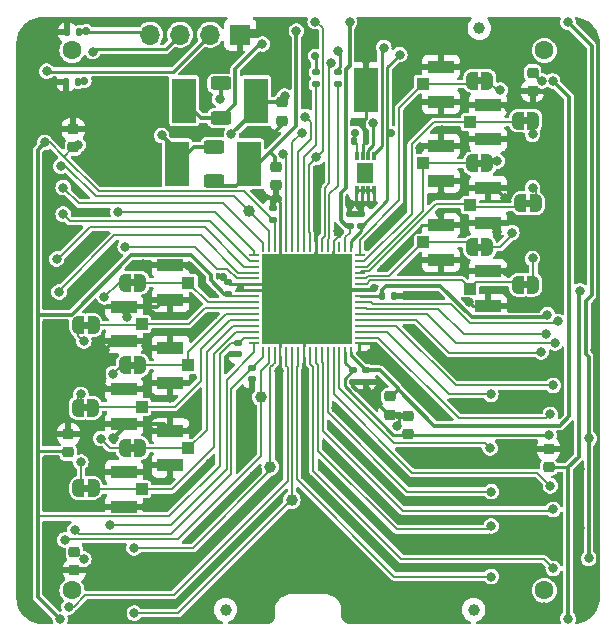
<source format=gbr>
G04 #@! TF.GenerationSoftware,KiCad,Pcbnew,8.0.6-8.0.6-0~ubuntu24.04.1*
G04 #@! TF.CreationDate,2024-11-04T16:08:31-05:00*
G04 #@! TF.ProjectId,breakout-tt06-qfn,62726561-6b6f-4757-942d-747430362d71,1.1*
G04 #@! TF.SameCoordinates,PX2b64660PY42c1d80*
G04 #@! TF.FileFunction,Copper,L1,Top*
G04 #@! TF.FilePolarity,Positive*
%FSLAX46Y46*%
G04 Gerber Fmt 4.6, Leading zero omitted, Abs format (unit mm)*
G04 Created by KiCad (PCBNEW 8.0.6-8.0.6-0~ubuntu24.04.1) date 2024-11-04 16:08:31*
%MOMM*%
%LPD*%
G01*
G04 APERTURE LIST*
G04 Aperture macros list*
%AMRoundRect*
0 Rectangle with rounded corners*
0 $1 Rounding radius*
0 $2 $3 $4 $5 $6 $7 $8 $9 X,Y pos of 4 corners*
0 Add a 4 corners polygon primitive as box body*
4,1,4,$2,$3,$4,$5,$6,$7,$8,$9,$2,$3,0*
0 Add four circle primitives for the rounded corners*
1,1,$1+$1,$2,$3*
1,1,$1+$1,$4,$5*
1,1,$1+$1,$6,$7*
1,1,$1+$1,$8,$9*
0 Add four rect primitives between the rounded corners*
20,1,$1+$1,$2,$3,$4,$5,0*
20,1,$1+$1,$4,$5,$6,$7,0*
20,1,$1+$1,$6,$7,$8,$9,0*
20,1,$1+$1,$8,$9,$2,$3,0*%
%AMFreePoly0*
4,1,19,0.500000,-0.750000,0.000000,-0.750000,0.000000,-0.744911,-0.071157,-0.744911,-0.207708,-0.704816,-0.327430,-0.627875,-0.420627,-0.520320,-0.479746,-0.390866,-0.500000,-0.250000,-0.500000,0.250000,-0.479746,0.390866,-0.420627,0.520320,-0.327430,0.627875,-0.207708,0.704816,-0.071157,0.744911,0.000000,0.744911,0.000000,0.750000,0.500000,0.750000,0.500000,-0.750000,0.500000,-0.750000,
$1*%
%AMFreePoly1*
4,1,19,0.000000,0.744911,0.071157,0.744911,0.207708,0.704816,0.327430,0.627875,0.420627,0.520320,0.479746,0.390866,0.500000,0.250000,0.500000,-0.250000,0.479746,-0.390866,0.420627,-0.520320,0.327430,-0.627875,0.207708,-0.704816,0.071157,-0.744911,0.000000,-0.744911,0.000000,-0.750000,-0.500000,-0.750000,-0.500000,0.750000,0.000000,0.750000,0.000000,0.744911,0.000000,0.744911,
$1*%
G04 Aperture macros list end*
G04 #@! TA.AperFunction,EtchedComponent*
%ADD10C,0.000000*%
G04 #@! TD*
G04 #@! TA.AperFunction,SMDPad,CuDef*
%ADD11RoundRect,0.140000X0.170000X-0.140000X0.170000X0.140000X-0.170000X0.140000X-0.170000X-0.140000X0*%
G04 #@! TD*
G04 #@! TA.AperFunction,SMDPad,CuDef*
%ADD12RoundRect,0.140000X0.140000X0.170000X-0.140000X0.170000X-0.140000X-0.170000X0.140000X-0.170000X0*%
G04 #@! TD*
G04 #@! TA.AperFunction,ComponentPad*
%ADD13C,0.820000*%
G04 #@! TD*
G04 #@! TA.AperFunction,ComponentPad*
%ADD14C,0.630000*%
G04 #@! TD*
G04 #@! TA.AperFunction,SMDPad,CuDef*
%ADD15R,2.000000X3.800000*%
G04 #@! TD*
G04 #@! TA.AperFunction,SMDPad,CuDef*
%ADD16R,1.050000X1.000000*%
G04 #@! TD*
G04 #@! TA.AperFunction,SMDPad,CuDef*
%ADD17R,2.200000X1.050000*%
G04 #@! TD*
G04 #@! TA.AperFunction,SMDPad,CuDef*
%ADD18RoundRect,0.225000X-0.250000X0.225000X-0.250000X-0.225000X0.250000X-0.225000X0.250000X0.225000X0*%
G04 #@! TD*
G04 #@! TA.AperFunction,SMDPad,CuDef*
%ADD19RoundRect,0.140000X-0.170000X0.140000X-0.170000X-0.140000X0.170000X-0.140000X0.170000X0.140000X0*%
G04 #@! TD*
G04 #@! TA.AperFunction,SMDPad,CuDef*
%ADD20C,1.000000*%
G04 #@! TD*
G04 #@! TA.AperFunction,SMDPad,CuDef*
%ADD21RoundRect,0.135000X0.135000X0.185000X-0.135000X0.185000X-0.135000X-0.185000X0.135000X-0.185000X0*%
G04 #@! TD*
G04 #@! TA.AperFunction,SMDPad,CuDef*
%ADD22FreePoly0,0.000000*%
G04 #@! TD*
G04 #@! TA.AperFunction,SMDPad,CuDef*
%ADD23FreePoly1,0.000000*%
G04 #@! TD*
G04 #@! TA.AperFunction,SMDPad,CuDef*
%ADD24RoundRect,0.062500X0.362500X0.062500X-0.362500X0.062500X-0.362500X-0.062500X0.362500X-0.062500X0*%
G04 #@! TD*
G04 #@! TA.AperFunction,SMDPad,CuDef*
%ADD25RoundRect,0.062500X0.062500X0.362500X-0.062500X0.362500X-0.062500X-0.362500X0.062500X-0.362500X0*%
G04 #@! TD*
G04 #@! TA.AperFunction,HeatsinkPad*
%ADD26R,7.650000X7.650000*%
G04 #@! TD*
G04 #@! TA.AperFunction,SMDPad,CuDef*
%ADD27FreePoly0,180.000000*%
G04 #@! TD*
G04 #@! TA.AperFunction,SMDPad,CuDef*
%ADD28FreePoly1,180.000000*%
G04 #@! TD*
G04 #@! TA.AperFunction,SMDPad,CuDef*
%ADD29R,0.300000X0.750000*%
G04 #@! TD*
G04 #@! TA.AperFunction,SMDPad,CuDef*
%ADD30R,1.450000X1.750000*%
G04 #@! TD*
G04 #@! TA.AperFunction,SMDPad,CuDef*
%ADD31RoundRect,0.250000X-0.625000X0.312500X-0.625000X-0.312500X0.625000X-0.312500X0.625000X0.312500X0*%
G04 #@! TD*
G04 #@! TA.AperFunction,SMDPad,CuDef*
%ADD32RoundRect,0.225000X0.250000X-0.225000X0.250000X0.225000X-0.250000X0.225000X-0.250000X-0.225000X0*%
G04 #@! TD*
G04 #@! TA.AperFunction,SMDPad,CuDef*
%ADD33RoundRect,0.250000X0.625000X-0.312500X0.625000X0.312500X-0.625000X0.312500X-0.625000X-0.312500X0*%
G04 #@! TD*
G04 #@! TA.AperFunction,ComponentPad*
%ADD34R,1.700000X1.700000*%
G04 #@! TD*
G04 #@! TA.AperFunction,ComponentPad*
%ADD35O,1.700000X1.700000*%
G04 #@! TD*
G04 #@! TA.AperFunction,SMDPad,CuDef*
%ADD36RoundRect,0.135000X-0.185000X0.135000X-0.185000X-0.135000X0.185000X-0.135000X0.185000X0.135000X0*%
G04 #@! TD*
G04 #@! TA.AperFunction,WasherPad*
%ADD37C,1.600000*%
G04 #@! TD*
G04 #@! TA.AperFunction,ViaPad*
%ADD38C,0.700000*%
G04 #@! TD*
G04 #@! TA.AperFunction,ViaPad*
%ADD39C,0.800000*%
G04 #@! TD*
G04 #@! TA.AperFunction,Conductor*
%ADD40C,0.200000*%
G04 #@! TD*
G04 #@! TA.AperFunction,Conductor*
%ADD41C,0.180000*%
G04 #@! TD*
G04 #@! TA.AperFunction,Conductor*
%ADD42C,0.254000*%
G04 #@! TD*
G04 #@! TA.AperFunction,Conductor*
%ADD43C,0.300000*%
G04 #@! TD*
G04 APERTURE END LIST*
D10*
G04 #@! TA.AperFunction,EtchedComponent*
G36*
X39775000Y31900000D02*
G01*
X39275000Y31900000D01*
X39275000Y32500000D01*
X39775000Y32500000D01*
X39775000Y31900000D01*
G37*
G04 #@! TD.AperFunction*
G04 #@! TA.AperFunction,EtchedComponent*
G36*
X43675000Y42625000D02*
G01*
X43175000Y42625000D01*
X43175000Y43225000D01*
X43675000Y43225000D01*
X43675000Y42625000D01*
G37*
G04 #@! TD.AperFunction*
G04 #@! TA.AperFunction,EtchedComponent*
G36*
X6387500Y18300000D02*
G01*
X5887500Y18300000D01*
X5887500Y18900000D01*
X6387500Y18900000D01*
X6387500Y18300000D01*
G37*
G04 #@! TD.AperFunction*
G04 #@! TA.AperFunction,EtchedComponent*
G36*
X43875000Y35625000D02*
G01*
X43375000Y35625000D01*
X43375000Y36225000D01*
X43875000Y36225000D01*
X43875000Y35625000D01*
G37*
G04 #@! TD.AperFunction*
G04 #@! TA.AperFunction,EtchedComponent*
G36*
X39775000Y39000000D02*
G01*
X39275000Y39000000D01*
X39275000Y39600000D01*
X39775000Y39600000D01*
X39775000Y39000000D01*
G37*
G04 #@! TD.AperFunction*
G04 #@! TA.AperFunction,EtchedComponent*
G36*
X10387500Y14900000D02*
G01*
X9887500Y14900000D01*
X9887500Y15500000D01*
X10387500Y15500000D01*
X10387500Y14900000D01*
G37*
G04 #@! TD.AperFunction*
G04 #@! TA.AperFunction,EtchedComponent*
G36*
X10387500Y28900000D02*
G01*
X9887500Y28900000D01*
X9887500Y29500000D01*
X10387500Y29500000D01*
X10387500Y28900000D01*
G37*
G04 #@! TD.AperFunction*
G04 #@! TA.AperFunction,EtchedComponent*
G36*
X6437500Y25300000D02*
G01*
X5937500Y25300000D01*
X5937500Y25900000D01*
X6437500Y25900000D01*
X6437500Y25300000D01*
G37*
G04 #@! TD.AperFunction*
G04 #@! TA.AperFunction,EtchedComponent*
G36*
X6437500Y11500000D02*
G01*
X5937500Y11500000D01*
X5937500Y12100000D01*
X6437500Y12100000D01*
X6437500Y11500000D01*
G37*
G04 #@! TD.AperFunction*
G04 #@! TA.AperFunction,EtchedComponent*
G36*
X39775000Y46000000D02*
G01*
X39275000Y46000000D01*
X39275000Y46600000D01*
X39775000Y46600000D01*
X39775000Y46000000D01*
G37*
G04 #@! TD.AperFunction*
G04 #@! TA.AperFunction,EtchedComponent*
G36*
X43675000Y28725000D02*
G01*
X43175000Y28725000D01*
X43175000Y29325000D01*
X43675000Y29325000D01*
X43675000Y28725000D01*
G37*
G04 #@! TD.AperFunction*
G04 #@! TA.AperFunction,EtchedComponent*
G36*
X10387500Y21900000D02*
G01*
X9887500Y21900000D01*
X9887500Y22500000D01*
X10387500Y22500000D01*
X10387500Y21900000D01*
G37*
G04 #@! TD.AperFunction*
D11*
X28800000Y20820000D03*
X28800000Y21780000D03*
X20250000Y21020000D03*
X20250000Y21980000D03*
X29900000Y20820000D03*
X29900000Y21780000D03*
X28500000Y34020000D03*
X28500000Y34980000D03*
X22000000Y34520000D03*
X22000000Y35480000D03*
D12*
X32230000Y28100000D03*
X31270000Y28100000D03*
D13*
X28600000Y4400000D03*
D14*
X16900000Y28200000D03*
D13*
X16150000Y46800000D03*
X1300000Y5700000D03*
X28600000Y900000D03*
D15*
X14500000Y44600000D03*
D13*
X45700000Y22900000D03*
D15*
X20000000Y39250000D03*
D14*
X17000000Y26400000D03*
D13*
X45000000Y8300000D03*
X45100000Y33400000D03*
D16*
X10912500Y25700000D03*
D17*
X9387500Y24225000D03*
X9387500Y27175000D03*
D13*
X30400000Y23100000D03*
X36600000Y50100000D03*
D14*
X27300000Y10400000D03*
X27300000Y12500000D03*
D13*
X39900000Y3100000D03*
D14*
X39600000Y9100000D03*
D13*
X11300000Y4900000D03*
X11900000Y38700000D03*
X29650000Y50000000D03*
D14*
X23600000Y26500000D03*
D13*
X33800000Y49350000D03*
D18*
X31900000Y19575000D03*
X31900000Y18025000D03*
D19*
X29500000Y34980000D03*
X29500000Y34020000D03*
D14*
X32700000Y5000000D03*
D13*
X3400000Y8200000D03*
D20*
X23600000Y10800000D03*
D16*
X38700000Y42800000D03*
D17*
X40225000Y44275000D03*
X40225000Y41325000D03*
D13*
X47500000Y48800000D03*
X6800000Y38700000D03*
D21*
X5510000Y46200000D03*
X4490000Y46200000D03*
D20*
X39500000Y50750000D03*
D13*
X5050000Y31150000D03*
D22*
X38875000Y32200000D03*
D23*
X40175000Y32200000D03*
D14*
X15700000Y19600000D03*
D16*
X34700000Y46000000D03*
D17*
X36225000Y47475000D03*
X36225000Y44525000D03*
D14*
X27300000Y18600000D03*
D18*
X5200000Y6425000D03*
X5200000Y4875000D03*
D13*
X5000000Y23400000D03*
D18*
X22250000Y39025000D03*
X22250000Y37475000D03*
D14*
X23600000Y29050000D03*
D24*
X29350000Y24050000D03*
X29350000Y24550000D03*
X29350000Y25050000D03*
X29350000Y25550000D03*
X29350000Y26050000D03*
X29350000Y26550000D03*
X29350000Y27050000D03*
X29350000Y27550000D03*
X29350000Y28050000D03*
X29350000Y28550000D03*
X29350000Y29050000D03*
X29350000Y29550000D03*
X29350000Y30050000D03*
X29350000Y30550000D03*
X29350000Y31050000D03*
X29350000Y31550000D03*
D25*
X28650000Y32250000D03*
X28150000Y32250000D03*
X27650000Y32250000D03*
X27150000Y32250000D03*
X26650000Y32250000D03*
X26150000Y32250000D03*
X25650000Y32250000D03*
X25150000Y32250000D03*
X24650000Y32250000D03*
X24150000Y32250000D03*
X23650000Y32250000D03*
X23150000Y32250000D03*
X22650000Y32250000D03*
X22150000Y32250000D03*
X21650000Y32250000D03*
X21150000Y32250000D03*
D24*
X20450000Y31550000D03*
X20450000Y31050000D03*
X20450000Y30550000D03*
X20450000Y30050000D03*
X20450000Y29550000D03*
X20450000Y29050000D03*
X20450000Y28550000D03*
X20450000Y28050000D03*
X20450000Y27550000D03*
X20450000Y27050000D03*
X20450000Y26550000D03*
X20450000Y26050000D03*
X20450000Y25550000D03*
X20450000Y25050000D03*
X20450000Y24550000D03*
X20450000Y24050000D03*
D25*
X21150000Y23350000D03*
X21650000Y23350000D03*
X22150000Y23350000D03*
X22650000Y23350000D03*
X23150000Y23350000D03*
X23650000Y23350000D03*
X24150000Y23350000D03*
X24650000Y23350000D03*
X25150000Y23350000D03*
X25650000Y23350000D03*
X26150000Y23350000D03*
X26650000Y23350000D03*
X27150000Y23350000D03*
X27650000Y23350000D03*
X28150000Y23350000D03*
X28650000Y23350000D03*
D26*
X24900000Y27800000D03*
D14*
X19200000Y13900000D03*
D16*
X14862500Y22200000D03*
D17*
X13337500Y20725000D03*
X13337500Y23675000D03*
D14*
X22500000Y15200000D03*
D13*
X44800000Y10900000D03*
D14*
X29850000Y38450000D03*
D13*
X5000000Y33500000D03*
D14*
X9700000Y48150000D03*
D16*
X38700000Y28700000D03*
D17*
X40225000Y30175000D03*
X40225000Y27225000D03*
D22*
X42775000Y42925000D03*
D23*
X44075000Y42925000D03*
D13*
X11900000Y43900000D03*
D20*
X21800000Y13600000D03*
D13*
X44900000Y19200000D03*
D27*
X6787500Y18600000D03*
D28*
X5487500Y18600000D03*
D13*
X36400000Y17900000D03*
X48300000Y3100000D03*
D29*
X29100000Y37000000D03*
X29600000Y37000000D03*
X30100000Y37000000D03*
X30600000Y37000000D03*
X30600000Y39900000D03*
X30100000Y39900000D03*
X29600000Y39900000D03*
X29100000Y39900000D03*
D30*
X29850000Y38450000D03*
D20*
X18000000Y1500000D03*
D31*
X17600000Y46062500D03*
X17600000Y43137500D03*
D14*
X27300000Y14600000D03*
D13*
X5000000Y28500000D03*
D11*
X18200000Y28270000D03*
X18200000Y29230000D03*
D22*
X42975000Y35925000D03*
D23*
X44275000Y35925000D03*
D22*
X38875000Y39300000D03*
D23*
X40175000Y39300000D03*
D32*
X4700000Y14825000D03*
X4700000Y16375000D03*
D13*
X39600000Y7000000D03*
X28600000Y6700000D03*
D19*
X19100000Y24080000D03*
X19100000Y23120000D03*
D13*
X39600000Y14300000D03*
X45500000Y29600000D03*
X4200000Y36100000D03*
D18*
X22800000Y44475000D03*
X22800000Y42925000D03*
D13*
X43950000Y15550000D03*
D32*
X45350000Y13575000D03*
X45350000Y15125000D03*
D27*
X10787500Y15200000D03*
D28*
X9487500Y15200000D03*
D14*
X31300000Y30400000D03*
X5500000Y1200000D03*
X14900000Y7400000D03*
D13*
X22900000Y50600000D03*
D14*
X27300000Y16600000D03*
D16*
X34700000Y32600000D03*
D17*
X36225000Y34075000D03*
X36225000Y31125000D03*
D20*
X21000000Y19500000D03*
D13*
X39600000Y18900000D03*
D15*
X13900000Y39250000D03*
D33*
X17000000Y37787500D03*
X17000000Y40712500D03*
D13*
X1300000Y41200000D03*
X45100000Y40000000D03*
D14*
X20300000Y12900000D03*
D20*
X20000000Y35250000D03*
D13*
X1300000Y46300000D03*
D20*
X39000000Y1500000D03*
D14*
X2800000Y700000D03*
D34*
X19250000Y50200000D03*
D35*
X16710000Y50200000D03*
X14170000Y50200000D03*
X11630000Y50200000D03*
D27*
X10787500Y29200000D03*
D28*
X9487500Y29200000D03*
D18*
X44000000Y46975000D03*
X44000000Y45425000D03*
D27*
X6837500Y25600000D03*
D28*
X5537500Y25600000D03*
D27*
X6837500Y11800000D03*
D28*
X5537500Y11800000D03*
D13*
X15500000Y900000D03*
D14*
X36000000Y28100000D03*
D13*
X1300000Y36200000D03*
X3050000Y15800000D03*
X32500000Y17100000D03*
D14*
X15450000Y51300000D03*
D22*
X38875000Y46300000D03*
D23*
X40175000Y46300000D03*
D13*
X21400000Y6700000D03*
X6200000Y15800000D03*
D16*
X10912500Y11700000D03*
D17*
X9387500Y10225000D03*
X9387500Y13175000D03*
D13*
X3500000Y10800000D03*
D21*
X5610000Y50400000D03*
X4590000Y50400000D03*
D13*
X39600000Y10700000D03*
D14*
X26200000Y29050000D03*
D13*
X1300000Y21000000D03*
D14*
X30400000Y32600000D03*
D13*
X1300000Y28500000D03*
D36*
X27500000Y47010000D03*
X27500000Y45990000D03*
X25650000Y47020000D03*
X25650000Y46000000D03*
D13*
X21400000Y900000D03*
X21400000Y4400000D03*
D14*
X33800000Y25400000D03*
X39600000Y12300000D03*
D22*
X42775000Y29025000D03*
D23*
X44075000Y29025000D03*
D16*
X14862500Y29200000D03*
D17*
X13337500Y27725000D03*
X13337500Y30675000D03*
D27*
X10787500Y22200000D03*
D28*
X9487500Y22200000D03*
D16*
X14862500Y15200000D03*
D17*
X13337500Y13725000D03*
X13337500Y16675000D03*
D15*
X29900000Y45500000D03*
D13*
X11300000Y2000000D03*
D16*
X34700000Y39300000D03*
D17*
X36225000Y40775000D03*
X36225000Y37825000D03*
D32*
X5100000Y40650000D03*
X5100000Y42200000D03*
D12*
X29880000Y41200000D03*
X28920000Y41200000D03*
D13*
X33200000Y14800000D03*
X1300000Y13300000D03*
X16250000Y44000000D03*
D15*
X20600000Y44600000D03*
D16*
X38700000Y35750000D03*
D17*
X40225000Y37225000D03*
X40225000Y34275000D03*
D14*
X26200000Y26500000D03*
D16*
X10912500Y18700000D03*
D17*
X9387500Y17225000D03*
X9387500Y20175000D03*
D14*
X4600000Y51300000D03*
D32*
X33450000Y16375000D03*
X33450000Y17925000D03*
D14*
X25800000Y37300000D03*
D37*
X45000000Y3140000D03*
X45000000Y48860000D03*
X5000000Y3140000D03*
X5000000Y48860000D03*
D38*
X25573195Y48400000D03*
D39*
X7400000Y13100000D03*
X40200000Y28499996D03*
X33500000Y32500000D03*
D38*
X24750000Y21750000D03*
D39*
X31200000Y20500000D03*
D38*
X33250002Y28099997D03*
D39*
X41800000Y30100000D03*
X45000000Y1739997D03*
X48000000Y13400000D03*
X42100000Y41400000D03*
X13200000Y12500000D03*
X38300000Y44400000D03*
X7800000Y23500000D03*
X36200000Y35100000D03*
X30000000Y20000000D03*
X48100000Y31000000D03*
X15200000Y27700000D03*
X36212754Y36600000D03*
X38300000Y30900000D03*
X38600000Y27600000D03*
X38200000Y34000000D03*
X49300000Y23500000D03*
X34500000Y40600000D03*
X38100000Y47500000D03*
X48200000Y34900000D03*
X48000000Y8389998D03*
X13300000Y24900000D03*
X42500000Y48800000D03*
X34300000Y47500000D03*
D38*
X19800000Y19800000D03*
D39*
X41984415Y43950000D03*
X15100000Y16700000D03*
X34400000Y31100000D03*
X8500000Y16009998D03*
X14900000Y30600000D03*
X34400000Y44500000D03*
X41700000Y36329998D03*
X11300000Y20300000D03*
X41000000Y33450002D03*
X11200000Y10200000D03*
X16700000Y13900000D03*
X7500000Y20750002D03*
X36300000Y42100000D03*
X22000000Y41750000D03*
X38300000Y40700000D03*
X28500000Y35750000D03*
X13300000Y19400000D03*
X11400000Y16900000D03*
X5100000Y43350000D03*
X9700000Y26300000D03*
D38*
X25755777Y33636491D03*
D39*
X11300000Y23800000D03*
X22543309Y21695245D03*
D38*
X17750004Y29691908D03*
X18173909Y22060664D03*
D39*
X27525000Y33575000D03*
X7400000Y10590002D03*
X48100000Y42400000D03*
D38*
X30543906Y28727858D03*
D39*
X38300000Y37300000D03*
X11300000Y13175000D03*
X11000000Y30800000D03*
X45200000Y45300000D03*
X29900000Y48050000D03*
X29400000Y35699990D03*
X22250000Y36400000D03*
X11400000Y27800000D03*
X6650000Y4950000D03*
X40200000Y22200000D03*
D38*
X32000000Y41900000D03*
D39*
X45700000Y46283893D03*
X44783055Y46283893D03*
D38*
X29000000Y41900000D03*
D39*
X32749996Y48500000D03*
X45250000Y26500000D03*
X47000000Y750000D03*
X2700000Y41070002D03*
X23000000Y45000000D03*
X5526892Y40872904D03*
X47999998Y28500000D03*
X18500000Y41750000D03*
X17500000Y44750000D03*
X4000000Y700000D03*
X21131492Y49400000D03*
X12590000Y41660000D03*
X22900000Y40085836D03*
X24470281Y41909619D03*
X4250000Y37250000D03*
X10280331Y1219669D03*
X4059313Y39059313D03*
X40500000Y8600000D03*
X4376345Y7417563D03*
X8500000Y21500000D03*
X45750000Y5000000D03*
X7750000Y28000000D03*
X45500000Y12000000D03*
X3900000Y28400000D03*
X2850000Y47100000D03*
X25700000Y39800000D03*
X30500000Y42677000D03*
X25600000Y51300000D03*
X5750000Y19750000D03*
X5750000Y14000000D03*
D38*
X6200000Y50500000D03*
D39*
X26953195Y47803682D03*
X3700000Y31200000D03*
X4250000Y35000000D03*
X8894485Y35150000D03*
X4750000Y1750000D03*
X40500000Y4311522D03*
X9500000Y32250000D03*
X7450091Y15996002D03*
X10250000Y6750000D03*
X40500000Y11500000D03*
X45750000Y10000000D03*
X6000000Y24250000D03*
X44000000Y41750000D03*
X41250000Y45500000D03*
X40469669Y19750000D03*
X46123656Y25917564D03*
X40394525Y15201227D03*
X41000000Y39500000D03*
X44724724Y23343086D03*
X44000000Y31250000D03*
X45750000Y20500000D03*
X45500000Y18050000D03*
X44000000Y37250000D03*
X45154658Y24833542D03*
X42250000Y33430002D03*
X45904516Y24098547D03*
X24750000Y43250000D03*
X6750000Y48750000D03*
X27500000Y48800000D03*
X31400000Y49100000D03*
D38*
X6050000Y46300000D03*
D39*
X8250000Y8650000D03*
X5250000Y8250000D03*
X45400000Y16300000D03*
X28500000Y51250000D03*
X48750000Y5849998D03*
X48800000Y16009998D03*
X47000000Y51250000D03*
X6000000Y5800000D03*
X23999994Y50500000D03*
D40*
X19100000Y24080000D02*
X18455733Y24080000D01*
X18455733Y24080000D02*
X17500000Y23124267D01*
X17500000Y23124267D02*
X17500000Y13700000D01*
X2100000Y9500000D02*
X2100000Y10300000D01*
X17500000Y13700000D02*
X13200000Y9400000D01*
X13200000Y9400000D02*
X2200000Y9400000D01*
X2200000Y9400000D02*
X2100000Y9500000D01*
X25150000Y32250000D02*
X25150000Y33373260D01*
X25150000Y33373260D02*
X25070000Y33453260D01*
X25070000Y33453260D02*
X25070000Y39170000D01*
X25070000Y39170000D02*
X26273195Y40373195D01*
X26273195Y40373195D02*
X26273195Y50726805D01*
X26273195Y50726805D02*
X25700000Y51300000D01*
X25700000Y51300000D02*
X25600002Y51300000D01*
D41*
X24650000Y32250000D02*
X24650000Y39850000D01*
X25650000Y40850000D02*
X25650000Y46000000D01*
X24650000Y39850000D02*
X25650000Y40850000D01*
D40*
X24150000Y40273260D02*
X25230000Y41353260D01*
D42*
X25650000Y33530714D02*
X25755777Y33636491D01*
D40*
X24150000Y32250000D02*
X24150000Y40273260D01*
X25230000Y42770000D02*
X24750000Y43250000D01*
X25230000Y41353260D02*
X25230000Y42770000D01*
D42*
X25650000Y32250000D02*
X25650000Y33530714D01*
D43*
X28170000Y47247063D02*
X28170000Y37170000D01*
X27750000Y34460001D02*
X28190001Y34020000D01*
X28500000Y47577063D02*
X28170000Y47247063D01*
D40*
X26415000Y33162123D02*
X26415000Y37215000D01*
D43*
X27750000Y36750000D02*
X27750000Y34460001D01*
D40*
X26150000Y32250000D02*
X26150000Y32897123D01*
X26415000Y37215000D02*
X26800000Y37600000D01*
D42*
X27730195Y48569805D02*
X27500000Y48800000D01*
X25650000Y47020000D02*
X25650000Y48323195D01*
X27500000Y47010000D02*
X27500000Y47279999D01*
D40*
X26800000Y37600000D02*
X26800000Y47650487D01*
X26150000Y32897123D02*
X26415000Y33162123D01*
D42*
X25650000Y48323195D02*
X25573195Y48400000D01*
D40*
X26800000Y47650487D02*
X26953195Y47803682D01*
D43*
X28170000Y37170000D02*
X27750000Y36750000D01*
X28500000Y51250000D02*
X28500000Y47577063D01*
D42*
X27730195Y47510194D02*
X27730195Y48569805D01*
D43*
X28190001Y34020000D02*
X28500000Y34020000D01*
D42*
X27500000Y47279999D02*
X27730195Y47510194D01*
X25600000Y51300000D02*
X25600002Y51300000D01*
X34425000Y31125000D02*
X34400000Y31100000D01*
D40*
X24650000Y27550000D02*
X24900000Y27800000D01*
D42*
X38225000Y40775000D02*
X38300000Y40700000D01*
D43*
X9387500Y24225000D02*
X8525000Y24225000D01*
D42*
X44000000Y45425000D02*
X45075000Y45425000D01*
X13337500Y30675000D02*
X11125000Y30675000D01*
X36225000Y31125000D02*
X38075000Y31125000D01*
D43*
X29900000Y20820000D02*
X30880000Y20820000D01*
X13312500Y13700000D02*
X13337500Y13725000D01*
D42*
X29900000Y49750000D02*
X29650000Y50000000D01*
D40*
X22650000Y21801936D02*
X22543309Y21695245D01*
D43*
X13337500Y27725000D02*
X11475000Y27725000D01*
D40*
X29700010Y36000000D02*
X29400000Y35699990D01*
D42*
X19300000Y29050000D02*
X18380000Y29050000D01*
D43*
X12175000Y27175000D02*
X12725000Y27725000D01*
X11200000Y17225000D02*
X12787500Y17225000D01*
D42*
X36225000Y44525000D02*
X34425000Y44525000D01*
X20450000Y29050000D02*
X19300000Y29050000D01*
D43*
X13337500Y24862500D02*
X13300000Y24900000D01*
D42*
X19300000Y28750000D02*
X19300000Y29050000D01*
X45075000Y45425000D02*
X45200000Y45300000D01*
X40225000Y27225000D02*
X40225000Y28474996D01*
D43*
X29350000Y28550000D02*
X30366048Y28550000D01*
D40*
X30600000Y37000000D02*
X30600000Y36100000D01*
D43*
X9387500Y27175000D02*
X12175000Y27175000D01*
X8525000Y24225000D02*
X7800000Y23500000D01*
D42*
X18380000Y29050000D02*
X18200000Y29230000D01*
X29600000Y39900000D02*
X29600000Y40920000D01*
X32700000Y17300000D02*
X32700000Y18025000D01*
X40225000Y28474996D02*
X40200000Y28499996D01*
X30000000Y19875000D02*
X30000000Y20000000D01*
X38075000Y31125000D02*
X38300000Y30900000D01*
D40*
X24650000Y23350000D02*
X24650000Y27550000D01*
D42*
X32700000Y18025000D02*
X31900000Y18025000D01*
D43*
X9412500Y24200000D02*
X10900000Y24200000D01*
D42*
X9387500Y20175000D02*
X8075002Y20175000D01*
X13337500Y19437500D02*
X13300000Y19400000D01*
X29900000Y48050000D02*
X29900000Y49750000D01*
X20450000Y29050000D02*
X23650000Y29050000D01*
X38075000Y47475000D02*
X38100000Y47500000D01*
X29600000Y40920000D02*
X29880000Y41200000D01*
X11175000Y10225000D02*
X11200000Y10200000D01*
D40*
X28500000Y34980000D02*
X28500000Y35750000D01*
X20200000Y20970000D02*
X20200000Y20200000D01*
D42*
X36225000Y47475000D02*
X38075000Y47475000D01*
X36225000Y34075000D02*
X36225000Y35075000D01*
X38975000Y27225000D02*
X38600000Y27600000D01*
X20450000Y28550000D02*
X19500000Y28550000D01*
D40*
X18200000Y29230000D02*
X18200000Y29241912D01*
D42*
X20450000Y28550000D02*
X24150000Y28550000D01*
D40*
X30500000Y36000000D02*
X29700010Y36000000D01*
D42*
X36225000Y40775000D02*
X38225000Y40775000D01*
X34325000Y47475000D02*
X34300000Y47500000D01*
D40*
X18173909Y22973909D02*
X18173909Y22060664D01*
D42*
X34675000Y34075000D02*
X33500000Y32900000D01*
D40*
X19100000Y23120000D02*
X18320000Y23120000D01*
D42*
X36225000Y40775000D02*
X34675000Y40775000D01*
X34675000Y40775000D02*
X34500000Y40600000D01*
D43*
X29200000Y20000000D02*
X30000000Y20000000D01*
D42*
X22650000Y32250000D02*
X22650000Y36000000D01*
D43*
X13337500Y23675000D02*
X13337500Y24862500D01*
X28800000Y20400000D02*
X29200000Y20000000D01*
X15175000Y27725000D02*
X15200000Y27700000D01*
D42*
X31900000Y18025000D02*
X31850000Y18025000D01*
X33350000Y18025000D02*
X31900000Y18025000D01*
X31850000Y18025000D02*
X30000000Y19875000D01*
X40225000Y30175000D02*
X41725000Y30175000D01*
D40*
X18320000Y23120000D02*
X18173909Y22973909D01*
D43*
X11475000Y27725000D02*
X11400000Y27800000D01*
D42*
X40225000Y34275000D02*
X40225000Y34225002D01*
X11725000Y20725000D02*
X11300000Y20300000D01*
X22650000Y36000000D02*
X22250000Y36400000D01*
D43*
X29350000Y28550000D02*
X25650000Y28550000D01*
D42*
X33500000Y32900000D02*
X33500000Y32500000D01*
X32500000Y17100000D02*
X32700000Y17300000D01*
D40*
X27150000Y32250000D02*
X27150000Y30050000D01*
D43*
X13337500Y27725000D02*
X15175000Y27725000D01*
D42*
X9387500Y10225000D02*
X11175000Y10225000D01*
D43*
X9387500Y17225000D02*
X11200000Y17225000D01*
D42*
X13337500Y20725000D02*
X13337500Y19437500D01*
D43*
X33249999Y28100000D02*
X33250002Y28099997D01*
X30366048Y28550000D02*
X30543906Y28727858D01*
D42*
X36225000Y31125000D02*
X34425000Y31125000D01*
D43*
X11200000Y17225000D02*
X11200000Y17100000D01*
D42*
X25650000Y28550000D02*
X24900000Y27800000D01*
D43*
X11200000Y23900000D02*
X11300000Y23800000D01*
X11300000Y13175000D02*
X11300000Y13500000D01*
D42*
X36225000Y40775000D02*
X36225000Y42025000D01*
X40225000Y44275000D02*
X41659415Y44275000D01*
D40*
X29400000Y35080000D02*
X29400000Y35699990D01*
D42*
X19500000Y28550000D02*
X19300000Y28750000D01*
D43*
X22800000Y42925000D02*
X22800000Y42550000D01*
D42*
X38175000Y44525000D02*
X38300000Y44400000D01*
D43*
X13337500Y12637500D02*
X13200000Y12500000D01*
D42*
X36225000Y35075000D02*
X36200000Y35100000D01*
D40*
X27150000Y32689386D02*
X27525000Y33064386D01*
D43*
X28800000Y20820000D02*
X28800000Y20400000D01*
D42*
X6575000Y4875000D02*
X6650000Y4950000D01*
X40804998Y37225000D02*
X41700000Y36329998D01*
X22650000Y32250000D02*
X22650000Y30050000D01*
X38125000Y34075000D02*
X38200000Y34000000D01*
D43*
X19550000Y50500000D02*
X22800000Y50500000D01*
D42*
X37775000Y37825000D02*
X38300000Y37300000D01*
D43*
X13337500Y13725000D02*
X13337500Y12637500D01*
D42*
X8075002Y20175000D02*
X7500000Y20750002D01*
X34425000Y44525000D02*
X34400000Y44500000D01*
X5100000Y42200000D02*
X5100000Y43350000D01*
X29880000Y41200000D02*
X29880000Y41214318D01*
D43*
X9387500Y24225000D02*
X9412500Y24200000D01*
D42*
X33450000Y17925000D02*
X33350000Y18025000D01*
X23650000Y29050000D02*
X24900000Y27800000D01*
X22250000Y37475000D02*
X22250000Y36400000D01*
D40*
X20200000Y20200000D02*
X19800000Y19800000D01*
D42*
X36225000Y37825000D02*
X37775000Y37825000D01*
D43*
X30880000Y20820000D02*
X31200000Y20500000D01*
X9387500Y13175000D02*
X7475000Y13175000D01*
D42*
X13337500Y20725000D02*
X11725000Y20725000D01*
D40*
X18200000Y29241912D02*
X17750004Y29691908D01*
X22650000Y23350000D02*
X22650000Y21801936D01*
D43*
X11500000Y13700000D02*
X13312500Y13700000D01*
D42*
X40225000Y41325000D02*
X42025000Y41325000D01*
D40*
X20250000Y21020000D02*
X20200000Y20970000D01*
D43*
X9387500Y26612500D02*
X9700000Y26300000D01*
D40*
X27525000Y33064386D02*
X27525000Y33575000D01*
D42*
X27525000Y33575000D02*
X27327000Y33377000D01*
X41659415Y44275000D02*
X41984415Y43950000D01*
X36225000Y42025000D02*
X36300000Y42100000D01*
D40*
X24650000Y23350000D02*
X24650000Y21850000D01*
D43*
X13337500Y16675000D02*
X15075000Y16675000D01*
D42*
X14825000Y30675000D02*
X14900000Y30600000D01*
X25650000Y32250000D02*
X25650000Y28550000D01*
D43*
X11425000Y23675000D02*
X13337500Y23675000D01*
D42*
X29700000Y42900000D02*
X29900000Y43100000D01*
X36225000Y47475000D02*
X34325000Y47475000D01*
X36225000Y44525000D02*
X38175000Y44525000D01*
D43*
X9387500Y27175000D02*
X9387500Y26612500D01*
X9387500Y13175000D02*
X11300000Y13175000D01*
D42*
X13337500Y30675000D02*
X14825000Y30675000D01*
X40225000Y34225002D02*
X41000000Y33450002D01*
D40*
X22650000Y23350000D02*
X22650000Y25550000D01*
D42*
X36225000Y34075000D02*
X38125000Y34075000D01*
D40*
X30600000Y36100000D02*
X30500000Y36000000D01*
D42*
X7765002Y10225000D02*
X9387500Y10225000D01*
X36225000Y37825000D02*
X36225000Y36612246D01*
X29900000Y43100000D02*
X29900000Y45500000D01*
X24150000Y28550000D02*
X24900000Y27800000D01*
D43*
X11300000Y13500000D02*
X11500000Y13700000D01*
D42*
X22650000Y30050000D02*
X24900000Y27800000D01*
X41725000Y30175000D02*
X41800000Y30100000D01*
D43*
X10900000Y24200000D02*
X11200000Y23900000D01*
X9387500Y17225000D02*
X9387500Y16897498D01*
D42*
X29880000Y41214318D02*
X29700000Y41394318D01*
D40*
X22650000Y25550000D02*
X24900000Y27800000D01*
D43*
X19250000Y50200000D02*
X19550000Y50500000D01*
D42*
X42025000Y41325000D02*
X42100000Y41400000D01*
D43*
X32230000Y28100000D02*
X33249999Y28100000D01*
X22800000Y42550000D02*
X22000000Y41750000D01*
D40*
X22000000Y36150000D02*
X22250000Y36400000D01*
X27150000Y32250000D02*
X27150000Y32689386D01*
D42*
X40225000Y27225000D02*
X38975000Y27225000D01*
D43*
X12725000Y27725000D02*
X13337500Y27725000D01*
X11200000Y17100000D02*
X11400000Y16900000D01*
D42*
X29700000Y41394318D02*
X29700000Y42900000D01*
D43*
X15075000Y16675000D02*
X15100000Y16700000D01*
D42*
X40225000Y37225000D02*
X40804998Y37225000D01*
X11125000Y30675000D02*
X11000000Y30800000D01*
D40*
X24650000Y21850000D02*
X24750000Y21750000D01*
D42*
X36225000Y34075000D02*
X34675000Y34075000D01*
D43*
X9387500Y16897498D02*
X8500000Y16009998D01*
X22800000Y50500000D02*
X22900000Y50600000D01*
D42*
X7400000Y10590002D02*
X7765002Y10225000D01*
D43*
X11200000Y23900000D02*
X11425000Y23675000D01*
D42*
X29900000Y45500000D02*
X29900000Y48050000D01*
X5200000Y4875000D02*
X6575000Y4875000D01*
D43*
X12787500Y17225000D02*
X13337500Y16675000D01*
D40*
X27150000Y30050000D02*
X24900000Y27800000D01*
X22000000Y35480000D02*
X22000000Y36150000D01*
X29500000Y34980000D02*
X29400000Y35080000D01*
D42*
X36225000Y36612246D02*
X36212754Y36600000D01*
D43*
X7475000Y13175000D02*
X7400000Y13100000D01*
D42*
X32000000Y41900000D02*
X31781000Y41900000D01*
X31681000Y47431004D02*
X32749996Y48500000D01*
X31681000Y36181000D02*
X31681000Y42000000D01*
X28920000Y41200000D02*
X28920000Y41820000D01*
D43*
X47100000Y17900000D02*
X47100000Y44883893D01*
D40*
X29100000Y41020000D02*
X28920000Y41200000D01*
D42*
X28650000Y23030000D02*
X29900000Y21780000D01*
X31975000Y19575000D02*
X32575000Y20175000D01*
D43*
X46300000Y17100000D02*
X47100000Y17900000D01*
X29900000Y21780000D02*
X31051371Y21780000D01*
X47100000Y44883893D02*
X45700000Y46283893D01*
D42*
X44783055Y46283893D02*
X44691107Y46283893D01*
X28650000Y32750000D02*
X29500000Y33600000D01*
D43*
X35650000Y17100000D02*
X46300000Y17100000D01*
D42*
X29520000Y34020000D02*
X31681000Y36181000D01*
X29500000Y34020000D02*
X29520000Y34020000D01*
D40*
X29100000Y39900000D02*
X29100000Y41020000D01*
D42*
X28650000Y23350000D02*
X28650000Y23030000D01*
X28650000Y32250000D02*
X28650000Y32750000D01*
X29500000Y33600000D02*
X29500000Y34020000D01*
D43*
X32575000Y20256371D02*
X32575000Y20175000D01*
D42*
X31681000Y42000000D02*
X31681000Y47431004D01*
X44691107Y46283893D02*
X44000000Y46975000D01*
D43*
X31051371Y21780000D02*
X32575000Y20256371D01*
D42*
X31900000Y19575000D02*
X31975000Y19575000D01*
X31781000Y41900000D02*
X31681000Y42000000D01*
X28920000Y41820000D02*
X29000000Y41900000D01*
D43*
X32575000Y20175000D02*
X35650000Y17100000D01*
D40*
X5303988Y40650000D02*
X5526892Y40872904D01*
X22000000Y34520000D02*
X22150000Y34370000D01*
D43*
X47000000Y750000D02*
X47000000Y13550000D01*
D42*
X4700000Y14825000D02*
X4575000Y14950000D01*
D43*
X23000000Y44675000D02*
X22800000Y44475000D01*
D40*
X5100000Y40650000D02*
X5303988Y40650000D01*
D43*
X23000000Y45000000D02*
X23000000Y44675000D01*
X17600000Y46062500D02*
X17600000Y44850000D01*
D40*
X3109286Y41070002D02*
X4314644Y39864644D01*
X18420000Y28050000D02*
X18200000Y28270000D01*
D42*
X31220000Y28050000D02*
X31270000Y28100000D01*
D43*
X17861247Y28270000D02*
X18200000Y28270000D01*
X2100000Y40470002D02*
X2100000Y14950000D01*
D40*
X20450000Y24550000D02*
X19570000Y24550000D01*
D43*
X2100000Y14950000D02*
X2100000Y2600000D01*
D42*
X29350000Y28050000D02*
X31220000Y28050000D01*
D43*
X47000000Y13550000D02*
X47900000Y14450000D01*
X22800000Y44475000D02*
X20725000Y44475000D01*
X20725000Y44475000D02*
X20600000Y44600000D01*
D40*
X7254288Y36925000D02*
X19595000Y36925000D01*
D43*
X2200000Y26500000D02*
X4972911Y26500000D01*
X18500000Y41750000D02*
X20600000Y43850000D01*
X47900000Y14450000D02*
X47900000Y28400002D01*
X17600000Y44850000D02*
X17500000Y44750000D01*
D40*
X19100000Y24080000D02*
X18879997Y24080000D01*
D43*
X36190000Y28935000D02*
X38875000Y26250000D01*
D42*
X46975000Y13575000D02*
X47000000Y13550000D01*
D40*
X19570000Y24550000D02*
X19100000Y24080000D01*
D43*
X45000000Y26250000D02*
X45250000Y26500000D01*
X31608154Y28935000D02*
X36190000Y28935000D01*
X20600000Y43850000D02*
X20600000Y44600000D01*
X16750000Y29381247D02*
X17861247Y28270000D01*
X16750000Y29881371D02*
X16750000Y29381247D01*
D42*
X4575000Y14950000D02*
X2100000Y14950000D01*
D43*
X31270000Y28596846D02*
X31608154Y28935000D01*
D40*
X2700000Y41070002D02*
X3109286Y41070002D01*
X5100000Y40650000D02*
X4314644Y39864644D01*
D43*
X47900000Y28400002D02*
X47999998Y28500000D01*
X2100000Y2600000D02*
X4000000Y700000D01*
D40*
X19595000Y36925000D02*
X22000000Y34520000D01*
D42*
X45350000Y13575000D02*
X46975000Y13575000D01*
D43*
X31270000Y28100000D02*
X31270000Y28596846D01*
D40*
X20450000Y28050000D02*
X18420000Y28050000D01*
X4314644Y39864644D02*
X7254288Y36925000D01*
D43*
X4972911Y26500000D02*
X10022911Y31550000D01*
X10022911Y31550000D02*
X15081371Y31550000D01*
D40*
X22150000Y34370000D02*
X22150000Y32250000D01*
D43*
X15081371Y31550000D02*
X16750000Y29881371D01*
X38875000Y26250000D02*
X45000000Y26250000D01*
X2700000Y41070002D02*
X2100000Y40470002D01*
X20929420Y49400000D02*
X21131492Y49400000D01*
X18825000Y47295580D02*
X20929420Y49400000D01*
X17600000Y43137500D02*
X18825000Y44362500D01*
X15962500Y43137500D02*
X17600000Y43137500D01*
X18825000Y44362500D02*
X18825000Y47295580D01*
X14500000Y44600000D02*
X15962500Y43137500D01*
X13900000Y39250000D02*
X13900000Y40350000D01*
X13900000Y40350000D02*
X12590000Y41660000D01*
X13900000Y39250000D02*
X15362500Y40712500D01*
X15362500Y40712500D02*
X17000000Y40712500D01*
D40*
X23150000Y39835836D02*
X22900000Y40085836D01*
X23150000Y32250000D02*
X23150000Y39835836D01*
X23650000Y41089338D02*
X23650000Y32250000D01*
X24470281Y41909619D02*
X23650000Y41089338D01*
X14862500Y29200000D02*
X10787500Y29200000D01*
X16512500Y27550000D02*
X20450000Y27550000D01*
X14862500Y29200000D02*
X16512500Y27550000D01*
X10912500Y25700000D02*
X10812500Y25600000D01*
X20450000Y27050000D02*
X16250000Y27050000D01*
X10812500Y25600000D02*
X6837500Y25600000D01*
X16250000Y27050000D02*
X14900000Y25700000D01*
X14900000Y25700000D02*
X10912500Y25700000D01*
X14862500Y23362500D02*
X14862500Y22200000D01*
X20450000Y26550000D02*
X18050000Y26550000D01*
X14862500Y22200000D02*
X10787500Y22200000D01*
X18050000Y26550000D02*
X14862500Y23362500D01*
X15900000Y20900000D02*
X13700000Y18700000D01*
X18350000Y26050000D02*
X15900000Y23600000D01*
X15900000Y23600000D02*
X15900000Y20900000D01*
X6887500Y18700000D02*
X6787500Y18600000D01*
X13700000Y18700000D02*
X10912500Y18700000D01*
X20450000Y26050000D02*
X18350000Y26050000D01*
X10912500Y18700000D02*
X6887500Y18700000D01*
X16400000Y16737500D02*
X14862500Y15200000D01*
X20450000Y25550000D02*
X18650000Y25550000D01*
X16400000Y23300000D02*
X16400000Y16737500D01*
X14862500Y15200000D02*
X10787500Y15200000D01*
X18650000Y25550000D02*
X16400000Y23300000D01*
X13450000Y11700000D02*
X10912500Y11700000D01*
X17000000Y23189953D02*
X17000000Y15250000D01*
X6937500Y11700000D02*
X6837500Y11800000D01*
X18860047Y25050000D02*
X17000000Y23189953D01*
X20450000Y25050000D02*
X18860047Y25050000D01*
X17000000Y15250000D02*
X13450000Y11700000D01*
X10912500Y11700000D02*
X6937500Y11700000D01*
X30273990Y29385000D02*
X38015000Y29385000D01*
X42550000Y29250000D02*
X42775000Y29025000D01*
X39250000Y29250000D02*
X42550000Y29250000D01*
X38700000Y28700000D02*
X39250000Y29250000D01*
X29350000Y29050000D02*
X29938990Y29050000D01*
X38015000Y29385000D02*
X38700000Y28700000D01*
X29938990Y29050000D02*
X30273990Y29385000D01*
X31865000Y29765000D02*
X34700000Y32600000D01*
X29873305Y29550000D02*
X30088305Y29765000D01*
X34700000Y32600000D02*
X38475000Y32600000D01*
X29350000Y29550000D02*
X29873305Y29550000D01*
X38475000Y32600000D02*
X38875000Y32200000D01*
X30088305Y29765000D02*
X31865000Y29765000D01*
X35846130Y35850000D02*
X38600000Y35850000D01*
X38700000Y35750000D02*
X38870002Y35579998D01*
X30141130Y30145000D02*
X35846130Y35850000D01*
X29350000Y30050000D02*
X29445000Y30145000D01*
X42629998Y35579998D02*
X42975000Y35925000D01*
X29445000Y30145000D02*
X30141130Y30145000D01*
X38600000Y35850000D02*
X38700000Y35750000D01*
X38870002Y35579998D02*
X42629998Y35579998D01*
X34700000Y35300000D02*
X34700000Y39300000D01*
X29950000Y30550000D02*
X34700000Y35300000D01*
X29350000Y30550000D02*
X29950000Y30550000D01*
X34700000Y39300000D02*
X38875000Y39300000D01*
X29350000Y31050000D02*
X29761100Y31050000D01*
X33750000Y40910661D02*
X35639339Y42800000D01*
X42650000Y42800000D02*
X42775000Y42925000D01*
X29761100Y31050000D02*
X33750000Y35038900D01*
X38700000Y42800000D02*
X42650000Y42800000D01*
X33750000Y35038900D02*
X33750000Y40910661D01*
X35639339Y42800000D02*
X38700000Y42800000D01*
X38575000Y46000000D02*
X38875000Y46300000D01*
X29350000Y32846130D02*
X32700000Y36196130D01*
X32700000Y36196130D02*
X32700000Y44000000D01*
X34700000Y46000000D02*
X38575000Y46000000D01*
X32700000Y44000000D02*
X34700000Y46000000D01*
X29350000Y31550000D02*
X29350000Y32846130D01*
X21150000Y32550000D02*
X17800000Y35900000D01*
X5600000Y35900000D02*
X4250000Y37250000D01*
X17800000Y35900000D02*
X5600000Y35900000D01*
X21150000Y32250000D02*
X21150000Y32550000D01*
X23650000Y10850000D02*
X23600000Y10800000D01*
X23650000Y12650000D02*
X23650000Y10850000D01*
X23650000Y10850000D02*
X14019669Y1219669D01*
X23650000Y23350000D02*
X23650000Y17250000D01*
X23650000Y17250000D02*
X23650000Y12650000D01*
X14019669Y1219669D02*
X10280331Y1219669D01*
X4440687Y39059313D02*
X4059313Y39059313D01*
X7000000Y36500000D02*
X4440687Y39059313D01*
X18750000Y36500000D02*
X7000000Y36500000D01*
X21650000Y33600000D02*
X20000000Y35250000D01*
X21650000Y32250000D02*
X21650000Y33600000D01*
X20000000Y35250000D02*
X18750000Y36500000D01*
X25850000Y14950000D02*
X32500000Y8300000D01*
X40200000Y8300000D02*
X40500000Y8600000D01*
X25850000Y22205636D02*
X25850000Y14950000D01*
X32500000Y8300000D02*
X40200000Y8300000D01*
X25650000Y23350000D02*
X25650000Y22405636D01*
X25650000Y22405636D02*
X25850000Y22205636D01*
X21650000Y22400000D02*
X21000000Y21750000D01*
X4458782Y7500000D02*
X4376345Y7417563D01*
X21000000Y19500000D02*
X21000000Y14500000D01*
X21000000Y14500000D02*
X14000000Y7500000D01*
X21650000Y23350000D02*
X21650000Y22400000D01*
X21000000Y21750000D02*
X21000000Y19500000D01*
X14000000Y7500000D02*
X4458782Y7500000D01*
X9487500Y22200000D02*
X9200000Y22200000D01*
X9200000Y22200000D02*
X8500000Y21500000D01*
X44950000Y5800000D02*
X45750000Y5000000D01*
X25150000Y23350000D02*
X25150000Y22339950D01*
X32900000Y5800000D02*
X44950000Y5800000D01*
X25450000Y22039950D02*
X25450000Y13250000D01*
X25150000Y22339950D02*
X25450000Y22039950D01*
X25450000Y13250000D02*
X32900000Y5800000D01*
X8950000Y29200000D02*
X7750000Y28000000D01*
X9487500Y29200000D02*
X8950000Y29200000D01*
X27150000Y23350000D02*
X27150000Y19750000D01*
X33800000Y13100000D02*
X44400000Y13100000D01*
X27150000Y19750000D02*
X33800000Y13100000D01*
X44400000Y13100000D02*
X45500000Y12000000D01*
X19050000Y30050000D02*
X15900000Y33200000D01*
X3900000Y28500000D02*
X3900000Y28400000D01*
X20450000Y30050000D02*
X19050000Y30050000D01*
X8600000Y33200000D02*
X3900000Y28500000D01*
X15900000Y33200000D02*
X8600000Y33200000D01*
D42*
X2900000Y47050000D02*
X2850000Y47100000D01*
X16710000Y50200000D02*
X13560000Y47050000D01*
X30100000Y39900000D02*
X30100000Y40445682D01*
X13560000Y47050000D02*
X2900000Y47050000D01*
X30500000Y40845682D02*
X30500000Y42677000D01*
X30100000Y40445682D02*
X30500000Y40845682D01*
D40*
X5487500Y19487500D02*
X5750000Y19750000D01*
X5487500Y18600000D02*
X5487500Y19487500D01*
X5750000Y12012500D02*
X5750000Y14000000D01*
X5537500Y11800000D02*
X5750000Y12012500D01*
D42*
X11380000Y50450000D02*
X5660000Y50450000D01*
X5610000Y50400000D02*
X6100000Y50400000D01*
X6100000Y50400000D02*
X6200000Y50500000D01*
X5660000Y50450000D02*
X5610000Y50400000D01*
X11630000Y50200000D02*
X11380000Y50450000D01*
D40*
X6500000Y33900000D02*
X3800000Y31200000D01*
X19575000Y30550000D02*
X16225000Y33900000D01*
X20450000Y30550000D02*
X19575000Y30550000D01*
X3800000Y31200000D02*
X3700000Y31200000D01*
X16225000Y33900000D02*
X6500000Y33900000D01*
X16688900Y34400000D02*
X4850000Y34400000D01*
X20038900Y31050000D02*
X16688900Y34400000D01*
X20450000Y31050000D02*
X20038900Y31050000D01*
X4850000Y34400000D02*
X4250000Y35000000D01*
X8944485Y35200000D02*
X8894485Y35150000D01*
X20450000Y31850000D02*
X17100000Y35200000D01*
X20450000Y31550000D02*
X20450000Y31850000D01*
X17100000Y35200000D02*
X8944485Y35200000D01*
X23150000Y23350000D02*
X23150000Y22160661D01*
X23250000Y22060661D02*
X23250000Y12389339D01*
X23150000Y22160661D02*
X23250000Y22060661D01*
X5137351Y1750000D02*
X4750000Y1750000D01*
X13610661Y2750000D02*
X6137351Y2750000D01*
X23250000Y12389339D02*
X13610661Y2750000D01*
X6137351Y2750000D02*
X5137351Y1750000D01*
X32288478Y4311522D02*
X40500000Y4311522D01*
X24030000Y22019950D02*
X24030000Y12570000D01*
X24030000Y12570000D02*
X32288478Y4311522D01*
X24150000Y23350000D02*
X24150000Y22139950D01*
X24150000Y22139950D02*
X24030000Y22019950D01*
X17308092Y30391908D02*
X15450000Y32250000D01*
X18950000Y29550000D02*
X18108092Y30391908D01*
X20450000Y29550000D02*
X18950000Y29550000D01*
X18108092Y30391908D02*
X17308092Y30391908D01*
X15450000Y32250000D02*
X9500000Y32250000D01*
X8246093Y15200000D02*
X7450091Y15996002D01*
X9487500Y15200000D02*
X8246093Y15200000D01*
X21807401Y22020000D02*
X21800000Y22012599D01*
X15250000Y6750000D02*
X10250000Y6750000D01*
X21800000Y13300000D02*
X15250000Y6750000D01*
X21800000Y13600000D02*
X21800000Y13300000D01*
X22030000Y22269950D02*
X22030000Y22242598D01*
X22150000Y22389950D02*
X22030000Y22269950D01*
X21800000Y22012599D02*
X21800000Y13600000D01*
X22150000Y23350000D02*
X22150000Y22389950D01*
X22030000Y22242598D02*
X21807401Y22020000D01*
X26650000Y18250000D02*
X33400000Y11500000D01*
X26650000Y23350000D02*
X26650000Y18250000D01*
X33400000Y11500000D02*
X40500000Y11500000D01*
X26150000Y22471322D02*
X26250000Y22371322D01*
X26150000Y23350000D02*
X26150000Y22471322D01*
X26250000Y16650000D02*
X33000000Y9900000D01*
X45650000Y9900000D02*
X45750000Y10000000D01*
X33000000Y9900000D02*
X45650000Y9900000D01*
X26250000Y22371322D02*
X26250000Y16650000D01*
X5537500Y24712500D02*
X6000000Y24250000D01*
X5537500Y25600000D02*
X5537500Y24712500D01*
X44075000Y42925000D02*
X44075000Y41825000D01*
X44075000Y41825000D02*
X44000000Y41750000D01*
X40975000Y45500000D02*
X41250000Y45500000D01*
X40175000Y46300000D02*
X40975000Y45500000D01*
X31650000Y25050000D02*
X36950000Y19750000D01*
X29350000Y25050000D02*
X31650000Y25050000D01*
X36950000Y19750000D02*
X40469669Y19750000D01*
X38738604Y25750000D02*
X45956092Y25750000D01*
X29350000Y27550000D02*
X30300000Y27550000D01*
X30450001Y27399999D02*
X37088605Y27399999D01*
X37088605Y27399999D02*
X38738604Y25750000D01*
X30300000Y27550000D02*
X30450001Y27399999D01*
X45956092Y25750000D02*
X46123656Y25917564D01*
X27650000Y20246130D02*
X27650000Y23350000D01*
X40394525Y15201227D02*
X39995752Y15600000D01*
X32296130Y15600000D02*
X27650000Y20246130D01*
X39995752Y15600000D02*
X32296130Y15600000D01*
X40800000Y39300000D02*
X41000000Y39500000D01*
X40175000Y39300000D02*
X40800000Y39300000D01*
X44631638Y23250000D02*
X44724724Y23343086D01*
X29350000Y26050000D02*
X34150000Y26050000D01*
X34150000Y26050000D02*
X36950000Y23250000D01*
X36950000Y23250000D02*
X44631638Y23250000D01*
X44075000Y29025000D02*
X44075000Y31175000D01*
X44075000Y31175000D02*
X44000000Y31250000D01*
X32450000Y25550000D02*
X37500000Y20500000D01*
X29350000Y25550000D02*
X32450000Y25550000D01*
X37500000Y20500000D02*
X45750000Y20500000D01*
X37800000Y17700000D02*
X45150000Y17700000D01*
X30950000Y24550000D02*
X37800000Y17700000D01*
X29350000Y24550000D02*
X30950000Y24550000D01*
X45150000Y17700000D02*
X45500000Y18050000D01*
X44275000Y35925000D02*
X44275000Y36975000D01*
X44275000Y36975000D02*
X44000000Y37250000D01*
X29950000Y27050000D02*
X30000000Y27000000D01*
X36000000Y27000000D02*
X38166458Y24833542D01*
X30000000Y27000000D02*
X36000000Y27000000D01*
X29350000Y27050000D02*
X29950000Y27050000D01*
X38166458Y24833542D02*
X45154658Y24833542D01*
X41200000Y32200000D02*
X42250000Y33250000D01*
X40175000Y32200000D02*
X41200000Y32200000D01*
X42250000Y33250000D02*
X42250000Y33430002D01*
X29350000Y26550000D02*
X35050000Y26550000D01*
X37501453Y24098547D02*
X45904516Y24098547D01*
X35050000Y26550000D02*
X37501453Y24098547D01*
X26800000Y32981437D02*
X26800000Y36700000D01*
X26650000Y32250000D02*
X26650000Y32831437D01*
X26800000Y36700000D02*
X27500000Y37400000D01*
X27500000Y37400000D02*
X27500000Y45990000D01*
X26650000Y32831437D02*
X26800000Y32981437D01*
D42*
X30600000Y40100000D02*
X31227000Y40727000D01*
X14170000Y50200000D02*
X12920000Y48950000D01*
X31227000Y40727000D02*
X31227000Y48927000D01*
X6950000Y48950000D02*
X6750000Y48750000D01*
D40*
X5610000Y46300000D02*
X6050000Y46300000D01*
X5510000Y46200000D02*
X5610000Y46300000D01*
D42*
X30600000Y39900000D02*
X30600000Y40100000D01*
X31227000Y48927000D02*
X31400000Y49100000D01*
X12920000Y48950000D02*
X6950000Y48950000D01*
D40*
X20450000Y23346805D02*
X18100000Y20996805D01*
X18100000Y13400000D02*
X13350000Y8650000D01*
X13350000Y8650000D02*
X8250000Y8650000D01*
X20450000Y24050000D02*
X20450000Y23346805D01*
X18100000Y20996805D02*
X18100000Y13400000D01*
D43*
X17387500Y37400000D02*
X18900000Y37400000D01*
D40*
X20250000Y21980000D02*
X18500000Y20230000D01*
D43*
X22200000Y39075000D02*
X22200000Y39800000D01*
X48750000Y22918629D02*
X48500000Y23168629D01*
X18900000Y37400000D02*
X20000000Y38500000D01*
X48500000Y27618629D02*
X49000000Y28118629D01*
D40*
X5200000Y6425000D02*
X5375000Y6425000D01*
D42*
X28785682Y21780000D02*
X28077000Y21071318D01*
D43*
X21750000Y40250000D02*
X24000004Y42500004D01*
X48750000Y5849998D02*
X48750000Y22918629D01*
D42*
X32200000Y16300000D02*
X45400000Y16300000D01*
D43*
X22200000Y39800000D02*
X21750000Y40250000D01*
X49000000Y28118629D02*
X49000000Y49250000D01*
D42*
X28077000Y21071318D02*
X28077000Y20423000D01*
D40*
X13400000Y7900000D02*
X5600000Y7900000D01*
X5600000Y7900000D02*
X5250000Y8250000D01*
D43*
X24000004Y50499990D02*
X23999994Y50500000D01*
D40*
X21150000Y23350000D02*
X21150000Y22880000D01*
D43*
X24000004Y42500004D02*
X24000004Y50499990D01*
D40*
X28150000Y32250000D02*
X28150000Y33050000D01*
D43*
X48500000Y23168629D02*
X48500000Y27618629D01*
D40*
X21150000Y22880000D02*
X20250000Y21980000D01*
D43*
X49000000Y49250000D02*
X47000000Y51250000D01*
D40*
X5375000Y6425000D02*
X6000000Y5800000D01*
D42*
X28150000Y22430000D02*
X28800000Y21780000D01*
D43*
X20600000Y39100000D02*
X21750000Y40250000D01*
D42*
X28150000Y23350000D02*
X28150000Y22430000D01*
D40*
X28150000Y33050000D02*
X28500000Y33400000D01*
X18500000Y13000000D02*
X13400000Y7900000D01*
X28500000Y33400000D02*
X28500000Y34020000D01*
D43*
X17000000Y37787500D02*
X17387500Y37400000D01*
X22250000Y39025000D02*
X22200000Y39075000D01*
D40*
X18500000Y20230000D02*
X18500000Y13000000D01*
D42*
X28077000Y20423000D02*
X32200000Y16300000D01*
X28800000Y21780000D02*
X28785682Y21780000D01*
D43*
X20000000Y38500000D02*
X20000000Y39250000D01*
G04 #@! TA.AperFunction,Conductor*
G36*
X18127770Y51679815D02*
G01*
X18173525Y51627011D01*
X18183469Y51557853D01*
X18154444Y51494297D01*
X18135042Y51476234D01*
X18042812Y51407191D01*
X18042809Y51407188D01*
X17956649Y51292094D01*
X17956645Y51292087D01*
X17906403Y51157380D01*
X17906401Y51157373D01*
X17900000Y51097845D01*
X17900000Y50815285D01*
X17880315Y50748246D01*
X17827511Y50702491D01*
X17758353Y50692547D01*
X17694797Y50721572D01*
X17665000Y50760012D01*
X17653088Y50783935D01*
X17631290Y50812801D01*
X17529730Y50947288D01*
X17378462Y51085186D01*
X17378460Y51085188D01*
X17204430Y51192943D01*
X17204424Y51192946D01*
X17053993Y51251223D01*
X17013556Y51266888D01*
X16812347Y51304500D01*
X16607653Y51304500D01*
X16406444Y51266888D01*
X16406441Y51266888D01*
X16406441Y51266887D01*
X16215575Y51192946D01*
X16215569Y51192943D01*
X16041539Y51085188D01*
X16041537Y51085186D01*
X15890269Y50947288D01*
X15766912Y50783936D01*
X15675673Y50600705D01*
X15619654Y50403817D01*
X15600768Y50200001D01*
X15600768Y50200000D01*
X15619654Y49996184D01*
X15619654Y49996182D01*
X15619655Y49996179D01*
X15644113Y49910218D01*
X15676574Y49796128D01*
X15675986Y49726260D01*
X15644988Y49674513D01*
X13438296Y47467819D01*
X13376973Y47434334D01*
X13350615Y47431500D01*
X3481538Y47431500D01*
X3414499Y47451185D01*
X3379488Y47485060D01*
X3374680Y47492025D01*
X3352741Y47523810D01*
X3343499Y47537200D01*
X3343493Y47537206D01*
X3224530Y47642599D01*
X3083791Y47716464D01*
X2929472Y47754500D01*
X2929471Y47754500D01*
X2770529Y47754500D01*
X2770528Y47754500D01*
X2616208Y47716464D01*
X2475469Y47642599D01*
X2356506Y47537206D01*
X2356500Y47537199D01*
X2266214Y47406398D01*
X2209850Y47257782D01*
X2190693Y47100001D01*
X2190693Y47100000D01*
X2209850Y46942219D01*
X2248416Y46840532D01*
X2253740Y46826492D01*
X2266214Y46793603D01*
X2316260Y46721099D01*
X2356502Y46662799D01*
X2356504Y46662797D01*
X2356506Y46662795D01*
X2475469Y46557402D01*
X2475471Y46557401D01*
X2616207Y46483537D01*
X2684655Y46466666D01*
X2770528Y46445500D01*
X2770529Y46445500D01*
X2929472Y46445500D01*
X2980911Y46458179D01*
X3083793Y46483537D01*
X3224529Y46557401D01*
X3314733Y46637316D01*
X3377965Y46667037D01*
X3396960Y46668500D01*
X3610956Y46668500D01*
X3677995Y46648815D01*
X3723750Y46596011D01*
X3733694Y46526853D01*
X3730033Y46509905D01*
X3722832Y46485122D01*
X3720069Y46450000D01*
X4616000Y46450000D01*
X4683039Y46430315D01*
X4728794Y46377511D01*
X4740000Y46326000D01*
X4740000Y45387157D01*
X4879194Y45427596D01*
X5017285Y45509262D01*
X5017290Y45509266D01*
X5120030Y45612006D01*
X5181353Y45645491D01*
X5246036Y45642254D01*
X5253136Y45639947D01*
X5253138Y45639946D01*
X5253139Y45639946D01*
X5253142Y45639945D01*
X5344341Y45625501D01*
X5344347Y45625500D01*
X5675652Y45625501D01*
X5766862Y45639946D01*
X5766864Y45639947D01*
X5766869Y45639949D01*
X5869201Y45692090D01*
X5937870Y45704987D01*
X5941659Y45704548D01*
X6020914Y45694114D01*
X6049999Y45690284D01*
X6050000Y45690284D01*
X6050001Y45690284D01*
X6066446Y45692450D01*
X6207806Y45711060D01*
X6354858Y45771970D01*
X6481134Y45868866D01*
X6578030Y45995142D01*
X6638940Y46142194D01*
X6659716Y46300000D01*
X6638940Y46457806D01*
X6629595Y46480368D01*
X6622686Y46497048D01*
X6615217Y46566518D01*
X6646493Y46628997D01*
X6706582Y46664648D01*
X6737247Y46668500D01*
X13122936Y46668500D01*
X13189975Y46648815D01*
X13235730Y46596011D01*
X13245044Y46531234D01*
X13246097Y46531130D01*
X13245500Y46525069D01*
X13245500Y42674937D01*
X13260266Y42600699D01*
X13316515Y42516516D01*
X13347581Y42495759D01*
X13400699Y42460266D01*
X13400702Y42460266D01*
X13400703Y42460265D01*
X13425666Y42455300D01*
X13474933Y42445500D01*
X15525066Y42445501D01*
X15599301Y42460266D01*
X15683484Y42516516D01*
X15739734Y42600699D01*
X15747467Y42639580D01*
X15779852Y42701489D01*
X15840567Y42736064D01*
X15901178Y42735163D01*
X15909247Y42733000D01*
X16384771Y42733000D01*
X16451810Y42713315D01*
X16497565Y42660511D01*
X16500941Y42652361D01*
X16527658Y42580733D01*
X16533741Y42572607D01*
X16614595Y42464596D01*
X16643890Y42442667D01*
X16730733Y42377658D01*
X16866658Y42326960D01*
X16926745Y42320500D01*
X17862249Y42320501D01*
X17929288Y42300817D01*
X17975043Y42248013D01*
X17984987Y42178854D01*
X17964300Y42126062D01*
X17918885Y42060266D01*
X17916213Y42056395D01*
X17905250Y42027489D01*
X17859850Y41907782D01*
X17840693Y41750001D01*
X17840693Y41749999D01*
X17851224Y41663261D01*
X17839763Y41594338D01*
X17792859Y41542552D01*
X17725403Y41524346D01*
X17714874Y41525026D01*
X17673256Y41529500D01*
X16326748Y41529500D01*
X16326742Y41529499D01*
X16266655Y41523040D01*
X16130738Y41472345D01*
X16130730Y41472340D01*
X16014595Y41385405D01*
X15927975Y41269691D01*
X15927658Y41269267D01*
X15900950Y41197664D01*
X15859081Y41141733D01*
X15793617Y41117316D01*
X15784771Y41117000D01*
X15309242Y41117000D01*
X15301172Y41114837D01*
X15231322Y41116503D01*
X15173462Y41155668D01*
X15147466Y41210424D01*
X15146050Y41217544D01*
X15139734Y41249301D01*
X15099106Y41310105D01*
X15083484Y41333485D01*
X15019256Y41376400D01*
X14999301Y41389734D01*
X14999299Y41389735D01*
X14999296Y41389736D01*
X14925071Y41404500D01*
X14925067Y41404500D01*
X13468911Y41404500D01*
X13401872Y41424185D01*
X13381230Y41440819D01*
X13282551Y41539498D01*
X13249066Y41600821D01*
X13247136Y41642123D01*
X13249307Y41660000D01*
X13230149Y41817782D01*
X13173787Y41966395D01*
X13083498Y42097201D01*
X13083495Y42097204D01*
X13083493Y42097206D01*
X12964530Y42202599D01*
X12826706Y42274934D01*
X12823793Y42276463D01*
X12823792Y42276464D01*
X12823791Y42276464D01*
X12669472Y42314500D01*
X12669471Y42314500D01*
X12510529Y42314500D01*
X12510528Y42314500D01*
X12356208Y42276464D01*
X12215469Y42202599D01*
X12096506Y42097206D01*
X12096500Y42097199D01*
X12006214Y41966398D01*
X11949850Y41817782D01*
X11930693Y41660001D01*
X11930693Y41660000D01*
X11949850Y41502219D01*
X12006214Y41353603D01*
X12043093Y41300175D01*
X12096502Y41222799D01*
X12096504Y41222797D01*
X12096506Y41222795D01*
X12215469Y41117402D01*
X12215471Y41117401D01*
X12356207Y41043537D01*
X12433368Y41024519D01*
X12510528Y41005500D01*
X12510529Y41005500D01*
X12521500Y41005500D01*
X12588539Y40985815D01*
X12634294Y40933011D01*
X12645500Y40881500D01*
X12645501Y37403500D01*
X12625816Y37336461D01*
X12573012Y37290706D01*
X12521501Y37279500D01*
X7452488Y37279500D01*
X7385449Y37299185D01*
X7364807Y37315819D01*
X4946807Y39733819D01*
X4913322Y39795142D01*
X4918306Y39864834D01*
X4960178Y39920767D01*
X5025642Y39945184D01*
X5034488Y39945500D01*
X5395854Y39945500D01*
X5395864Y39945500D01*
X5452973Y39951640D01*
X5582163Y39999825D01*
X5692544Y40082456D01*
X5775175Y40192837D01*
X5791627Y40236951D01*
X5833495Y40292883D01*
X5850171Y40303408D01*
X5901421Y40330305D01*
X6020390Y40435703D01*
X6110679Y40566509D01*
X6167041Y40715122D01*
X6186199Y40872904D01*
X6167041Y41030686D01*
X6110679Y41179299D01*
X6020390Y41310105D01*
X6020387Y41310108D01*
X6020385Y41310110D01*
X5950573Y41371958D01*
X5913446Y41431147D01*
X5914214Y41501013D01*
X5927262Y41529871D01*
X6011544Y41666512D01*
X6011547Y41666519D01*
X6064855Y41827394D01*
X6074999Y41926678D01*
X6075000Y41926691D01*
X6075000Y41950000D01*
X4125001Y41950000D01*
X4125001Y41926678D01*
X4135144Y41827393D01*
X4188452Y41666519D01*
X4188457Y41666508D01*
X4277424Y41522272D01*
X4277427Y41522268D01*
X4397267Y41402428D01*
X4397271Y41402425D01*
X4451851Y41368759D01*
X4498576Y41316811D01*
X4509797Y41247849D01*
X4486021Y41188910D01*
X4424824Y41107163D01*
X4424823Y41107161D01*
X4376641Y40977979D01*
X4376640Y40977975D01*
X4376640Y40977973D01*
X4370500Y40920864D01*
X4370500Y40920856D01*
X4370500Y40609489D01*
X4350815Y40542450D01*
X4298011Y40496695D01*
X4228853Y40486751D01*
X4165297Y40515776D01*
X4158819Y40521808D01*
X3326955Y41353672D01*
X3326954Y41353673D01*
X3305449Y41366089D01*
X3265399Y41403036D01*
X3193498Y41507203D01*
X3193495Y41507206D01*
X3193493Y41507208D01*
X3074530Y41612601D01*
X2933791Y41686466D01*
X2779472Y41724502D01*
X2779471Y41724502D01*
X2620529Y41724502D01*
X2620528Y41724502D01*
X2466208Y41686466D01*
X2325469Y41612601D01*
X2206506Y41507208D01*
X2206500Y41507201D01*
X2116214Y41376400D01*
X2059850Y41227784D01*
X2040693Y41070003D01*
X2040693Y41070001D01*
X2042863Y41052127D01*
X2031402Y40983203D01*
X2007448Y40949501D01*
X1851631Y40793682D01*
X1776322Y40718374D01*
X1776320Y40718371D01*
X1723066Y40626134D01*
X1696611Y40527403D01*
X1695500Y40523255D01*
X1695500Y15003253D01*
X1695500Y2653253D01*
X1695500Y2546747D01*
X1723066Y2443869D01*
X1776320Y2351631D01*
X1776322Y2351629D01*
X3307448Y820503D01*
X3340933Y759180D01*
X3342863Y717879D01*
X3340693Y700004D01*
X3340693Y700000D01*
X3359850Y542219D01*
X3370241Y514821D01*
X3387820Y468471D01*
X3393187Y398809D01*
X3360040Y337302D01*
X3298902Y303481D01*
X3271878Y300500D01*
X2503751Y300500D01*
X2496264Y300726D01*
X2242364Y316085D01*
X2227500Y317890D01*
X1981001Y363062D01*
X1966461Y366646D01*
X1727211Y441200D01*
X1713211Y446509D01*
X1484680Y549362D01*
X1471421Y556321D01*
X1287365Y667587D01*
X1256958Y685969D01*
X1244637Y694473D01*
X1237582Y700000D01*
X1047363Y849028D01*
X1036155Y858958D01*
X858957Y1036156D01*
X849027Y1047364D01*
X795828Y1115267D01*
X694468Y1244644D01*
X685970Y1256955D01*
X583412Y1426606D01*
X556320Y1471422D01*
X549361Y1484681D01*
X446508Y1713212D01*
X441199Y1727212D01*
X428586Y1767687D01*
X366644Y1966464D01*
X363061Y1981002D01*
X349245Y2056395D01*
X317888Y2227505D01*
X316084Y2242365D01*
X315315Y2255072D01*
X300726Y2496264D01*
X300500Y2503751D01*
X300500Y42473323D01*
X4125000Y42473323D01*
X4125000Y42450000D01*
X4850000Y42450000D01*
X5350000Y42450000D01*
X6074999Y42450000D01*
X6074999Y42473308D01*
X6074998Y42473323D01*
X6064855Y42572608D01*
X6011547Y42733482D01*
X6011542Y42733493D01*
X5922575Y42877729D01*
X5922572Y42877733D01*
X5802732Y42997573D01*
X5802728Y42997576D01*
X5658492Y43086543D01*
X5658481Y43086548D01*
X5497606Y43139856D01*
X5398322Y43150000D01*
X5350000Y43150000D01*
X5350000Y42450000D01*
X4850000Y42450000D01*
X4850000Y43150000D01*
X4849999Y43150001D01*
X4801693Y43150000D01*
X4801675Y43149999D01*
X4702392Y43139856D01*
X4541518Y43086548D01*
X4541507Y43086543D01*
X4397271Y42997576D01*
X4397267Y42997573D01*
X4277427Y42877733D01*
X4277424Y42877729D01*
X4188457Y42733493D01*
X4188452Y42733482D01*
X4135144Y42572607D01*
X4125000Y42473323D01*
X300500Y42473323D01*
X300500Y45950000D01*
X3720069Y45950000D01*
X3722832Y45914878D01*
X3722833Y45914872D01*
X3767592Y45760812D01*
X3767593Y45760809D01*
X3849261Y45622715D01*
X3849268Y45622706D01*
X3962705Y45509269D01*
X3962714Y45509262D01*
X4100805Y45427596D01*
X4240000Y45387156D01*
X4240000Y45950000D01*
X3720069Y45950000D01*
X300500Y45950000D01*
X300500Y49496250D01*
X300726Y49503737D01*
X302750Y49537201D01*
X316084Y49757641D01*
X317889Y49772500D01*
X322789Y49799234D01*
X363062Y50019005D01*
X366645Y50033539D01*
X402936Y50150000D01*
X3820069Y50150000D01*
X3822832Y50114878D01*
X3822833Y50114872D01*
X3867592Y49960812D01*
X3867593Y49960809D01*
X3949261Y49822715D01*
X3949268Y49822706D01*
X4062705Y49709269D01*
X4062713Y49709263D01*
X4120092Y49675329D01*
X4167775Y49624260D01*
X4180279Y49555518D01*
X4153634Y49490929D01*
X4152825Y49489933D01*
X4118973Y49448685D01*
X4118969Y49448678D01*
X4021056Y49265497D01*
X3960757Y49066717D01*
X3940398Y48860000D01*
X3960757Y48653284D01*
X4021056Y48454504D01*
X4118969Y48271323D01*
X4118974Y48271316D01*
X4250747Y48110748D01*
X4356451Y48024000D01*
X4411317Y47978973D01*
X4411320Y47978972D01*
X4411322Y47978970D01*
X4594503Y47881057D01*
X4594505Y47881057D01*
X4594508Y47881055D01*
X4793282Y47820758D01*
X5000000Y47800398D01*
X5206718Y47820758D01*
X5405492Y47881055D01*
X5410136Y47883537D01*
X5478768Y47920223D01*
X5588683Y47978973D01*
X5749252Y48110748D01*
X5881027Y48271317D01*
X5961516Y48421902D01*
X6010476Y48471742D01*
X6078613Y48487203D01*
X6144293Y48463372D01*
X6172922Y48433885D01*
X6256502Y48312799D01*
X6256504Y48312797D01*
X6256506Y48312795D01*
X6375469Y48207402D01*
X6375471Y48207401D01*
X6516207Y48133537D01*
X6558637Y48123079D01*
X6670528Y48095500D01*
X6670529Y48095500D01*
X6829472Y48095500D01*
X6891334Y48110748D01*
X6983793Y48133537D01*
X7124529Y48207401D01*
X7243498Y48312799D01*
X7333787Y48443605D01*
X7350803Y48488473D01*
X7392982Y48544174D01*
X7458579Y48568231D01*
X7466745Y48568500D01*
X12970222Y48568500D01*
X12970225Y48568500D01*
X13067254Y48594499D01*
X13154247Y48644724D01*
X13225276Y48715753D01*
X13647996Y49138475D01*
X13709317Y49171958D01*
X13779008Y49166974D01*
X13780443Y49166429D01*
X13866444Y49133112D01*
X14067653Y49095500D01*
X14067656Y49095500D01*
X14272344Y49095500D01*
X14272347Y49095500D01*
X14473556Y49133112D01*
X14664427Y49207056D01*
X14838462Y49314814D01*
X14989732Y49452715D01*
X15113088Y49616065D01*
X15204328Y49799299D01*
X15260345Y49996179D01*
X15279232Y50200000D01*
X15260345Y50403821D01*
X15204328Y50600701D01*
X15113088Y50783935D01*
X15053533Y50862799D01*
X14989730Y50947288D01*
X14838462Y51085186D01*
X14838460Y51085188D01*
X14664430Y51192943D01*
X14664424Y51192946D01*
X14513993Y51251223D01*
X14473556Y51266888D01*
X14272347Y51304500D01*
X14067653Y51304500D01*
X13866444Y51266888D01*
X13866441Y51266888D01*
X13866441Y51266887D01*
X13675575Y51192946D01*
X13675569Y51192943D01*
X13501539Y51085188D01*
X13501537Y51085186D01*
X13350269Y50947288D01*
X13226912Y50783936D01*
X13135673Y50600705D01*
X13079654Y50403817D01*
X13060768Y50200001D01*
X13060768Y50200000D01*
X13079654Y49996184D01*
X13079654Y49996182D01*
X13079655Y49996179D01*
X13104113Y49910218D01*
X13136574Y49796128D01*
X13135986Y49726260D01*
X13104988Y49674513D01*
X12798294Y49367818D01*
X12736973Y49334334D01*
X12710615Y49331500D01*
X12607220Y49331500D01*
X12540181Y49351185D01*
X12494426Y49403989D01*
X12484482Y49473147D01*
X12508266Y49530227D01*
X12513531Y49537199D01*
X12573088Y49616065D01*
X12664328Y49799299D01*
X12720345Y49996179D01*
X12739232Y50200000D01*
X12720345Y50403821D01*
X12664328Y50600701D01*
X12573088Y50783935D01*
X12513533Y50862799D01*
X12449730Y50947288D01*
X12298462Y51085186D01*
X12298460Y51085188D01*
X12124430Y51192943D01*
X12124424Y51192946D01*
X11973993Y51251223D01*
X11933556Y51266888D01*
X11732347Y51304500D01*
X11527653Y51304500D01*
X11326444Y51266888D01*
X11326441Y51266888D01*
X11326441Y51266887D01*
X11135575Y51192946D01*
X11135569Y51192943D01*
X10961539Y51085188D01*
X10961537Y51085186D01*
X10810269Y50947287D01*
X10760040Y50880773D01*
X10703931Y50839137D01*
X10661086Y50831500D01*
X6768736Y50831500D01*
X6701697Y50851185D01*
X6670360Y50880014D01*
X6631135Y50931134D01*
X6504859Y51028030D01*
X6504856Y51028031D01*
X6357809Y51088939D01*
X6357807Y51088940D01*
X6357806Y51088940D01*
X6278903Y51099328D01*
X6200001Y51109716D01*
X6199999Y51109716D01*
X6042194Y51088940D01*
X6042190Y51088939D01*
X5895142Y51028031D01*
X5858515Y50999926D01*
X5793346Y50974733D01*
X5780524Y50974702D01*
X5780524Y50974500D01*
X5444348Y50974500D01*
X5353135Y50960054D01*
X5346025Y50957743D01*
X5276184Y50955751D01*
X5220031Y50987995D01*
X5117294Y51090732D01*
X5117285Y51090739D01*
X4979191Y51172407D01*
X4979188Y51172409D01*
X4840001Y51212847D01*
X4840000Y51212846D01*
X4840000Y50274000D01*
X4820315Y50206961D01*
X4767511Y50161206D01*
X4716000Y50150000D01*
X3820069Y50150000D01*
X402936Y50150000D01*
X441202Y50272798D01*
X446504Y50286781D01*
X549361Y50515321D01*
X556320Y50528579D01*
X584875Y50575815D01*
X629722Y50650000D01*
X3820069Y50650000D01*
X4340000Y50650000D01*
X4340000Y51212846D01*
X4339998Y51212847D01*
X4200811Y51172409D01*
X4200808Y51172407D01*
X4062714Y51090739D01*
X4062705Y51090732D01*
X3949268Y50977295D01*
X3949261Y50977286D01*
X3867593Y50839192D01*
X3867592Y50839189D01*
X3822833Y50685129D01*
X3822832Y50685123D01*
X3820069Y50650000D01*
X629722Y50650000D01*
X685975Y50743054D01*
X694462Y50755350D01*
X849034Y50952646D01*
X858949Y50963837D01*
X1036163Y51141051D01*
X1047354Y51150966D01*
X1244650Y51305538D01*
X1256946Y51314025D01*
X1471421Y51443681D01*
X1484680Y51450639D01*
X1500551Y51457782D01*
X1713219Y51553496D01*
X1727202Y51558798D01*
X1966467Y51633357D01*
X1980995Y51636938D01*
X2227506Y51682112D01*
X2242359Y51683916D01*
X2496264Y51699274D01*
X2503751Y51699500D01*
X2547595Y51699500D01*
X18060731Y51699500D01*
X18127770Y51679815D01*
G37*
G04 #@! TD.AperFunction*
G04 #@! TA.AperFunction,Conductor*
G36*
X24742740Y22997958D02*
G01*
X24772519Y22934752D01*
X24772939Y22931830D01*
X24773939Y22924234D01*
X24775000Y22908049D01*
X24775000Y22413166D01*
X24790682Y22388444D01*
X24795500Y22354214D01*
X24795500Y22293279D01*
X24812633Y22229339D01*
X24819659Y22203118D01*
X24866328Y22122284D01*
X24866330Y22122281D01*
X25059181Y21929430D01*
X25092666Y21868107D01*
X25095500Y21841749D01*
X25095500Y13296671D01*
X25095500Y13203329D01*
X25119659Y13113168D01*
X25166329Y13032332D01*
X32682332Y5516329D01*
X32763168Y5469659D01*
X32853329Y5445500D01*
X32946671Y5445500D01*
X44751799Y5445500D01*
X44818838Y5425815D01*
X44839480Y5409181D01*
X45065104Y5183557D01*
X45098589Y5122234D01*
X45100519Y5080931D01*
X45090693Y5000001D01*
X45090693Y5000000D01*
X45109850Y4842219D01*
X45166214Y4693603D01*
X45178646Y4675592D01*
X45256502Y4562799D01*
X45256504Y4562797D01*
X45256506Y4562795D01*
X45375469Y4457402D01*
X45375471Y4457401D01*
X45516207Y4383537D01*
X45593368Y4364519D01*
X45670528Y4345500D01*
X45670529Y4345500D01*
X45829472Y4345500D01*
X45880911Y4358179D01*
X45983793Y4383537D01*
X46124529Y4457401D01*
X46243498Y4562799D01*
X46333787Y4693605D01*
X46355558Y4751013D01*
X46397736Y4806714D01*
X46463334Y4830771D01*
X46531524Y4815544D01*
X46580657Y4765868D01*
X46595500Y4707040D01*
X46595500Y1321855D01*
X46575815Y1254816D01*
X46553728Y1229040D01*
X46506502Y1187202D01*
X46506500Y1187199D01*
X46416214Y1056398D01*
X46359850Y907782D01*
X46340693Y750001D01*
X46340693Y750000D01*
X46359850Y592219D01*
X46367826Y571189D01*
X46406783Y468470D01*
X46412150Y398809D01*
X46379003Y337302D01*
X46317865Y303481D01*
X46290841Y300500D01*
X39328335Y300500D01*
X39261296Y320185D01*
X39215541Y372989D01*
X39205597Y442147D01*
X39234622Y505703D01*
X39292336Y543160D01*
X39384727Y571186D01*
X39558538Y664090D01*
X39710883Y789117D01*
X39835910Y941462D01*
X39928814Y1115273D01*
X39986024Y1303868D01*
X40005341Y1500000D01*
X39986024Y1696132D01*
X39928814Y1884727D01*
X39928811Y1884731D01*
X39928811Y1884734D01*
X39835913Y2058533D01*
X39835909Y2058540D01*
X39710883Y2210884D01*
X39558539Y2335910D01*
X39558532Y2335914D01*
X39384733Y2428812D01*
X39384727Y2428814D01*
X39196132Y2486024D01*
X39196129Y2486025D01*
X39000000Y2505341D01*
X38803870Y2486025D01*
X38615266Y2428812D01*
X38441467Y2335914D01*
X38441460Y2335910D01*
X38289116Y2210884D01*
X38164090Y2058540D01*
X38164086Y2058533D01*
X38071188Y1884734D01*
X38013975Y1696130D01*
X37994659Y1500000D01*
X38013975Y1303871D01*
X38013976Y1303868D01*
X38058390Y1157454D01*
X38071188Y1115267D01*
X38164086Y941468D01*
X38164090Y941461D01*
X38289116Y789117D01*
X38441460Y664091D01*
X38441467Y664087D01*
X38615266Y571189D01*
X38615269Y571189D01*
X38615273Y571186D01*
X38707663Y543160D01*
X38766099Y504863D01*
X38794555Y441051D01*
X38783995Y371984D01*
X38737771Y319590D01*
X38671665Y300500D01*
X28506093Y300500D01*
X28493939Y301097D01*
X28443081Y306107D01*
X28375688Y312744D01*
X28351848Y317486D01*
X28243997Y350202D01*
X28221541Y359504D01*
X28148007Y398809D01*
X28122150Y412630D01*
X28101940Y426134D01*
X28014820Y497631D01*
X27997630Y514821D01*
X27926133Y601941D01*
X27912629Y622151D01*
X27907923Y630956D01*
X27859501Y721547D01*
X27850201Y743998D01*
X27817483Y851855D01*
X27812744Y875683D01*
X27801097Y993939D01*
X27800500Y1006093D01*
X27800500Y1602352D01*
X27768477Y1804535D01*
X27705218Y1999224D01*
X27653483Y2100758D01*
X27612287Y2181610D01*
X27591019Y2210883D01*
X27491971Y2347214D01*
X27347213Y2491972D01*
X27181613Y2612285D01*
X27181612Y2612286D01*
X27181610Y2612287D01*
X27101210Y2653253D01*
X26999223Y2705219D01*
X26804534Y2768478D01*
X26629995Y2796122D01*
X26602352Y2800500D01*
X26539562Y2800500D01*
X23547595Y2800500D01*
X23500000Y2800500D01*
X23397648Y2800500D01*
X23373329Y2796649D01*
X23195465Y2768478D01*
X23000776Y2705219D01*
X22818386Y2612285D01*
X22652786Y2491972D01*
X22508028Y2347214D01*
X22387715Y2181614D01*
X22294781Y1999224D01*
X22231522Y1804535D01*
X22199500Y1602352D01*
X22199500Y1006093D01*
X22198903Y993938D01*
X22187256Y875689D01*
X22182514Y851849D01*
X22149798Y743998D01*
X22140495Y721539D01*
X22087370Y622151D01*
X22073866Y601941D01*
X22002369Y514821D01*
X21985179Y497631D01*
X21898059Y426134D01*
X21877849Y412630D01*
X21778461Y359505D01*
X21756002Y350202D01*
X21648151Y317486D01*
X21624311Y312744D01*
X21537215Y304166D01*
X21506060Y301097D01*
X21493907Y300500D01*
X18328335Y300500D01*
X18261296Y320185D01*
X18215541Y372989D01*
X18205597Y442147D01*
X18234622Y505703D01*
X18292336Y543160D01*
X18384727Y571186D01*
X18558538Y664090D01*
X18710883Y789117D01*
X18835910Y941462D01*
X18928814Y1115273D01*
X18986024Y1303868D01*
X19005341Y1500000D01*
X18986024Y1696132D01*
X18928814Y1884727D01*
X18928811Y1884731D01*
X18928811Y1884734D01*
X18835913Y2058533D01*
X18835909Y2058540D01*
X18710883Y2210884D01*
X18558539Y2335910D01*
X18558532Y2335914D01*
X18384733Y2428812D01*
X18384727Y2428814D01*
X18196132Y2486024D01*
X18196129Y2486025D01*
X18000000Y2505341D01*
X17803870Y2486025D01*
X17615266Y2428812D01*
X17441467Y2335914D01*
X17441460Y2335910D01*
X17289116Y2210884D01*
X17164090Y2058540D01*
X17164086Y2058533D01*
X17071188Y1884734D01*
X17013975Y1696130D01*
X16994659Y1500000D01*
X17013975Y1303871D01*
X17013976Y1303868D01*
X17058390Y1157454D01*
X17071188Y1115267D01*
X17164086Y941468D01*
X17164090Y941461D01*
X17289116Y789117D01*
X17441460Y664091D01*
X17441467Y664087D01*
X17615266Y571189D01*
X17615269Y571189D01*
X17615273Y571186D01*
X17707663Y543160D01*
X17766099Y504863D01*
X17794555Y441051D01*
X17783995Y371984D01*
X17737771Y319590D01*
X17671665Y300500D01*
X4728122Y300500D01*
X4661083Y320185D01*
X4615328Y372989D01*
X4605384Y442147D01*
X4612178Y468468D01*
X4640149Y542218D01*
X4659307Y700000D01*
X4645755Y811608D01*
X4640149Y857782D01*
X4639703Y858958D01*
X4613696Y927530D01*
X4608330Y997191D01*
X4641477Y1058698D01*
X4702615Y1092519D01*
X4729639Y1095500D01*
X4829472Y1095500D01*
X4880911Y1108179D01*
X4983793Y1133537D01*
X5124529Y1207401D01*
X5243498Y1312799D01*
X5332142Y1441223D01*
X5349928Y1459925D01*
X5349272Y1460581D01*
X6247871Y2359181D01*
X6309194Y2392666D01*
X6335552Y2395500D01*
X13657330Y2395500D01*
X13657332Y2395500D01*
X13747493Y2419659D01*
X13828329Y2466329D01*
X23083819Y11721819D01*
X23145142Y11755304D01*
X23214834Y11750320D01*
X23270767Y11708448D01*
X23295184Y11642984D01*
X23295500Y11634138D01*
X23295500Y11568284D01*
X23275815Y11501245D01*
X23237472Y11463291D01*
X23126605Y11393629D01*
X23126599Y11393624D01*
X23006376Y11273401D01*
X22915919Y11129440D01*
X22859761Y10968952D01*
X22840726Y10800003D01*
X22840726Y10799998D01*
X22860159Y10627526D01*
X22848105Y10558704D01*
X22824620Y10525961D01*
X13909149Y1610488D01*
X13847826Y1577003D01*
X13821468Y1574169D01*
X10895993Y1574169D01*
X10828954Y1593854D01*
X10793944Y1627728D01*
X10773829Y1656870D01*
X10773825Y1656874D01*
X10773824Y1656875D01*
X10654861Y1762268D01*
X10514122Y1836133D01*
X10359803Y1874169D01*
X10359802Y1874169D01*
X10200860Y1874169D01*
X10200859Y1874169D01*
X10046539Y1836133D01*
X9905800Y1762268D01*
X9786837Y1656875D01*
X9786831Y1656868D01*
X9696545Y1526067D01*
X9640181Y1377451D01*
X9621024Y1219670D01*
X9621024Y1219669D01*
X9640181Y1061888D01*
X9696545Y913272D01*
X9734847Y857782D01*
X9786833Y782468D01*
X9786835Y782466D01*
X9786837Y782464D01*
X9905800Y677071D01*
X9905802Y677070D01*
X10046538Y603206D01*
X10091114Y592219D01*
X10200859Y565169D01*
X10200860Y565169D01*
X10359803Y565169D01*
X10411242Y577848D01*
X10514124Y603206D01*
X10654860Y677070D01*
X10773829Y782468D01*
X10793943Y811610D01*
X10848225Y855599D01*
X10895993Y865169D01*
X14066338Y865169D01*
X14066340Y865169D01*
X14156501Y889328D01*
X14237337Y935998D01*
X16441339Y3140000D01*
X43940398Y3140000D01*
X43960757Y2933284D01*
X44021056Y2734504D01*
X44118969Y2551323D01*
X44118972Y2551319D01*
X44118973Y2551317D01*
X44139011Y2526901D01*
X44250747Y2390748D01*
X44330965Y2324916D01*
X44411317Y2258973D01*
X44411320Y2258972D01*
X44411322Y2258970D01*
X44594503Y2161057D01*
X44594505Y2161057D01*
X44594508Y2161055D01*
X44793282Y2100758D01*
X45000000Y2080398D01*
X45206718Y2100758D01*
X45405492Y2161055D01*
X45588683Y2258973D01*
X45749252Y2390748D01*
X45881027Y2551317D01*
X45978945Y2734508D01*
X46039242Y2933282D01*
X46059602Y3140000D01*
X46039242Y3346718D01*
X45978945Y3545492D01*
X45978943Y3545495D01*
X45978943Y3545497D01*
X45881030Y3728678D01*
X45881028Y3728680D01*
X45881027Y3728683D01*
X45761505Y3874322D01*
X45749252Y3889253D01*
X45588684Y4021026D01*
X45588677Y4021031D01*
X45405496Y4118944D01*
X45206716Y4179243D01*
X45000000Y4199602D01*
X44793283Y4179243D01*
X44594503Y4118944D01*
X44411322Y4021031D01*
X44411315Y4021026D01*
X44250747Y3889253D01*
X44118974Y3728685D01*
X44118969Y3728678D01*
X44021056Y3545497D01*
X43960757Y3346717D01*
X43940398Y3140000D01*
X16441339Y3140000D01*
X23325960Y10024623D01*
X23387281Y10058106D01*
X23427523Y10060160D01*
X23599998Y10040726D01*
X23600000Y10040726D01*
X23600003Y10040726D01*
X23768951Y10059762D01*
X23768954Y10059763D01*
X23929437Y10115918D01*
X24073400Y10206376D01*
X24193624Y10326600D01*
X24284082Y10470563D01*
X24340237Y10631046D01*
X24340237Y10631047D01*
X24340238Y10631049D01*
X24359274Y10799998D01*
X24359274Y10800003D01*
X24340238Y10968952D01*
X24323594Y11016516D01*
X24284082Y11129437D01*
X24193624Y11273400D01*
X24073400Y11393624D01*
X24073396Y11393628D01*
X24062527Y11400457D01*
X24016236Y11452792D01*
X24004500Y11505450D01*
X24004500Y11794799D01*
X24024185Y11861838D01*
X24076989Y11907593D01*
X24146147Y11917537D01*
X24209703Y11888512D01*
X24216181Y11882480D01*
X32004807Y4093854D01*
X32070810Y4027851D01*
X32151646Y3981181D01*
X32241807Y3957022D01*
X32335149Y3957022D01*
X39884338Y3957022D01*
X39951377Y3937337D01*
X39986386Y3903464D01*
X40006502Y3874321D01*
X40006504Y3874319D01*
X40006506Y3874317D01*
X40125469Y3768924D01*
X40125471Y3768923D01*
X40266207Y3695059D01*
X40343368Y3676041D01*
X40420528Y3657022D01*
X40420529Y3657022D01*
X40579472Y3657022D01*
X40630911Y3669701D01*
X40733793Y3695059D01*
X40874529Y3768923D01*
X40993498Y3874321D01*
X41083787Y4005127D01*
X41140149Y4153740D01*
X41159307Y4311522D01*
X41140149Y4469304D01*
X41083787Y4617917D01*
X40993498Y4748723D01*
X40993495Y4748726D01*
X40993493Y4748728D01*
X40874530Y4854121D01*
X40733791Y4927986D01*
X40579472Y4966022D01*
X40579471Y4966022D01*
X40420529Y4966022D01*
X40420528Y4966022D01*
X40266208Y4927986D01*
X40125469Y4854121D01*
X40006506Y4748728D01*
X40006502Y4748723D01*
X39986387Y4719582D01*
X39932106Y4675592D01*
X39884338Y4666022D01*
X32486679Y4666022D01*
X32419640Y4685707D01*
X32398998Y4702341D01*
X24420819Y12680520D01*
X24387334Y12741843D01*
X24384500Y12768201D01*
X24384500Y21821749D01*
X24404185Y21888788D01*
X24420816Y21909428D01*
X24433671Y21922282D01*
X24442284Y21937201D01*
X24480341Y22003118D01*
X24504500Y22093279D01*
X24504500Y22354214D01*
X24524185Y22421253D01*
X24525000Y22422200D01*
X24525000Y22908049D01*
X24526061Y22924234D01*
X24527061Y22931830D01*
X24555327Y22995726D01*
X24613651Y23034198D01*
X24683516Y23035030D01*
X24742740Y22997958D01*
G37*
G04 #@! TD.AperFunction*
G04 #@! TA.AperFunction,Conductor*
G36*
X47757638Y51683916D02*
G01*
X47772495Y51682112D01*
X48019000Y51636939D01*
X48033536Y51633356D01*
X48272791Y51558800D01*
X48286788Y51553492D01*
X48515319Y51450639D01*
X48528578Y51443680D01*
X48635808Y51378857D01*
X48743045Y51314030D01*
X48755356Y51305532D01*
X48944458Y51157380D01*
X48952636Y51150973D01*
X48963844Y51141043D01*
X49141042Y50963845D01*
X49150972Y50952637D01*
X49203986Y50884970D01*
X49303929Y50757402D01*
X49305527Y50755363D01*
X49314033Y50743040D01*
X49443679Y50528579D01*
X49450638Y50515320D01*
X49553491Y50286789D01*
X49558800Y50272789D01*
X49633354Y50033539D01*
X49636938Y50018999D01*
X49682110Y49772500D01*
X49683915Y49757636D01*
X49699274Y49503737D01*
X49699500Y49496250D01*
X49699500Y16081797D01*
X49679815Y16014758D01*
X49673347Y16009154D01*
X49697821Y15958539D01*
X49699500Y15938200D01*
X49699500Y2503751D01*
X49699274Y2496264D01*
X49683915Y2242365D01*
X49682110Y2227501D01*
X49636938Y1981002D01*
X49633354Y1966462D01*
X49558800Y1727212D01*
X49553491Y1713212D01*
X49450638Y1484681D01*
X49443679Y1471422D01*
X49314033Y1256961D01*
X49305527Y1244638D01*
X49150972Y1047364D01*
X49141042Y1036156D01*
X48963844Y858958D01*
X48952636Y849028D01*
X48755362Y694473D01*
X48743039Y685967D01*
X48528578Y556321D01*
X48515319Y549362D01*
X48286788Y446509D01*
X48272788Y441200D01*
X48033538Y366646D01*
X48018998Y363062D01*
X47772499Y317890D01*
X47757635Y316085D01*
X47721645Y313908D01*
X47653539Y329509D01*
X47604680Y379454D01*
X47590579Y447886D01*
X47598214Y481647D01*
X47640149Y592218D01*
X47659307Y750000D01*
X47650746Y820503D01*
X47640149Y907782D01*
X47607474Y993938D01*
X47583787Y1056395D01*
X47579995Y1061888D01*
X47556795Y1095500D01*
X47493498Y1187201D01*
X47446272Y1229040D01*
X47409146Y1288230D01*
X47404500Y1321855D01*
X47404500Y13331089D01*
X47424185Y13398128D01*
X47440819Y13418770D01*
X48133819Y14111770D01*
X48195142Y14145255D01*
X48264834Y14140271D01*
X48320767Y14098399D01*
X48345184Y14032935D01*
X48345500Y14024089D01*
X48345500Y6421853D01*
X48325815Y6354814D01*
X48303728Y6329038D01*
X48256502Y6287200D01*
X48256500Y6287197D01*
X48166214Y6156396D01*
X48109850Y6007780D01*
X48090693Y5849999D01*
X48090693Y5849998D01*
X48109850Y5692217D01*
X48150427Y5585225D01*
X48162750Y5552733D01*
X48166214Y5543601D01*
X48217252Y5469660D01*
X48256502Y5412797D01*
X48256504Y5412795D01*
X48256506Y5412793D01*
X48375469Y5307400D01*
X48375471Y5307399D01*
X48516207Y5233535D01*
X48593368Y5214517D01*
X48670528Y5195498D01*
X48670529Y5195498D01*
X48829472Y5195498D01*
X48880911Y5208177D01*
X48983793Y5233535D01*
X49124529Y5307399D01*
X49243498Y5412797D01*
X49333787Y5543603D01*
X49390149Y5692216D01*
X49409307Y5849998D01*
X49408401Y5857456D01*
X49390149Y6007780D01*
X49361367Y6083671D01*
X49333787Y6156393D01*
X49243498Y6287199D01*
X49214598Y6312802D01*
X49196272Y6329038D01*
X49159146Y6388228D01*
X49154500Y6421853D01*
X49154500Y15393848D01*
X49174185Y15460887D01*
X49196273Y15486663D01*
X49204373Y15493839D01*
X49293498Y15572797D01*
X49383787Y15703603D01*
X49440149Y15852216D01*
X49452404Y15953146D01*
X49478212Y16013112D01*
X49456523Y16046862D01*
X49452404Y16066851D01*
X49440149Y16167780D01*
X49427851Y16200207D01*
X49383787Y16316393D01*
X49293498Y16447199D01*
X49286015Y16453828D01*
X49196272Y16533334D01*
X49159146Y16592524D01*
X49154500Y16626149D01*
X49154500Y22971880D01*
X49154500Y22971882D01*
X49126934Y23074760D01*
X49126934Y23074761D01*
X49073680Y23166998D01*
X48940819Y23299859D01*
X48907334Y23361182D01*
X48904500Y23387540D01*
X48904500Y27399718D01*
X48924185Y27466757D01*
X48940819Y27487399D01*
X49103075Y27649655D01*
X49323680Y27870260D01*
X49376934Y27962498D01*
X49404500Y28065376D01*
X49404500Y28171882D01*
X49404500Y49303253D01*
X49376934Y49406131D01*
X49323680Y49498369D01*
X49248369Y49573680D01*
X47692551Y51129498D01*
X47659066Y51190821D01*
X47657136Y51232123D01*
X47659307Y51250000D01*
X47640149Y51407782D01*
X47598215Y51518350D01*
X47592849Y51588010D01*
X47625996Y51649517D01*
X47687134Y51683338D01*
X47721643Y51686093D01*
X47757638Y51683916D01*
G37*
G04 #@! TD.AperFunction*
G04 #@! TA.AperFunction,Conductor*
G36*
X22742740Y22997958D02*
G01*
X22772519Y22934752D01*
X22772939Y22931830D01*
X22773939Y22924234D01*
X22775000Y22908049D01*
X22775000Y22413166D01*
X22790682Y22388444D01*
X22795500Y22354214D01*
X22795500Y22207332D01*
X22795500Y22113990D01*
X22804349Y22080967D01*
X22819659Y22023829D01*
X22866325Y21942999D01*
X22866327Y21942997D01*
X22866329Y21942993D01*
X22866331Y21942991D01*
X22869870Y21938380D01*
X22895069Y21873212D01*
X22895500Y21862885D01*
X22895500Y12587540D01*
X22875815Y12520501D01*
X22859181Y12499859D01*
X13500141Y3140819D01*
X13438818Y3107334D01*
X13412460Y3104500D01*
X6191634Y3104500D01*
X6191618Y3104501D01*
X6184022Y3104501D01*
X6175485Y3104501D01*
X6108446Y3124186D01*
X6062691Y3176990D01*
X6052082Y3216347D01*
X6039242Y3346717D01*
X5978943Y3545497D01*
X5881030Y3728678D01*
X5881028Y3728680D01*
X5881027Y3728683D01*
X5788333Y3841632D01*
X5761020Y3905942D01*
X5772811Y3974810D01*
X5819089Y4025836D01*
X5902733Y4077429D01*
X6022572Y4197268D01*
X6022575Y4197272D01*
X6111542Y4341508D01*
X6111547Y4341519D01*
X6164855Y4502394D01*
X6174999Y4601678D01*
X6175000Y4601691D01*
X6175000Y4625000D01*
X4225001Y4625000D01*
X4225001Y4601678D01*
X4235144Y4502393D01*
X4288452Y4341519D01*
X4288457Y4341508D01*
X4377424Y4197272D01*
X4377427Y4197268D01*
X4392761Y4181934D01*
X4426246Y4120611D01*
X4421262Y4050919D01*
X4383745Y3998400D01*
X4250747Y3889253D01*
X4118974Y3728685D01*
X4118969Y3728678D01*
X4021056Y3545497D01*
X3960757Y3346717D01*
X3940398Y3140000D01*
X3960757Y2933284D01*
X4021056Y2734504D01*
X4118969Y2551323D01*
X4118972Y2551319D01*
X4118973Y2551317D01*
X4227022Y2419659D01*
X4250749Y2390747D01*
X4260601Y2382661D01*
X4299937Y2324916D01*
X4301808Y2255072D01*
X4265622Y2195303D01*
X4264172Y2193998D01*
X4256508Y2187208D01*
X4256500Y2187199D01*
X4166214Y2056398D01*
X4109850Y1907782D01*
X4090693Y1750001D01*
X4090693Y1750000D01*
X4109850Y1592219D01*
X4115621Y1577003D01*
X4136303Y1522471D01*
X4141670Y1452809D01*
X4108523Y1391302D01*
X4047385Y1357481D01*
X4020361Y1354500D01*
X3968911Y1354500D01*
X3901872Y1374185D01*
X3881230Y1390819D01*
X2540819Y2731230D01*
X2507334Y2792553D01*
X2504500Y2818911D01*
X2504500Y8921500D01*
X2524185Y8988539D01*
X2576989Y9034294D01*
X2628500Y9045500D01*
X4854246Y9045500D01*
X4921285Y9025815D01*
X4967040Y8973011D01*
X4976984Y8903853D01*
X4947959Y8840297D01*
X4911871Y8811703D01*
X4875469Y8792599D01*
X4756506Y8687206D01*
X4756500Y8687199D01*
X4666214Y8556398D01*
X4609850Y8407782D01*
X4590693Y8250001D01*
X4590693Y8250000D01*
X4595562Y8209899D01*
X4584101Y8140976D01*
X4537197Y8089190D01*
X4469742Y8070983D01*
X4457531Y8071856D01*
X4455825Y8072063D01*
X4455816Y8072063D01*
X4296874Y8072063D01*
X4296873Y8072063D01*
X4142553Y8034027D01*
X4001814Y7960162D01*
X3882851Y7854769D01*
X3882845Y7854762D01*
X3792559Y7723961D01*
X3736195Y7575345D01*
X3717038Y7417564D01*
X3717038Y7417563D01*
X3736195Y7259782D01*
X3752675Y7216329D01*
X3779537Y7145500D01*
X3792559Y7111166D01*
X3817402Y7075175D01*
X3882847Y6980362D01*
X3882849Y6980360D01*
X3882851Y6980358D01*
X4001814Y6874965D01*
X4001816Y6874964D01*
X4142552Y6801100D01*
X4219713Y6782082D01*
X4296873Y6763063D01*
X4346500Y6763063D01*
X4413539Y6743378D01*
X4459294Y6690574D01*
X4470500Y6639063D01*
X4470500Y6154136D01*
X4475633Y6106395D01*
X4476641Y6097022D01*
X4524823Y5967840D01*
X4524824Y5967839D01*
X4524825Y5967837D01*
X4586020Y5886091D01*
X4610437Y5820627D01*
X4595586Y5752354D01*
X4551852Y5706243D01*
X4497271Y5672576D01*
X4497267Y5672573D01*
X4377427Y5552733D01*
X4377424Y5552729D01*
X4288457Y5408493D01*
X4288452Y5408482D01*
X4235144Y5247607D01*
X4225000Y5148323D01*
X4225000Y5125000D01*
X6174999Y5125000D01*
X6194653Y5144655D01*
X6194684Y5144759D01*
X6195562Y5145564D01*
X6211318Y5161319D01*
X6212010Y5160627D01*
X6241370Y5187515D01*
X6374529Y5257401D01*
X6493498Y5362799D01*
X6583787Y5493605D01*
X6640149Y5642218D01*
X6659307Y5800000D01*
X6656802Y5820627D01*
X6640149Y5957782D01*
X6621187Y6007780D01*
X6583787Y6106395D01*
X6493498Y6237201D01*
X6493495Y6237204D01*
X6493493Y6237206D01*
X6374530Y6342599D01*
X6233791Y6416464D01*
X6079472Y6454500D01*
X6079471Y6454500D01*
X6053500Y6454500D01*
X5986461Y6474185D01*
X5940706Y6526989D01*
X5929500Y6578500D01*
X5929500Y6695854D01*
X5929500Y6695864D01*
X5923360Y6752973D01*
X5919597Y6763063D01*
X5875176Y6882161D01*
X5875172Y6882168D01*
X5826497Y6947189D01*
X5802079Y7012653D01*
X5816930Y7080926D01*
X5866335Y7130332D01*
X5925763Y7145500D01*
X9520361Y7145500D01*
X9587400Y7125815D01*
X9633155Y7073011D01*
X9643099Y7003853D01*
X9636304Y6977533D01*
X9626533Y6951770D01*
X9609850Y6907782D01*
X9590693Y6750001D01*
X9590693Y6750000D01*
X9609850Y6592219D01*
X9666214Y6443603D01*
X9736388Y6341939D01*
X9756502Y6312799D01*
X9756504Y6312797D01*
X9756506Y6312795D01*
X9875469Y6207402D01*
X9875471Y6207401D01*
X10016207Y6133537D01*
X10029174Y6130341D01*
X10170528Y6095500D01*
X10170529Y6095500D01*
X10329472Y6095500D01*
X10380911Y6108179D01*
X10483793Y6133537D01*
X10624529Y6207401D01*
X10743498Y6312799D01*
X10763612Y6341941D01*
X10817894Y6385930D01*
X10865662Y6395500D01*
X15296669Y6395500D01*
X15296671Y6395500D01*
X15386832Y6419659D01*
X15467668Y6466329D01*
X21816726Y12815389D01*
X21878047Y12848872D01*
X21890523Y12850926D01*
X21968950Y12859762D01*
X21968952Y12859763D01*
X21968954Y12859763D01*
X22129437Y12915918D01*
X22273400Y13006376D01*
X22393624Y13126600D01*
X22484082Y13270563D01*
X22540237Y13431046D01*
X22540237Y13431047D01*
X22540238Y13431049D01*
X22559274Y13599998D01*
X22559274Y13600003D01*
X22540238Y13768952D01*
X22525693Y13810520D01*
X22484082Y13929437D01*
X22393624Y14073400D01*
X22273400Y14193624D01*
X22260657Y14201631D01*
X22212527Y14231874D01*
X22166236Y14284209D01*
X22154500Y14336867D01*
X22154500Y21814399D01*
X22174185Y21881438D01*
X22190818Y21902079D01*
X22211024Y21922285D01*
X22237457Y21948718D01*
X22237462Y21948722D01*
X22247666Y21958927D01*
X22247668Y21958927D01*
X22313671Y22024930D01*
X22342872Y22075511D01*
X22362576Y22101188D01*
X22433668Y22172279D01*
X22433668Y22172280D01*
X22433671Y22172282D01*
X22440725Y22184500D01*
X22480341Y22253118D01*
X22504500Y22343279D01*
X22504500Y22354214D01*
X22524185Y22421253D01*
X22525000Y22422200D01*
X22525000Y22908049D01*
X22526061Y22924234D01*
X22527061Y22931830D01*
X22555327Y22995726D01*
X22613651Y23034198D01*
X22683516Y23035030D01*
X22742740Y22997958D01*
G37*
G04 #@! TD.AperFunction*
G04 #@! TA.AperFunction,Conductor*
G36*
X26409703Y15988512D02*
G01*
X26416181Y15982480D01*
X32782332Y9616329D01*
X32782334Y9616328D01*
X32782338Y9616325D01*
X32863162Y9569662D01*
X32863169Y9569658D01*
X32953329Y9545499D01*
X32953331Y9545499D01*
X33054267Y9545499D01*
X33054283Y9545500D01*
X45229001Y9545500D01*
X45296040Y9525815D01*
X45311228Y9514315D01*
X45375469Y9457402D01*
X45375471Y9457401D01*
X45516207Y9383537D01*
X45593368Y9364519D01*
X45670528Y9345500D01*
X45670529Y9345500D01*
X45829472Y9345500D01*
X45880911Y9358179D01*
X45983793Y9383537D01*
X46124529Y9457401D01*
X46243498Y9562799D01*
X46333787Y9693605D01*
X46355558Y9751013D01*
X46397736Y9806714D01*
X46463334Y9830771D01*
X46531524Y9815544D01*
X46580657Y9765868D01*
X46595500Y9707040D01*
X46595500Y5292961D01*
X46575815Y5225922D01*
X46523011Y5180167D01*
X46453853Y5170223D01*
X46390297Y5199248D01*
X46355558Y5248989D01*
X46352368Y5257401D01*
X46333787Y5306395D01*
X46243498Y5437201D01*
X46243495Y5437204D01*
X46243493Y5437206D01*
X46124530Y5542599D01*
X45983791Y5616464D01*
X45829472Y5654500D01*
X45829471Y5654500D01*
X45670529Y5654500D01*
X45670527Y5654500D01*
X45664747Y5653798D01*
X45595824Y5665262D01*
X45562125Y5689214D01*
X45167669Y6083670D01*
X45167668Y6083671D01*
X45086832Y6130341D01*
X45086833Y6130341D01*
X45056778Y6138394D01*
X44996671Y6154500D01*
X44996669Y6154500D01*
X33098201Y6154500D01*
X33031162Y6174185D01*
X33010520Y6190819D01*
X25840819Y13360520D01*
X25807334Y13421843D01*
X25804500Y13448201D01*
X25804500Y14194799D01*
X25824185Y14261838D01*
X25876989Y14307593D01*
X25946147Y14317537D01*
X26009703Y14288512D01*
X26016181Y14282480D01*
X32216329Y8082332D01*
X32282332Y8016329D01*
X32363168Y7969659D01*
X32453329Y7945500D01*
X32453331Y7945500D01*
X40246668Y7945500D01*
X40246671Y7945500D01*
X40299167Y7959568D01*
X40360934Y7960189D01*
X40420529Y7945500D01*
X40420530Y7945500D01*
X40579472Y7945500D01*
X40638957Y7960162D01*
X40733793Y7983537D01*
X40874529Y8057401D01*
X40993498Y8162799D01*
X41083787Y8293605D01*
X41140149Y8442218D01*
X41159307Y8600000D01*
X41140149Y8757782D01*
X41083787Y8906395D01*
X40993498Y9037201D01*
X40993495Y9037204D01*
X40993493Y9037206D01*
X40874530Y9142599D01*
X40733791Y9216464D01*
X40579472Y9254500D01*
X40579471Y9254500D01*
X40420529Y9254500D01*
X40420528Y9254500D01*
X40266208Y9216464D01*
X40125469Y9142599D01*
X40006506Y9037206D01*
X40006500Y9037199D01*
X39916214Y8906398D01*
X39859851Y8757783D01*
X39858056Y8750499D01*
X39855227Y8751197D01*
X39832948Y8699397D01*
X39775023Y8660327D01*
X39737456Y8654500D01*
X32698201Y8654500D01*
X32631162Y8674185D01*
X32610520Y8690819D01*
X26240819Y15060520D01*
X26207334Y15121843D01*
X26204500Y15148201D01*
X26204500Y15894799D01*
X26224185Y15961838D01*
X26276989Y16007593D01*
X26346147Y16017537D01*
X26409703Y15988512D01*
G37*
G04 #@! TD.AperFunction*
G04 #@! TA.AperFunction,Conductor*
G36*
X20976956Y13873104D02*
G01*
X21032889Y13831232D01*
X21057306Y13765768D01*
X21056842Y13743039D01*
X21040726Y13600004D01*
X21040726Y13599998D01*
X21059761Y13431049D01*
X21115919Y13270560D01*
X21122463Y13260146D01*
X21141464Y13192910D01*
X21121097Y13126074D01*
X21105151Y13106492D01*
X15139480Y7140819D01*
X15078157Y7107334D01*
X15051799Y7104500D01*
X14405201Y7104500D01*
X14338162Y7124185D01*
X14292407Y7176989D01*
X14282463Y7246147D01*
X14311488Y7309703D01*
X14317520Y7316181D01*
X17580572Y10579233D01*
X20845943Y13844605D01*
X20907264Y13878088D01*
X20976956Y13873104D01*
G37*
G04 #@! TD.AperFunction*
G04 #@! TA.AperFunction,Conductor*
G36*
X17064834Y14710981D02*
G01*
X17120767Y14669109D01*
X17145184Y14603645D01*
X17145500Y14594799D01*
X17145500Y13898201D01*
X17125815Y13831162D01*
X17109181Y13810520D01*
X13089480Y9790819D01*
X13028157Y9757334D01*
X13001799Y9754500D01*
X11111500Y9754500D01*
X11044461Y9774185D01*
X10998706Y9826989D01*
X10987500Y9878500D01*
X10987500Y9975000D01*
X7787500Y9975000D01*
X7787500Y9878500D01*
X7767815Y9811461D01*
X7715011Y9765706D01*
X7663500Y9754500D01*
X2628500Y9754500D01*
X2561461Y9774185D01*
X2515706Y9826989D01*
X2504500Y9878500D01*
X2504500Y14444500D01*
X2524185Y14511539D01*
X2576989Y14557294D01*
X2628500Y14568500D01*
X3863887Y14568500D01*
X3930926Y14548815D01*
X3976681Y14496011D01*
X3980069Y14487833D01*
X4024823Y14367840D01*
X4024824Y14367838D01*
X4024825Y14367837D01*
X4107456Y14257456D01*
X4191155Y14194799D01*
X4217837Y14174825D01*
X4217839Y14174824D01*
X4347022Y14126642D01*
X4347021Y14126642D01*
X4347027Y14126640D01*
X4404136Y14120500D01*
X4404146Y14120500D01*
X4966693Y14120500D01*
X5033732Y14100815D01*
X5079487Y14048011D01*
X5088349Y14007271D01*
X5089789Y14007445D01*
X5109850Y13842219D01*
X5137637Y13768952D01*
X5166213Y13693605D01*
X5256502Y13562799D01*
X5256504Y13562797D01*
X5256506Y13562795D01*
X5353727Y13476665D01*
X5390854Y13417476D01*
X5395500Y13383850D01*
X5395500Y12892695D01*
X5375815Y12825656D01*
X5323011Y12779901D01*
X5306434Y12773718D01*
X5254555Y12758486D01*
X5254549Y12758484D01*
X5187364Y12727802D01*
X5187354Y12727797D01*
X5066406Y12650068D01*
X5066398Y12650062D01*
X5010588Y12601701D01*
X5010585Y12601699D01*
X4916438Y12493047D01*
X4916427Y12493031D01*
X4876501Y12430906D01*
X4876495Y12430895D01*
X4816772Y12300121D01*
X4795961Y12229247D01*
X4795959Y12229242D01*
X4775499Y12086931D01*
X4775499Y12013069D01*
X4776738Y12004453D01*
X4778000Y11986807D01*
X4778000Y11613194D01*
X4776738Y11595549D01*
X4775499Y11586934D01*
X4775499Y11586930D01*
X4775499Y11513069D01*
X4777199Y11501245D01*
X4795959Y11370759D01*
X4795961Y11370754D01*
X4816772Y11299880D01*
X4876495Y11169106D01*
X4876501Y11169095D01*
X4895009Y11140297D01*
X4916287Y11107187D01*
X4916427Y11106970D01*
X4916438Y11106954D01*
X5010585Y10998302D01*
X5010588Y10998300D01*
X5066398Y10949939D01*
X5066406Y10949933D01*
X5187354Y10872204D01*
X5187364Y10872199D01*
X5254549Y10841517D01*
X5254555Y10841515D01*
X5331015Y10819065D01*
X5392502Y10801011D01*
X5465611Y10790500D01*
X5465613Y10790500D01*
X6037501Y10790500D01*
X6037502Y10790501D01*
X6136806Y10810253D01*
X6136811Y10810257D01*
X6140044Y10811595D01*
X6147687Y10812417D01*
X6148784Y10812635D01*
X6148803Y10812537D01*
X6209513Y10819065D01*
X6234956Y10811595D01*
X6238189Y10810256D01*
X6238194Y10810253D01*
X6238198Y10810253D01*
X6238199Y10810252D01*
X6337495Y10790501D01*
X6337499Y10790500D01*
X6337500Y10790500D01*
X6909387Y10790500D01*
X6909389Y10790500D01*
X6982498Y10801011D01*
X7071557Y10827162D01*
X7120444Y10841515D01*
X7120450Y10841517D01*
X7120450Y10841518D01*
X7120453Y10841518D01*
X7187640Y10872201D01*
X7308594Y10949933D01*
X7364416Y10998304D01*
X7420297Y11062795D01*
X7458561Y11106954D01*
X7458563Y11106957D01*
X7458570Y11106965D01*
X7498501Y11169099D01*
X7498504Y11169107D01*
X7498507Y11169111D01*
X7545957Y11273011D01*
X7591712Y11325815D01*
X7658751Y11345500D01*
X7876097Y11345500D01*
X7943136Y11325815D01*
X7988891Y11273011D01*
X7998835Y11203853D01*
X7969810Y11140297D01*
X7950408Y11122233D01*
X7930309Y11107187D01*
X7844149Y10992094D01*
X7844145Y10992087D01*
X7793903Y10857380D01*
X7793901Y10857373D01*
X7787500Y10797845D01*
X7787500Y10475000D01*
X10987500Y10475000D01*
X10987500Y10797828D01*
X10987499Y10797829D01*
X10986380Y10808246D01*
X10998786Y10877006D01*
X11046397Y10928143D01*
X11109668Y10945501D01*
X11462566Y10945501D01*
X11536801Y10960266D01*
X11620984Y11016516D01*
X11677234Y11100699D01*
X11692000Y11174933D01*
X11692000Y11221500D01*
X11711685Y11288539D01*
X11764489Y11334294D01*
X11816000Y11345500D01*
X13496669Y11345500D01*
X13496671Y11345500D01*
X13586832Y11369659D01*
X13667668Y11416329D01*
X16933819Y14682480D01*
X16995142Y14715965D01*
X17064834Y14710981D01*
G37*
G04 #@! TD.AperFunction*
G04 #@! TA.AperFunction,Conductor*
G36*
X27209703Y19188512D02*
G01*
X27216181Y19182480D01*
X33582332Y12816329D01*
X33663168Y12769659D01*
X33753329Y12745500D01*
X33846671Y12745500D01*
X44201799Y12745500D01*
X44268838Y12725815D01*
X44289480Y12709181D01*
X44815104Y12183557D01*
X44848589Y12122234D01*
X44850519Y12080931D01*
X44840693Y12000001D01*
X44840693Y12000000D01*
X44859850Y11842219D01*
X44892813Y11755304D01*
X44916213Y11693605D01*
X45006502Y11562799D01*
X45006504Y11562797D01*
X45006506Y11562795D01*
X45125469Y11457402D01*
X45125471Y11457401D01*
X45266207Y11383537D01*
X45318070Y11370754D01*
X45420528Y11345500D01*
X45420529Y11345500D01*
X45579472Y11345500D01*
X45630911Y11358179D01*
X45733793Y11383537D01*
X45874529Y11457401D01*
X45993498Y11562799D01*
X46083787Y11693605D01*
X46140149Y11842218D01*
X46159307Y12000000D01*
X46152345Y12057334D01*
X46140149Y12157782D01*
X46113048Y12229241D01*
X46083787Y12306395D01*
X45993498Y12437201D01*
X45993495Y12437204D01*
X45993493Y12437206D01*
X45874530Y12542599D01*
X45733791Y12616464D01*
X45672859Y12631482D01*
X45612479Y12666639D01*
X45580691Y12728858D01*
X45587587Y12798387D01*
X45630979Y12853149D01*
X45689278Y12875168D01*
X45702973Y12876640D01*
X45832163Y12924825D01*
X45942544Y13007456D01*
X46025175Y13117837D01*
X46025177Y13117844D01*
X46029423Y13125617D01*
X46031875Y13124278D01*
X46065178Y13168766D01*
X46130642Y13193184D01*
X46139490Y13193500D01*
X46471500Y13193500D01*
X46538539Y13173815D01*
X46584294Y13121011D01*
X46595500Y13069500D01*
X46595500Y10292961D01*
X46575815Y10225922D01*
X46523011Y10180167D01*
X46453853Y10170223D01*
X46390297Y10199248D01*
X46355558Y10248989D01*
X46353468Y10254500D01*
X46333787Y10306395D01*
X46243498Y10437201D01*
X46243495Y10437204D01*
X46243493Y10437206D01*
X46124530Y10542599D01*
X45983791Y10616464D01*
X45829472Y10654500D01*
X45829471Y10654500D01*
X45670529Y10654500D01*
X45670528Y10654500D01*
X45516208Y10616464D01*
X45375469Y10542599D01*
X45256506Y10437206D01*
X45256500Y10437199D01*
X45167362Y10308060D01*
X45113079Y10264070D01*
X45065312Y10254500D01*
X33198201Y10254500D01*
X33131162Y10274185D01*
X33110520Y10290819D01*
X26640819Y16760520D01*
X26607334Y16821843D01*
X26604500Y16848201D01*
X26604500Y17494799D01*
X26624185Y17561838D01*
X26676989Y17607593D01*
X26746147Y17617537D01*
X26809703Y17588512D01*
X26816181Y17582480D01*
X33182332Y11216329D01*
X33182334Y11216328D01*
X33182338Y11216325D01*
X33254032Y11174933D01*
X33263169Y11169658D01*
X33353329Y11145499D01*
X33353331Y11145499D01*
X33454267Y11145499D01*
X33454283Y11145500D01*
X39884338Y11145500D01*
X39951377Y11125815D01*
X39986386Y11091942D01*
X40006502Y11062799D01*
X40006504Y11062797D01*
X40006506Y11062795D01*
X40125469Y10957402D01*
X40125471Y10957401D01*
X40266207Y10883537D01*
X40312187Y10872204D01*
X40420528Y10845500D01*
X40420529Y10845500D01*
X40579472Y10845500D01*
X40630911Y10858179D01*
X40733793Y10883537D01*
X40874529Y10957401D01*
X40993498Y11062799D01*
X41083787Y11193605D01*
X41140149Y11342218D01*
X41159307Y11500000D01*
X41140149Y11657782D01*
X41083787Y11806395D01*
X40993498Y11937201D01*
X40993495Y11937204D01*
X40993493Y11937206D01*
X40874530Y12042599D01*
X40733791Y12116464D01*
X40579472Y12154500D01*
X40579471Y12154500D01*
X40420529Y12154500D01*
X40420528Y12154500D01*
X40266208Y12116464D01*
X40125469Y12042599D01*
X40006506Y11937206D01*
X40006502Y11937201D01*
X39986387Y11908060D01*
X39932106Y11864070D01*
X39884338Y11854500D01*
X33598201Y11854500D01*
X33531162Y11874185D01*
X33510520Y11890819D01*
X27040819Y18360520D01*
X27007334Y18421843D01*
X27004500Y18448201D01*
X27004500Y19094799D01*
X27024185Y19161838D01*
X27076989Y19207593D01*
X27146147Y19217537D01*
X27209703Y19188512D01*
G37*
G04 #@! TD.AperFunction*
G04 #@! TA.AperFunction,Conductor*
G36*
X17461838Y26675815D02*
G01*
X17507593Y26623011D01*
X17517537Y26553853D01*
X17488512Y26490297D01*
X17482480Y26483819D01*
X15149181Y24150520D01*
X15087858Y24117035D01*
X15018166Y24122019D01*
X14962233Y24163891D01*
X14937816Y24229355D01*
X14937500Y24238201D01*
X14937500Y24247828D01*
X14937499Y24247845D01*
X14931098Y24307373D01*
X14931096Y24307380D01*
X14880854Y24442087D01*
X14880850Y24442094D01*
X14794690Y24557188D01*
X14794687Y24557191D01*
X14679593Y24643351D01*
X14679586Y24643355D01*
X14544879Y24693597D01*
X14544872Y24693599D01*
X14485344Y24700000D01*
X13587500Y24700000D01*
X13587500Y23549000D01*
X13567815Y23481961D01*
X13515011Y23436206D01*
X13463500Y23425000D01*
X11737500Y23425000D01*
X11737500Y23102156D01*
X11743901Y23042628D01*
X11743903Y23042621D01*
X11794145Y22907914D01*
X11794149Y22907907D01*
X11880309Y22792814D01*
X11900408Y22777767D01*
X11942279Y22721833D01*
X11947263Y22652141D01*
X11913778Y22590818D01*
X11852454Y22557334D01*
X11826097Y22554500D01*
X11643812Y22554500D01*
X11576773Y22574185D01*
X11531018Y22626989D01*
X11524836Y22643563D01*
X11508229Y22700117D01*
X11448504Y22830895D01*
X11448498Y22830906D01*
X11437634Y22847810D01*
X11408570Y22893035D01*
X11408566Y22893040D01*
X11408561Y22893047D01*
X11314414Y23001699D01*
X11314411Y23001701D01*
X11258601Y23050062D01*
X11258593Y23050068D01*
X11137645Y23127797D01*
X11137635Y23127802D01*
X11070450Y23158484D01*
X11070444Y23158486D01*
X10943609Y23195727D01*
X10884830Y23233501D01*
X10855805Y23297056D01*
X10865748Y23366215D01*
X10879277Y23389016D01*
X10930852Y23457911D01*
X10930854Y23457914D01*
X10981096Y23592621D01*
X10981098Y23592628D01*
X10987499Y23652156D01*
X10987500Y23652173D01*
X10987500Y23975000D01*
X7787500Y23975000D01*
X7787500Y23652156D01*
X7793901Y23592628D01*
X7793903Y23592621D01*
X7844145Y23457914D01*
X7844149Y23457907D01*
X7930309Y23342813D01*
X7930312Y23342810D01*
X8045406Y23256650D01*
X8045413Y23256646D01*
X8180120Y23206404D01*
X8180127Y23206402D01*
X8239655Y23200001D01*
X8239672Y23200000D01*
X8860894Y23200000D01*
X8927933Y23180315D01*
X8973688Y23127511D01*
X8983632Y23058353D01*
X8954608Y22994800D01*
X8900046Y22931830D01*
X8866433Y22893039D01*
X8866427Y22893031D01*
X8826501Y22830906D01*
X8826495Y22830895D01*
X8766772Y22700121D01*
X8745961Y22629247D01*
X8745959Y22629242D01*
X8725499Y22486931D01*
X8725499Y22413069D01*
X8726738Y22404453D01*
X8728000Y22386807D01*
X8728000Y22280701D01*
X8708315Y22213662D01*
X8691674Y22193014D01*
X8687863Y22189202D01*
X8626535Y22155725D01*
X8585251Y22153799D01*
X8579476Y22154500D01*
X8579471Y22154500D01*
X8420529Y22154500D01*
X8420528Y22154500D01*
X8266208Y22116464D01*
X8125469Y22042599D01*
X8006506Y21937206D01*
X8006500Y21937199D01*
X7916214Y21806398D01*
X7859850Y21657782D01*
X7840693Y21500001D01*
X7840693Y21500000D01*
X7859850Y21342218D01*
X7916212Y21193606D01*
X7921318Y21186209D01*
X7943201Y21119855D01*
X7925736Y21052203D01*
X7918535Y21041458D01*
X7844146Y20942089D01*
X7844145Y20942087D01*
X7793903Y20807380D01*
X7793901Y20807373D01*
X7787500Y20747845D01*
X7787500Y20425000D01*
X10987500Y20425000D01*
X10987500Y20747828D01*
X10987499Y20747845D01*
X10981098Y20807373D01*
X10981096Y20807380D01*
X10930854Y20942087D01*
X10930852Y20942090D01*
X10879277Y21010985D01*
X10854859Y21076450D01*
X10869710Y21144723D01*
X10919115Y21194129D01*
X10943599Y21204271D01*
X11070453Y21241518D01*
X11137640Y21272201D01*
X11258594Y21349933D01*
X11314416Y21398304D01*
X11383209Y21477696D01*
X11408561Y21506954D01*
X11408563Y21506957D01*
X11408570Y21506965D01*
X11448501Y21569099D01*
X11508229Y21699884D01*
X11524836Y21756437D01*
X11562611Y21815214D01*
X11626167Y21844238D01*
X11643812Y21845500D01*
X11826097Y21845500D01*
X11893136Y21825815D01*
X11938891Y21773011D01*
X11948835Y21703853D01*
X11919810Y21640297D01*
X11900408Y21622233D01*
X11880309Y21607187D01*
X11794149Y21492094D01*
X11794145Y21492087D01*
X11743903Y21357380D01*
X11743901Y21357373D01*
X11737500Y21297845D01*
X11737500Y20975000D01*
X14937500Y20975000D01*
X14937500Y21297828D01*
X14937499Y21297829D01*
X14936380Y21308246D01*
X14948786Y21377006D01*
X14996397Y21428143D01*
X15059668Y21445501D01*
X15412566Y21445501D01*
X15418657Y21445501D01*
X15418657Y21443419D01*
X15477992Y21432165D01*
X15528702Y21384100D01*
X15545500Y21321781D01*
X15545500Y21098201D01*
X15525815Y21031162D01*
X15509181Y21010520D01*
X15009980Y20511319D01*
X14948657Y20477834D01*
X14922299Y20475000D01*
X13587500Y20475000D01*
X13587500Y19700000D01*
X13899299Y19700000D01*
X13966338Y19680315D01*
X14012093Y19627511D01*
X14022037Y19558353D01*
X13993012Y19494797D01*
X13986980Y19488319D01*
X13589480Y19090819D01*
X13528157Y19057334D01*
X13501799Y19054500D01*
X11815999Y19054500D01*
X11748960Y19074185D01*
X11703205Y19126989D01*
X11691999Y19178500D01*
X11691999Y19225064D01*
X11691999Y19225066D01*
X11677234Y19299301D01*
X11648744Y19341939D01*
X11620984Y19383485D01*
X11566845Y19419659D01*
X11536801Y19439734D01*
X11536799Y19439735D01*
X11536796Y19439736D01*
X11462571Y19454500D01*
X11109670Y19454500D01*
X11042631Y19474185D01*
X10996876Y19526989D01*
X10986381Y19591755D01*
X10987498Y19602154D01*
X10987500Y19602173D01*
X10987500Y19925000D01*
X7787500Y19925000D01*
X7787500Y19602156D01*
X7793901Y19542628D01*
X7793903Y19542621D01*
X7844145Y19407914D01*
X7844149Y19407907D01*
X7930309Y19292814D01*
X7950408Y19277767D01*
X7992279Y19221833D01*
X7997263Y19152141D01*
X7963778Y19090818D01*
X7902454Y19057334D01*
X7876097Y19054500D01*
X7608751Y19054500D01*
X7541712Y19074185D01*
X7495957Y19126989D01*
X7448507Y19230890D01*
X7448498Y19230906D01*
X7437634Y19247810D01*
X7408570Y19293035D01*
X7408566Y19293040D01*
X7408561Y19293047D01*
X7314414Y19401699D01*
X7314411Y19401701D01*
X7258601Y19450062D01*
X7258593Y19450068D01*
X7137645Y19527797D01*
X7137635Y19527802D01*
X7070450Y19558484D01*
X7070444Y19558486D01*
X6932506Y19598987D01*
X6932490Y19598991D01*
X6859389Y19609500D01*
X6532214Y19609500D01*
X6465175Y19629185D01*
X6419420Y19681989D01*
X6410042Y19742499D01*
X6409307Y19742499D01*
X6409307Y19747239D01*
X6409119Y19748451D01*
X6409307Y19749999D01*
X6409307Y19750000D01*
X6390149Y19907782D01*
X6371136Y19957914D01*
X6333787Y20056395D01*
X6267688Y20152156D01*
X11737500Y20152156D01*
X11743901Y20092628D01*
X11743903Y20092621D01*
X11794145Y19957914D01*
X11794149Y19957907D01*
X11880309Y19842813D01*
X11880312Y19842810D01*
X11995406Y19756650D01*
X11995413Y19756646D01*
X12130120Y19706404D01*
X12130127Y19706402D01*
X12189655Y19700001D01*
X12189672Y19700000D01*
X13087500Y19700000D01*
X13087500Y20475000D01*
X11737500Y20475000D01*
X11737500Y20152156D01*
X6267688Y20152156D01*
X6243498Y20187201D01*
X6243495Y20187204D01*
X6243493Y20187206D01*
X6124530Y20292599D01*
X5983791Y20366464D01*
X5829472Y20404500D01*
X5829471Y20404500D01*
X5670529Y20404500D01*
X5670528Y20404500D01*
X5516208Y20366464D01*
X5375469Y20292599D01*
X5256506Y20187206D01*
X5256500Y20187199D01*
X5166214Y20056398D01*
X5109850Y19907782D01*
X5090693Y19750001D01*
X5090693Y19750000D01*
X5109722Y19593275D01*
X5098261Y19524352D01*
X5053667Y19474015D01*
X5016412Y19450072D01*
X4960583Y19401696D01*
X4866438Y19293047D01*
X4866427Y19293031D01*
X4826501Y19230906D01*
X4826495Y19230895D01*
X4766772Y19100121D01*
X4745961Y19029247D01*
X4745959Y19029242D01*
X4725499Y18886931D01*
X4725499Y18813069D01*
X4726738Y18804453D01*
X4728000Y18786807D01*
X4728000Y18413194D01*
X4726738Y18395549D01*
X4725499Y18386934D01*
X4725499Y18313070D01*
X4745959Y18170759D01*
X4745961Y18170754D01*
X4766772Y18099880D01*
X4826495Y17969106D01*
X4826501Y17969095D01*
X4866427Y17906970D01*
X4866438Y17906954D01*
X4960585Y17798302D01*
X4960588Y17798300D01*
X5016398Y17749939D01*
X5016406Y17749933D01*
X5137354Y17672204D01*
X5137364Y17672199D01*
X5204549Y17641517D01*
X5204555Y17641515D01*
X5281015Y17619065D01*
X5342502Y17601011D01*
X5415611Y17590500D01*
X5415613Y17590500D01*
X5987501Y17590500D01*
X5987502Y17590501D01*
X6086806Y17610253D01*
X6086811Y17610257D01*
X6090044Y17611595D01*
X6097687Y17612417D01*
X6098784Y17612635D01*
X6098803Y17612537D01*
X6159513Y17619065D01*
X6184956Y17611595D01*
X6188189Y17610256D01*
X6188194Y17610253D01*
X6188198Y17610253D01*
X6188199Y17610252D01*
X6287495Y17590501D01*
X6287499Y17590500D01*
X6287500Y17590500D01*
X6859387Y17590500D01*
X6859389Y17590500D01*
X6932498Y17601011D01*
X7021557Y17627162D01*
X7070444Y17641515D01*
X7070450Y17641517D01*
X7070450Y17641518D01*
X7070453Y17641518D01*
X7137640Y17672201D01*
X7141996Y17675000D01*
X7183783Y17701855D01*
X7258594Y17749933D01*
X7314416Y17798304D01*
X7345898Y17834638D01*
X7408561Y17906954D01*
X7408563Y17906957D01*
X7408570Y17906965D01*
X7448501Y17969099D01*
X7508229Y18099884D01*
X7529039Y18170754D01*
X7529640Y18174934D01*
X7538873Y18239147D01*
X7567898Y18302703D01*
X7626677Y18340477D01*
X7661611Y18345500D01*
X7876097Y18345500D01*
X7943136Y18325815D01*
X7988891Y18273011D01*
X7998835Y18203853D01*
X7969810Y18140297D01*
X7950408Y18122233D01*
X7930309Y18107187D01*
X7844149Y17992094D01*
X7844145Y17992087D01*
X7793903Y17857380D01*
X7793901Y17857373D01*
X7787500Y17797845D01*
X7787500Y17475000D01*
X10987500Y17475000D01*
X10987500Y17797828D01*
X10987499Y17797829D01*
X10986380Y17808246D01*
X10998786Y17877006D01*
X11046397Y17928143D01*
X11109668Y17945501D01*
X11462566Y17945501D01*
X11536801Y17960266D01*
X11620984Y18016516D01*
X11677234Y18100699D01*
X11692000Y18174933D01*
X11692000Y18221500D01*
X11711685Y18288539D01*
X11764489Y18334294D01*
X11816000Y18345500D01*
X13746669Y18345500D01*
X13746671Y18345500D01*
X13836832Y18369659D01*
X13917668Y18416329D01*
X15833819Y20332480D01*
X15895142Y20365965D01*
X15964834Y20360981D01*
X16020767Y20319109D01*
X16045184Y20253645D01*
X16045500Y20244799D01*
X16045500Y16935701D01*
X16025815Y16868662D01*
X16009181Y16848020D01*
X15151980Y15990819D01*
X15090657Y15957334D01*
X15064299Y15954500D01*
X15059670Y15954500D01*
X14992631Y15974185D01*
X14946876Y16026989D01*
X14936381Y16091755D01*
X14937498Y16102154D01*
X14937500Y16102173D01*
X14937500Y16425000D01*
X11737500Y16425000D01*
X11737500Y16102156D01*
X11743901Y16042628D01*
X11743903Y16042621D01*
X11794145Y15907914D01*
X11794149Y15907907D01*
X11880309Y15792814D01*
X11900408Y15777767D01*
X11942279Y15721833D01*
X11947263Y15652141D01*
X11913778Y15590818D01*
X11852454Y15557334D01*
X11826097Y15554500D01*
X11643812Y15554500D01*
X11576773Y15574185D01*
X11531018Y15626989D01*
X11524836Y15643563D01*
X11508229Y15700117D01*
X11448504Y15830895D01*
X11448498Y15830906D01*
X11414708Y15883484D01*
X11408570Y15893035D01*
X11408566Y15893040D01*
X11408561Y15893047D01*
X11314414Y16001699D01*
X11314411Y16001701D01*
X11258601Y16050062D01*
X11258593Y16050068D01*
X11137645Y16127797D01*
X11137635Y16127802D01*
X11070450Y16158484D01*
X11070444Y16158486D01*
X10943609Y16195727D01*
X10884830Y16233501D01*
X10855805Y16297056D01*
X10865748Y16366215D01*
X10879277Y16389016D01*
X10930852Y16457911D01*
X10930854Y16457914D01*
X10981096Y16592621D01*
X10981098Y16592628D01*
X10987499Y16652156D01*
X10987500Y16652173D01*
X10987500Y16975000D01*
X7787500Y16975000D01*
X7787500Y16745201D01*
X7767815Y16678162D01*
X7715011Y16632407D01*
X7645853Y16622463D01*
X7633825Y16624804D01*
X7529563Y16650502D01*
X7529562Y16650502D01*
X7370620Y16650502D01*
X7370619Y16650502D01*
X7216299Y16612466D01*
X7075560Y16538601D01*
X6956597Y16433208D01*
X6956591Y16433201D01*
X6866305Y16302400D01*
X6809941Y16153784D01*
X6790784Y15996003D01*
X6790784Y15996002D01*
X6809941Y15838221D01*
X6839275Y15760875D01*
X6862318Y15700116D01*
X6866305Y15689605D01*
X6934493Y15590818D01*
X6956593Y15558801D01*
X6956595Y15558799D01*
X6956597Y15558797D01*
X7075560Y15453404D01*
X7075562Y15453403D01*
X7216298Y15379539D01*
X7293459Y15360521D01*
X7370619Y15341502D01*
X7370620Y15341502D01*
X7529560Y15341502D01*
X7529562Y15341502D01*
X7529563Y15341503D01*
X7535331Y15342203D01*
X7604255Y15330746D01*
X7637965Y15306789D01*
X7962422Y14982332D01*
X8028425Y14916329D01*
X8109261Y14869659D01*
X8199422Y14845500D01*
X8631188Y14845500D01*
X8698227Y14825815D01*
X8743982Y14773011D01*
X8750164Y14756437D01*
X8766770Y14699884D01*
X8826495Y14569106D01*
X8826501Y14569095D01*
X8843529Y14542599D01*
X8866430Y14506965D01*
X8954608Y14405201D01*
X8983632Y14341647D01*
X8973688Y14272488D01*
X8927933Y14219684D01*
X8860894Y14200000D01*
X8239655Y14200000D01*
X8180127Y14193599D01*
X8180120Y14193597D01*
X8045413Y14143355D01*
X8045406Y14143351D01*
X7930312Y14057191D01*
X7930309Y14057188D01*
X7844149Y13942094D01*
X7844145Y13942087D01*
X7793903Y13807380D01*
X7793901Y13807373D01*
X7787500Y13747845D01*
X7787500Y13425000D01*
X10987500Y13425000D01*
X10987500Y13747828D01*
X10987499Y13747845D01*
X10981098Y13807373D01*
X10981096Y13807380D01*
X10930854Y13942087D01*
X10930852Y13942090D01*
X10879277Y14010985D01*
X10854859Y14076450D01*
X10869710Y14144723D01*
X10919115Y14194129D01*
X10943599Y14204271D01*
X11070453Y14241518D01*
X11137640Y14272201D01*
X11139444Y14273360D01*
X11171356Y14293869D01*
X11258594Y14349933D01*
X11314416Y14398304D01*
X11356843Y14447268D01*
X11408561Y14506954D01*
X11408567Y14506962D01*
X11408570Y14506965D01*
X11448501Y14569099D01*
X11508229Y14699884D01*
X11524836Y14756437D01*
X11562611Y14815214D01*
X11626167Y14844238D01*
X11643812Y14845500D01*
X11826097Y14845500D01*
X11893136Y14825815D01*
X11938891Y14773011D01*
X11948835Y14703853D01*
X11919810Y14640297D01*
X11900408Y14622233D01*
X11880309Y14607187D01*
X11794149Y14492094D01*
X11794145Y14492087D01*
X11743903Y14357380D01*
X11743901Y14357373D01*
X11737500Y14297845D01*
X11737500Y13975000D01*
X13463500Y13975000D01*
X13530539Y13955315D01*
X13576294Y13902511D01*
X13587500Y13851000D01*
X13587500Y12700000D01*
X13649299Y12700000D01*
X13716338Y12680315D01*
X13762093Y12627511D01*
X13772037Y12558353D01*
X13743012Y12494797D01*
X13736980Y12488319D01*
X13339480Y12090819D01*
X13278157Y12057334D01*
X13251799Y12054500D01*
X11815999Y12054500D01*
X11748960Y12074185D01*
X11703205Y12126989D01*
X11691999Y12178500D01*
X11691999Y12225064D01*
X11691999Y12225066D01*
X11677234Y12299301D01*
X11658568Y12327235D01*
X11620984Y12383485D01*
X11550020Y12430901D01*
X11536801Y12439734D01*
X11536799Y12439735D01*
X11536796Y12439736D01*
X11462571Y12454500D01*
X11109670Y12454500D01*
X11042631Y12474185D01*
X10996876Y12526989D01*
X10986381Y12591755D01*
X10987498Y12602154D01*
X10987500Y12602173D01*
X10987500Y12925000D01*
X7787500Y12925000D01*
X7787500Y12602156D01*
X7793901Y12542628D01*
X7793903Y12542621D01*
X7844145Y12407914D01*
X7844149Y12407907D01*
X7930309Y12292814D01*
X7950408Y12277767D01*
X7992279Y12221833D01*
X7997263Y12152141D01*
X7963778Y12090818D01*
X7902454Y12057334D01*
X7876097Y12054500D01*
X7711611Y12054500D01*
X7644572Y12074185D01*
X7598817Y12126989D01*
X7588873Y12160853D01*
X7579040Y12229241D01*
X7579039Y12229243D01*
X7579039Y12229246D01*
X7558229Y12300116D01*
X7555361Y12306395D01*
X7498504Y12430895D01*
X7498498Y12430906D01*
X7487634Y12447810D01*
X7458570Y12493035D01*
X7458566Y12493040D01*
X7458561Y12493047D01*
X7364414Y12601699D01*
X7364411Y12601701D01*
X7308601Y12650062D01*
X7308593Y12650068D01*
X7187645Y12727797D01*
X7187635Y12727802D01*
X7120450Y12758484D01*
X7120444Y12758486D01*
X6982506Y12798987D01*
X6982490Y12798991D01*
X6909389Y12809500D01*
X6337500Y12809500D01*
X6316232Y12805270D01*
X6252690Y12792631D01*
X6183098Y12798860D01*
X6127922Y12841723D01*
X6104678Y12907613D01*
X6104500Y12914249D01*
X6104500Y13152156D01*
X11737500Y13152156D01*
X11743901Y13092628D01*
X11743903Y13092621D01*
X11794145Y12957914D01*
X11794149Y12957907D01*
X11880309Y12842813D01*
X11880312Y12842810D01*
X11995406Y12756650D01*
X11995413Y12756646D01*
X12130120Y12706404D01*
X12130127Y12706402D01*
X12189655Y12700001D01*
X12189672Y12700000D01*
X13087500Y12700000D01*
X13087500Y13475000D01*
X11737500Y13475000D01*
X11737500Y13152156D01*
X6104500Y13152156D01*
X6104500Y13383850D01*
X6124185Y13450889D01*
X6146273Y13476665D01*
X6243498Y13562799D01*
X6333787Y13693605D01*
X6390149Y13842218D01*
X6409307Y14000000D01*
X6406346Y14024383D01*
X6390149Y14157782D01*
X6383685Y14174825D01*
X6333787Y14306395D01*
X6243498Y14437201D01*
X6243495Y14437204D01*
X6243493Y14437206D01*
X6124530Y14542599D01*
X5983791Y14616464D01*
X5829472Y14654500D01*
X5829471Y14654500D01*
X5670529Y14654500D01*
X5670527Y14654500D01*
X5583174Y14632970D01*
X5513372Y14636039D01*
X5456310Y14676360D01*
X5430105Y14741129D01*
X5429500Y14753367D01*
X5429500Y15095854D01*
X5429500Y15095864D01*
X5423360Y15152973D01*
X5418936Y15164834D01*
X5375176Y15282161D01*
X5375174Y15282164D01*
X5356740Y15306789D01*
X5313977Y15363912D01*
X5289561Y15429373D01*
X5304412Y15497646D01*
X5348148Y15543760D01*
X5402733Y15577429D01*
X5522572Y15697268D01*
X5522575Y15697272D01*
X5611542Y15841508D01*
X5611547Y15841519D01*
X5664855Y16002394D01*
X5674999Y16101678D01*
X5675000Y16101691D01*
X5675000Y16125000D01*
X3725001Y16125000D01*
X3725001Y16101678D01*
X3735144Y16002393D01*
X3788452Y15841519D01*
X3788457Y15841508D01*
X3877424Y15697272D01*
X3877427Y15697268D01*
X3997266Y15577429D01*
X4023838Y15561039D01*
X4070562Y15509091D01*
X4081785Y15440128D01*
X4053941Y15376046D01*
X3995873Y15337190D01*
X3958741Y15331500D01*
X2628500Y15331500D01*
X2561461Y15351185D01*
X2515706Y15403989D01*
X2504500Y15455500D01*
X2504500Y16648323D01*
X3725000Y16648323D01*
X3725000Y16625000D01*
X4450000Y16625000D01*
X4950000Y16625000D01*
X5674999Y16625000D01*
X5674999Y16648308D01*
X5674998Y16648323D01*
X5664855Y16747608D01*
X5611547Y16908482D01*
X5611542Y16908493D01*
X5522575Y17052729D01*
X5522572Y17052733D01*
X5402732Y17172573D01*
X5402728Y17172576D01*
X5280700Y17247845D01*
X11737500Y17247845D01*
X11737500Y16925000D01*
X13087500Y16925000D01*
X13587500Y16925000D01*
X14937500Y16925000D01*
X14937500Y17247828D01*
X14937499Y17247845D01*
X14931098Y17307373D01*
X14931096Y17307380D01*
X14880854Y17442087D01*
X14880850Y17442094D01*
X14794690Y17557188D01*
X14794687Y17557191D01*
X14679593Y17643351D01*
X14679586Y17643355D01*
X14544879Y17693597D01*
X14544872Y17693599D01*
X14485344Y17700000D01*
X13587500Y17700000D01*
X13587500Y16925000D01*
X13087500Y16925000D01*
X13087500Y17700000D01*
X12189655Y17700000D01*
X12130127Y17693599D01*
X12130120Y17693597D01*
X11995413Y17643355D01*
X11995406Y17643351D01*
X11880312Y17557191D01*
X11880309Y17557188D01*
X11794149Y17442094D01*
X11794145Y17442087D01*
X11743903Y17307380D01*
X11743901Y17307373D01*
X11737500Y17247845D01*
X5280700Y17247845D01*
X5258492Y17261543D01*
X5258481Y17261548D01*
X5097606Y17314856D01*
X4998322Y17325000D01*
X4950000Y17325000D01*
X4950000Y16625000D01*
X4450000Y16625000D01*
X4450000Y17325000D01*
X4449999Y17325001D01*
X4401693Y17325000D01*
X4401675Y17324999D01*
X4302392Y17314856D01*
X4141518Y17261548D01*
X4141507Y17261543D01*
X3997271Y17172576D01*
X3997267Y17172573D01*
X3877427Y17052733D01*
X3877424Y17052729D01*
X3788457Y16908493D01*
X3788452Y16908482D01*
X3735144Y16747607D01*
X3725000Y16648323D01*
X2504500Y16648323D01*
X2504500Y25971500D01*
X2524185Y26038539D01*
X2576989Y26084294D01*
X2628500Y26095500D01*
X4662383Y26095500D01*
X4729422Y26075815D01*
X4775177Y26023011D01*
X4785121Y25953853D01*
X4775499Y25886931D01*
X4775499Y25813069D01*
X4776738Y25804453D01*
X4778000Y25786807D01*
X4778000Y25413194D01*
X4776738Y25395549D01*
X4775499Y25386934D01*
X4775499Y25313070D01*
X4795959Y25170759D01*
X4795961Y25170754D01*
X4816772Y25099880D01*
X4876495Y24969106D01*
X4876501Y24969095D01*
X4916427Y24906970D01*
X4916438Y24906954D01*
X5010585Y24798302D01*
X5010588Y24798300D01*
X5066398Y24749939D01*
X5066412Y24749929D01*
X5139702Y24702828D01*
X5185457Y24650024D01*
X5192437Y24630608D01*
X5207157Y24575673D01*
X5207159Y24575668D01*
X5230206Y24535748D01*
X5253828Y24494834D01*
X5253830Y24494831D01*
X5315104Y24433557D01*
X5348589Y24372234D01*
X5350519Y24330931D01*
X5340693Y24250001D01*
X5340693Y24250000D01*
X5359850Y24092219D01*
X5395100Y23999275D01*
X5416213Y23943605D01*
X5506502Y23812799D01*
X5506504Y23812797D01*
X5506506Y23812795D01*
X5625469Y23707402D01*
X5625471Y23707401D01*
X5766207Y23633537D01*
X5804150Y23624185D01*
X5920528Y23595500D01*
X5920529Y23595500D01*
X6079472Y23595500D01*
X6130911Y23608179D01*
X6233793Y23633537D01*
X6374529Y23707401D01*
X6493498Y23812799D01*
X6583787Y23943605D01*
X6640149Y24092218D01*
X6659045Y24247845D01*
X11737500Y24247845D01*
X11737500Y23925000D01*
X13087500Y23925000D01*
X13087500Y24700000D01*
X12189655Y24700000D01*
X12130127Y24693599D01*
X12130120Y24693597D01*
X11995413Y24643355D01*
X11995406Y24643351D01*
X11880312Y24557191D01*
X11880309Y24557188D01*
X11794149Y24442094D01*
X11794145Y24442087D01*
X11743903Y24307380D01*
X11743901Y24307373D01*
X11737500Y24247845D01*
X6659045Y24247845D01*
X6659307Y24250000D01*
X6640149Y24407782D01*
X6634557Y24422527D01*
X6629188Y24492190D01*
X6662335Y24553697D01*
X6723472Y24587519D01*
X6750498Y24590500D01*
X6909387Y24590500D01*
X6909389Y24590500D01*
X6982498Y24601011D01*
X7083297Y24630608D01*
X7120444Y24641515D01*
X7120450Y24641517D01*
X7120450Y24641518D01*
X7120453Y24641518D01*
X7187640Y24672201D01*
X7308594Y24749933D01*
X7364416Y24798304D01*
X7432611Y24877006D01*
X7458561Y24906954D01*
X7458563Y24906957D01*
X7458570Y24906965D01*
X7498501Y24969099D01*
X7558229Y25099884D01*
X7558470Y25100704D01*
X7574836Y25156437D01*
X7612611Y25215214D01*
X7676167Y25244238D01*
X7693812Y25245500D01*
X7786128Y25245500D01*
X7853167Y25225815D01*
X7898922Y25173011D01*
X7908866Y25103853D01*
X7885395Y25047189D01*
X7844146Y24992089D01*
X7844145Y24992087D01*
X7793903Y24857380D01*
X7793901Y24857373D01*
X7787500Y24797845D01*
X7787500Y24475000D01*
X10987500Y24475000D01*
X10987500Y24797828D01*
X10987499Y24797829D01*
X10986380Y24808246D01*
X10998786Y24877006D01*
X11046397Y24928143D01*
X11109668Y24945501D01*
X11462566Y24945501D01*
X11536801Y24960266D01*
X11620984Y25016516D01*
X11677234Y25100699D01*
X11692000Y25174933D01*
X11692000Y25221500D01*
X11711685Y25288539D01*
X11764489Y25334294D01*
X11816000Y25345500D01*
X14946669Y25345500D01*
X14946671Y25345500D01*
X15036832Y25369659D01*
X15117668Y25416329D01*
X16360520Y26659181D01*
X16421843Y26692666D01*
X16448201Y26695500D01*
X17394799Y26695500D01*
X17461838Y26675815D01*
G37*
G04 #@! TD.AperFunction*
G04 #@! TA.AperFunction,Conductor*
G36*
X20443039Y21250315D02*
G01*
X20488794Y21197511D01*
X20500000Y21146000D01*
X20500000Y20238081D01*
X20531678Y20185120D01*
X20529433Y20115287D01*
X20499322Y20066346D01*
X20406375Y19973399D01*
X20315919Y19829440D01*
X20259761Y19668952D01*
X20240726Y19500003D01*
X20240726Y19499998D01*
X20259761Y19331049D01*
X20289164Y19247022D01*
X20309637Y19188512D01*
X20315919Y19170561D01*
X20388845Y19054500D01*
X20406376Y19026600D01*
X20526600Y18906376D01*
X20587473Y18868127D01*
X20633762Y18815796D01*
X20645500Y18763135D01*
X20645500Y14698202D01*
X20625815Y14631163D01*
X20609181Y14610521D01*
X19066181Y13067521D01*
X19004858Y13034036D01*
X18935166Y13039020D01*
X18879233Y13080892D01*
X18854816Y13146356D01*
X18854500Y13155202D01*
X18854500Y20031800D01*
X18874185Y20098839D01*
X18890814Y20119476D01*
X19340437Y20569099D01*
X19401757Y20602582D01*
X19471448Y20597598D01*
X19527382Y20555727D01*
X19534847Y20544537D01*
X19570278Y20484626D01*
X19570285Y20484617D01*
X19684616Y20370286D01*
X19684625Y20370279D01*
X19823804Y20287969D01*
X19979089Y20242855D01*
X20000000Y20241211D01*
X20000000Y21146000D01*
X20019685Y21213039D01*
X20072489Y21258794D01*
X20124000Y21270000D01*
X20376000Y21270000D01*
X20443039Y21250315D01*
G37*
G04 #@! TD.AperFunction*
G04 #@! TA.AperFunction,Conductor*
G36*
X47414834Y17540271D02*
G01*
X47470767Y17498399D01*
X47495184Y17432935D01*
X47495500Y17424089D01*
X47495500Y14668911D01*
X47475815Y14601872D01*
X47459181Y14581230D01*
X46870770Y13992819D01*
X46809447Y13959334D01*
X46783089Y13956500D01*
X46139490Y13956500D01*
X46072451Y13976185D01*
X46030281Y14024852D01*
X46029423Y14024383D01*
X46027269Y14028328D01*
X46026696Y14028989D01*
X46026028Y14030601D01*
X46025175Y14032163D01*
X45994304Y14073401D01*
X45963977Y14113912D01*
X45939561Y14179373D01*
X45954412Y14247646D01*
X45998148Y14293760D01*
X46052733Y14327429D01*
X46172572Y14447268D01*
X46172575Y14447272D01*
X46261542Y14591508D01*
X46261547Y14591519D01*
X46314855Y14752394D01*
X46324999Y14851678D01*
X46325000Y14851691D01*
X46325000Y14875000D01*
X44375001Y14875000D01*
X44375001Y14851678D01*
X44385144Y14752393D01*
X44438452Y14591519D01*
X44438457Y14591508D01*
X44527424Y14447272D01*
X44527427Y14447268D01*
X44647267Y14327428D01*
X44647271Y14327425D01*
X44701851Y14293759D01*
X44748576Y14241811D01*
X44759797Y14172849D01*
X44736021Y14113910D01*
X44674824Y14032163D01*
X44674823Y14032161D01*
X44626641Y13902979D01*
X44626640Y13902975D01*
X44626640Y13902973D01*
X44620500Y13845864D01*
X44620500Y13845856D01*
X44620500Y13569523D01*
X44600815Y13502484D01*
X44548011Y13456729D01*
X44478853Y13446785D01*
X44464409Y13449748D01*
X44446676Y13454500D01*
X44446671Y13454500D01*
X33998201Y13454500D01*
X33931162Y13474185D01*
X33910520Y13490819D01*
X32367520Y15033819D01*
X32334035Y15095142D01*
X32339019Y15164834D01*
X32380891Y15220767D01*
X32446355Y15245184D01*
X32455201Y15245500D01*
X39619988Y15245500D01*
X39687027Y15225815D01*
X39732782Y15173011D01*
X39743084Y15136446D01*
X39754375Y15043446D01*
X39769619Y15003253D01*
X39802584Y14916331D01*
X39810739Y14894830D01*
X39858377Y14825815D01*
X39901027Y14764026D01*
X39901029Y14764024D01*
X39901031Y14764022D01*
X40019994Y14658629D01*
X40019996Y14658628D01*
X40160732Y14584764D01*
X40224304Y14569095D01*
X40315053Y14546727D01*
X40315054Y14546727D01*
X40473997Y14546727D01*
X40564746Y14569095D01*
X40628318Y14584764D01*
X40769054Y14658628D01*
X40888023Y14764026D01*
X40978312Y14894832D01*
X41034674Y15043445D01*
X41053832Y15201227D01*
X41051459Y15220767D01*
X41034674Y15359009D01*
X41020327Y15396839D01*
X40978312Y15507622D01*
X40888023Y15638428D01*
X40880040Y15645500D01*
X40816621Y15701685D01*
X40779495Y15760875D01*
X40780263Y15830740D01*
X40818681Y15889100D01*
X40882552Y15917424D01*
X40898849Y15918500D01*
X44376658Y15918500D01*
X44443697Y15898815D01*
X44489452Y15846011D01*
X44499396Y15776853D01*
X44482196Y15729403D01*
X44438457Y15658493D01*
X44438452Y15658482D01*
X44385144Y15497607D01*
X44375000Y15398323D01*
X44375000Y15375000D01*
X46324999Y15375000D01*
X46324999Y15398308D01*
X46324998Y15398323D01*
X46314855Y15497608D01*
X46261547Y15658482D01*
X46261542Y15658493D01*
X46172575Y15802729D01*
X46172572Y15802733D01*
X46052731Y15922574D01*
X46050198Y15924577D01*
X46048912Y15926393D01*
X46047625Y15927680D01*
X46047845Y15927901D01*
X46009824Y15981601D01*
X46006688Y16051400D01*
X46011167Y16065801D01*
X46040149Y16142218D01*
X46059307Y16300000D01*
X46040149Y16457782D01*
X46013696Y16527530D01*
X46008330Y16597191D01*
X46041477Y16658698D01*
X46102615Y16692519D01*
X46129639Y16695500D01*
X46353251Y16695500D01*
X46353253Y16695500D01*
X46456131Y16723066D01*
X46548369Y16776320D01*
X47283819Y17511770D01*
X47345142Y17545255D01*
X47414834Y17540271D01*
G37*
G04 #@! TD.AperFunction*
G04 #@! TA.AperFunction,Conductor*
G36*
X8237740Y16200207D02*
G01*
X8239657Y16200001D01*
X8239672Y16200000D01*
X8860894Y16200000D01*
X8927933Y16180315D01*
X8973688Y16127511D01*
X8983632Y16058353D01*
X8954608Y15994800D01*
X8905565Y15938200D01*
X8866433Y15893039D01*
X8866427Y15893031D01*
X8826501Y15830906D01*
X8826495Y15830895D01*
X8766770Y15700117D01*
X8750164Y15643563D01*
X8712389Y15584786D01*
X8648833Y15555762D01*
X8631188Y15554500D01*
X8444294Y15554500D01*
X8377255Y15574185D01*
X8356613Y15590819D01*
X8134986Y15812446D01*
X8101501Y15873769D01*
X8099571Y15915071D01*
X8109398Y15996002D01*
X8101387Y16061974D01*
X8112847Y16130894D01*
X8159750Y16182680D01*
X8227206Y16200888D01*
X8237740Y16200207D01*
G37*
G04 #@! TD.AperFunction*
G04 #@! TA.AperFunction,Conductor*
G36*
X32680883Y17190464D02*
G01*
X32699605Y17175089D01*
X32747267Y17127428D01*
X32747271Y17127425D01*
X32801851Y17093759D01*
X32848576Y17041811D01*
X32859797Y16972849D01*
X32836021Y16913912D01*
X32820503Y16893181D01*
X32774824Y16832163D01*
X32774823Y16832161D01*
X32748718Y16762167D01*
X32706847Y16706233D01*
X32641383Y16681816D01*
X32632536Y16681500D01*
X32409384Y16681500D01*
X32342345Y16701185D01*
X32321703Y16717819D01*
X32170710Y16868812D01*
X32137225Y16930135D01*
X32142209Y16999827D01*
X32184081Y17055760D01*
X32245790Y17079851D01*
X32297606Y17085145D01*
X32458481Y17138453D01*
X32458488Y17138456D01*
X32546827Y17192945D01*
X32614219Y17211386D01*
X32680883Y17190464D01*
G37*
G04 #@! TD.AperFunction*
G04 #@! TA.AperFunction,Conductor*
G36*
X30818838Y24175815D02*
G01*
X30839480Y24159181D01*
X37282480Y17716181D01*
X37315965Y17654858D01*
X37310981Y17585166D01*
X37269109Y17529233D01*
X37203645Y17504816D01*
X37194799Y17504500D01*
X35868911Y17504500D01*
X35801872Y17524185D01*
X35781230Y17540819D01*
X32990943Y20331106D01*
X32958849Y20386696D01*
X32951935Y20412499D01*
X32951934Y20412501D01*
X32951934Y20412502D01*
X32898680Y20504740D01*
X32823369Y20580051D01*
X31299740Y22103680D01*
X31207502Y22156934D01*
X31104624Y22184500D01*
X31104623Y22184500D01*
X30414769Y22184500D01*
X30347730Y22204185D01*
X30327088Y22220819D01*
X30304776Y22243131D01*
X30304773Y22243133D01*
X30304771Y22243135D01*
X30193427Y22299868D01*
X30193426Y22299869D01*
X30193423Y22299870D01*
X30101045Y22314500D01*
X29956385Y22314500D01*
X29889346Y22334185D01*
X29868704Y22350819D01*
X29067819Y23151704D01*
X29034334Y23213027D01*
X29031500Y23239385D01*
X29031500Y23301000D01*
X29051185Y23368039D01*
X29103989Y23413794D01*
X29155500Y23425000D01*
X29225000Y23425000D01*
X29225000Y24046500D01*
X29244685Y24113539D01*
X29297489Y24159294D01*
X29349000Y24170500D01*
X29421138Y24170500D01*
X29488177Y24150815D01*
X29533932Y24098011D01*
X29543876Y24028853D01*
X29514851Y23965297D01*
X29508819Y23958819D01*
X29475000Y23925000D01*
X29475000Y23425000D01*
X29749363Y23425000D01*
X29749377Y23425001D01*
X29859341Y23439479D01*
X29859342Y23439479D01*
X29996175Y23496157D01*
X30113679Y23586321D01*
X30203843Y23703825D01*
X30260521Y23840658D01*
X30260521Y23840660D01*
X30271626Y23925000D01*
X29776760Y23925000D01*
X29709721Y23944685D01*
X29663966Y23997489D01*
X29654022Y24066647D01*
X29683047Y24130203D01*
X29741825Y24167977D01*
X29760574Y24171939D01*
X29775766Y24173940D01*
X29791951Y24175000D01*
X30286836Y24175000D01*
X30311562Y24190683D01*
X30345788Y24195500D01*
X30751799Y24195500D01*
X30818838Y24175815D01*
G37*
G04 #@! TD.AperFunction*
G04 #@! TA.AperFunction,Conductor*
G36*
X34018838Y25675815D02*
G01*
X34039480Y25659181D01*
X36666329Y23032332D01*
X36732332Y22966329D01*
X36813168Y22919659D01*
X36903329Y22895500D01*
X44195921Y22895500D01*
X44262960Y22875815D01*
X44278148Y22864315D01*
X44350193Y22800488D01*
X44350195Y22800487D01*
X44490931Y22726623D01*
X44568092Y22707605D01*
X44645252Y22688586D01*
X44645253Y22688586D01*
X44804196Y22688586D01*
X44855635Y22701265D01*
X44958517Y22726623D01*
X45099253Y22800487D01*
X45218222Y22905885D01*
X45308511Y23036691D01*
X45364873Y23185304D01*
X45384031Y23343086D01*
X45374969Y23417717D01*
X45386429Y23486637D01*
X45433333Y23538424D01*
X45500788Y23556631D01*
X45555690Y23542458D01*
X45670723Y23482084D01*
X45747884Y23463066D01*
X45825044Y23444047D01*
X45825045Y23444047D01*
X45983988Y23444047D01*
X46040235Y23457911D01*
X46138309Y23482084D01*
X46279045Y23555948D01*
X46398014Y23661346D01*
X46469450Y23764840D01*
X46523733Y23808829D01*
X46593181Y23816489D01*
X46655746Y23785386D01*
X46691564Y23725395D01*
X46695500Y23694399D01*
X46695500Y18118911D01*
X46675815Y18051872D01*
X46659181Y18031230D01*
X46316434Y17688484D01*
X46255111Y17654999D01*
X46185419Y17659983D01*
X46129486Y17701855D01*
X46105069Y17767319D01*
X46112812Y17820138D01*
X46123185Y17847489D01*
X46140149Y17892218D01*
X46159307Y18050000D01*
X46156370Y18074185D01*
X46140149Y18207782D01*
X46118906Y18263794D01*
X46083787Y18356395D01*
X45993498Y18487201D01*
X45993495Y18487204D01*
X45993493Y18487206D01*
X45874530Y18592599D01*
X45733791Y18666464D01*
X45579472Y18704500D01*
X45579471Y18704500D01*
X45420529Y18704500D01*
X45420528Y18704500D01*
X45266208Y18666464D01*
X45125469Y18592599D01*
X45006506Y18487206D01*
X45006500Y18487199D01*
X44916214Y18356398D01*
X44859851Y18207783D01*
X44859850Y18207781D01*
X44854480Y18163552D01*
X44826857Y18099375D01*
X44768923Y18060319D01*
X44731384Y18054500D01*
X37998201Y18054500D01*
X37931162Y18074185D01*
X37910520Y18090819D01*
X36817520Y19183819D01*
X36784035Y19245142D01*
X36789019Y19314834D01*
X36830891Y19370767D01*
X36896355Y19395184D01*
X36905201Y19395500D01*
X39854007Y19395500D01*
X39921046Y19375815D01*
X39956055Y19341942D01*
X39976171Y19312799D01*
X39976173Y19312797D01*
X39976175Y19312795D01*
X40095138Y19207402D01*
X40095140Y19207401D01*
X40235876Y19133537D01*
X40313037Y19114519D01*
X40390197Y19095500D01*
X40390198Y19095500D01*
X40549141Y19095500D01*
X40600580Y19108179D01*
X40703462Y19133537D01*
X40844198Y19207401D01*
X40963167Y19312799D01*
X41053456Y19443605D01*
X41109818Y19592218D01*
X41128976Y19750000D01*
X41109818Y19907782D01*
X41083365Y19977530D01*
X41077999Y20047191D01*
X41111146Y20108698D01*
X41172284Y20142519D01*
X41199308Y20145500D01*
X45134338Y20145500D01*
X45201377Y20125815D01*
X45236386Y20091942D01*
X45256502Y20062799D01*
X45256504Y20062797D01*
X45256506Y20062795D01*
X45375469Y19957402D01*
X45375471Y19957401D01*
X45516207Y19883537D01*
X45593368Y19864519D01*
X45670528Y19845500D01*
X45670529Y19845500D01*
X45829472Y19845500D01*
X45880911Y19858179D01*
X45983793Y19883537D01*
X46124529Y19957401D01*
X46243498Y20062799D01*
X46333787Y20193605D01*
X46390149Y20342218D01*
X46409307Y20500000D01*
X46408731Y20504740D01*
X46390149Y20657782D01*
X46376413Y20694000D01*
X46333787Y20806395D01*
X46243498Y20937201D01*
X46243495Y20937204D01*
X46243493Y20937206D01*
X46124530Y21042599D01*
X45983791Y21116464D01*
X45829472Y21154500D01*
X45829471Y21154500D01*
X45670529Y21154500D01*
X45670528Y21154500D01*
X45516208Y21116464D01*
X45375469Y21042599D01*
X45256506Y20937206D01*
X45256502Y20937201D01*
X45236387Y20908060D01*
X45182106Y20864070D01*
X45134338Y20854500D01*
X37698200Y20854500D01*
X37631161Y20874185D01*
X37610519Y20890819D01*
X33017520Y25483819D01*
X32984035Y25545142D01*
X32989019Y25614834D01*
X33030891Y25670767D01*
X33096355Y25695184D01*
X33105201Y25695500D01*
X33951799Y25695500D01*
X34018838Y25675815D01*
G37*
G04 #@! TD.AperFunction*
G04 #@! TA.AperFunction,Conductor*
G36*
X32861039Y18255315D02*
G01*
X32906794Y18202511D01*
X32911327Y18181673D01*
X32918000Y18175000D01*
X33576000Y18175000D01*
X33643039Y18155315D01*
X33688794Y18102511D01*
X33700000Y18051000D01*
X33700000Y17799000D01*
X33680315Y17731961D01*
X33627511Y17686206D01*
X33576000Y17675000D01*
X32556000Y17675000D01*
X32488961Y17694685D01*
X32443206Y17747489D01*
X32438672Y17768328D01*
X32432000Y17775000D01*
X31774000Y17775000D01*
X31706961Y17794685D01*
X31661206Y17847489D01*
X31650000Y17899000D01*
X31650000Y18151000D01*
X31669685Y18218039D01*
X31722489Y18263794D01*
X31774000Y18275000D01*
X32794000Y18275000D01*
X32861039Y18255315D01*
G37*
G04 #@! TD.AperFunction*
G04 #@! TA.AperFunction,Conductor*
G36*
X30899499Y21355815D02*
G01*
X30920141Y21339181D01*
X31768141Y20491181D01*
X31801626Y20429858D01*
X31796642Y20360166D01*
X31754770Y20304233D01*
X31689306Y20279816D01*
X31680460Y20279500D01*
X31604136Y20279500D01*
X31547027Y20273360D01*
X31547025Y20273360D01*
X31547021Y20273359D01*
X31417839Y20225177D01*
X31417837Y20225176D01*
X31307456Y20142544D01*
X31224824Y20032163D01*
X31224823Y20032161D01*
X31176641Y19902979D01*
X31176640Y19902975D01*
X31176640Y19902973D01*
X31170500Y19845864D01*
X31170500Y19304136D01*
X31176640Y19247027D01*
X31176641Y19247022D01*
X31224823Y19117840D01*
X31224824Y19117839D01*
X31224825Y19117837D01*
X31272239Y19054500D01*
X31286020Y19036091D01*
X31310437Y18970627D01*
X31295586Y18902354D01*
X31251852Y18856243D01*
X31197271Y18822576D01*
X31197267Y18822573D01*
X31077427Y18702733D01*
X31077424Y18702729D01*
X30988457Y18558493D01*
X30988452Y18558482D01*
X30935143Y18397606D01*
X30935143Y18397604D01*
X30934483Y18391147D01*
X30908082Y18326458D01*
X30850898Y18286310D01*
X30781087Y18283452D01*
X30723445Y18316078D01*
X29944023Y19095500D01*
X29161641Y19877882D01*
X29128157Y19939203D01*
X29133141Y20008895D01*
X29175013Y20064828D01*
X29214734Y20084639D01*
X29226195Y20087969D01*
X29226198Y20087970D01*
X29286878Y20123856D01*
X29354602Y20141040D01*
X29413122Y20123856D01*
X29473801Y20087970D01*
X29473803Y20087969D01*
X29629089Y20042855D01*
X29650000Y20041211D01*
X30150000Y20041211D01*
X30170910Y20042855D01*
X30326195Y20087969D01*
X30465374Y20170279D01*
X30465383Y20170286D01*
X30579714Y20284617D01*
X30579721Y20284626D01*
X30662031Y20423805D01*
X30704504Y20570000D01*
X30150000Y20570000D01*
X30150000Y20041211D01*
X29650000Y20041211D01*
X29650000Y20570000D01*
X28674000Y20570000D01*
X28606961Y20589685D01*
X28561206Y20642489D01*
X28550000Y20694000D01*
X28550000Y20946000D01*
X28569685Y21013039D01*
X28622489Y21058794D01*
X28674000Y21070000D01*
X30704504Y21070000D01*
X30661825Y21216906D01*
X30662025Y21286775D01*
X30699968Y21345445D01*
X30763606Y21374288D01*
X30780902Y21375500D01*
X30832460Y21375500D01*
X30899499Y21355815D01*
G37*
G04 #@! TD.AperFunction*
G04 #@! TA.AperFunction,Conductor*
G36*
X19293039Y23350315D02*
G01*
X19338794Y23297511D01*
X19350000Y23246000D01*
X19350000Y22994000D01*
X19330315Y22926961D01*
X19277511Y22881206D01*
X19226000Y22870000D01*
X18295496Y22870000D01*
X18337968Y22723805D01*
X18420278Y22584626D01*
X18420285Y22584617D01*
X18534616Y22470286D01*
X18534625Y22470279D01*
X18673804Y22387969D01*
X18717332Y22375323D01*
X18776218Y22337717D01*
X18805425Y22274244D01*
X18795679Y22205058D01*
X18770419Y22168565D01*
X18066181Y21464326D01*
X18004858Y21430841D01*
X17935167Y21435825D01*
X17879233Y21477696D01*
X17854816Y21543161D01*
X17854500Y21552007D01*
X17854500Y22926067D01*
X17874185Y22993106D01*
X17890815Y23013744D01*
X18210754Y23333683D01*
X18272074Y23367166D01*
X18298432Y23370000D01*
X19226000Y23370000D01*
X19293039Y23350315D01*
G37*
G04 #@! TD.AperFunction*
G04 #@! TA.AperFunction,Conductor*
G36*
X27242740Y31897958D02*
G01*
X27272519Y31834752D01*
X27272939Y31831830D01*
X27273939Y31824234D01*
X27275000Y31808049D01*
X27275000Y31328376D01*
X27275001Y31328375D01*
X27359334Y31339477D01*
X27359342Y31339479D01*
X27496175Y31396157D01*
X27613681Y31486322D01*
X27641047Y31521986D01*
X27697475Y31563189D01*
X27739423Y31570500D01*
X27749637Y31570500D01*
X27749644Y31570500D01*
X27795811Y31576578D01*
X27795814Y31576580D01*
X27795816Y31576580D01*
X27820140Y31587923D01*
X27847595Y31600726D01*
X27916671Y31611218D01*
X27952403Y31600726D01*
X27968936Y31593017D01*
X28004183Y31576580D01*
X28004185Y31576580D01*
X28004189Y31576578D01*
X28050356Y31570500D01*
X28050363Y31570500D01*
X28249637Y31570500D01*
X28249644Y31570500D01*
X28295811Y31576578D01*
X28295814Y31576580D01*
X28295816Y31576580D01*
X28320140Y31587923D01*
X28347595Y31600726D01*
X28416671Y31611218D01*
X28452403Y31600726D01*
X28468936Y31593017D01*
X28504183Y31576580D01*
X28504185Y31576580D01*
X28504189Y31576578D01*
X28550356Y31570500D01*
X28550375Y31570500D01*
X28554406Y31570235D01*
X28554273Y31568218D01*
X28613539Y31550815D01*
X28659294Y31498011D01*
X28668800Y31454312D01*
X28670235Y31454406D01*
X28670501Y31450346D01*
X28676577Y31404194D01*
X28676579Y31404186D01*
X28700725Y31352405D01*
X28711217Y31283327D01*
X28700725Y31247595D01*
X28676579Y31195815D01*
X28676577Y31195807D01*
X28670501Y31149655D01*
X28670500Y31149638D01*
X28670500Y30950363D01*
X28670501Y30950346D01*
X28676577Y30904194D01*
X28676579Y30904186D01*
X28700725Y30852405D01*
X28711217Y30783327D01*
X28700725Y30747595D01*
X28676579Y30695815D01*
X28676577Y30695807D01*
X28670501Y30649655D01*
X28670500Y30649638D01*
X28670500Y30450363D01*
X28670501Y30450346D01*
X28676577Y30404194D01*
X28676579Y30404186D01*
X28700725Y30352405D01*
X28711217Y30283327D01*
X28700725Y30247595D01*
X28676579Y30195815D01*
X28676577Y30195807D01*
X28670501Y30149655D01*
X28670500Y30149638D01*
X28670500Y29950363D01*
X28670501Y29950346D01*
X28676577Y29904194D01*
X28676579Y29904186D01*
X28700725Y29852405D01*
X28711217Y29783327D01*
X28700725Y29747595D01*
X28676579Y29695815D01*
X28676577Y29695807D01*
X28670501Y29649655D01*
X28670500Y29649638D01*
X28670500Y29450363D01*
X28670501Y29450346D01*
X28676577Y29404194D01*
X28676579Y29404186D01*
X28700725Y29352405D01*
X28711217Y29283327D01*
X28700725Y29247595D01*
X28676579Y29195815D01*
X28676577Y29195807D01*
X28670501Y29149655D01*
X28670500Y29149638D01*
X28670500Y29139425D01*
X28650815Y29072386D01*
X28621988Y29041050D01*
X28586322Y29013683D01*
X28496156Y28896176D01*
X28439478Y28759343D01*
X28439478Y28759341D01*
X28428373Y28675000D01*
X28908049Y28675000D01*
X28924232Y28673940D01*
X28931831Y28672939D01*
X28995727Y28644672D01*
X29034197Y28586347D01*
X29035028Y28516482D01*
X28997955Y28457259D01*
X28934749Y28427481D01*
X28931842Y28427063D01*
X28924232Y28426061D01*
X28908049Y28425000D01*
X28428374Y28425000D01*
X28439478Y28340660D01*
X28439478Y28340658D01*
X28496156Y28203825D01*
X28586321Y28086319D01*
X28621986Y28058953D01*
X28663189Y28002525D01*
X28670500Y27960577D01*
X28670500Y27950363D01*
X28670501Y27950346D01*
X28676577Y27904194D01*
X28676579Y27904186D01*
X28700725Y27852405D01*
X28711217Y27783327D01*
X28700725Y27747595D01*
X28676579Y27695815D01*
X28676577Y27695807D01*
X28670501Y27649655D01*
X28670500Y27649638D01*
X28670500Y27450363D01*
X28670501Y27450346D01*
X28676577Y27404194D01*
X28676579Y27404186D01*
X28700725Y27352405D01*
X28711217Y27283327D01*
X28700725Y27247595D01*
X28676579Y27195815D01*
X28676577Y27195807D01*
X28670501Y27149655D01*
X28670500Y27149638D01*
X28670500Y26950363D01*
X28670501Y26950346D01*
X28676577Y26904194D01*
X28676579Y26904186D01*
X28700725Y26852405D01*
X28711217Y26783327D01*
X28700725Y26747595D01*
X28676579Y26695815D01*
X28676577Y26695807D01*
X28670501Y26649655D01*
X28670500Y26649638D01*
X28670500Y26450363D01*
X28670501Y26450346D01*
X28676577Y26404194D01*
X28676579Y26404186D01*
X28700725Y26352405D01*
X28711217Y26283327D01*
X28700725Y26247595D01*
X28676579Y26195815D01*
X28676577Y26195807D01*
X28670501Y26149655D01*
X28670500Y26149638D01*
X28670500Y25950363D01*
X28670501Y25950346D01*
X28676577Y25904194D01*
X28676579Y25904186D01*
X28700725Y25852405D01*
X28711217Y25783327D01*
X28700725Y25747595D01*
X28676579Y25695815D01*
X28676577Y25695807D01*
X28670501Y25649655D01*
X28670500Y25649638D01*
X28670500Y25450363D01*
X28670501Y25450346D01*
X28676577Y25404194D01*
X28676579Y25404186D01*
X28700725Y25352405D01*
X28711217Y25283327D01*
X28700725Y25247595D01*
X28676579Y25195815D01*
X28676577Y25195807D01*
X28670501Y25149655D01*
X28670500Y25149638D01*
X28670500Y24950363D01*
X28670501Y24950346D01*
X28676577Y24904194D01*
X28676579Y24904186D01*
X28700725Y24852405D01*
X28711217Y24783327D01*
X28700725Y24747595D01*
X28676579Y24695815D01*
X28676577Y24695807D01*
X28670501Y24649655D01*
X28670500Y24649638D01*
X28670500Y24639425D01*
X28650815Y24572386D01*
X28621988Y24541050D01*
X28586322Y24513683D01*
X28496156Y24396176D01*
X28439478Y24259343D01*
X28439478Y24259342D01*
X28425000Y24149378D01*
X28425000Y24147809D01*
X28424868Y24147363D01*
X28424735Y24145320D01*
X28424277Y24145350D01*
X28405315Y24080770D01*
X28352511Y24035015D01*
X28284815Y24024870D01*
X28249654Y24029499D01*
X28249649Y24029500D01*
X28249644Y24029500D01*
X28050356Y24029500D01*
X28050350Y24029500D01*
X28050345Y24029499D01*
X28004193Y24023423D01*
X28004185Y24023421D01*
X27952405Y23999275D01*
X27883327Y23988783D01*
X27847595Y23999275D01*
X27795814Y24023421D01*
X27795812Y24023422D01*
X27795811Y24023422D01*
X27795808Y24023423D01*
X27795806Y24023423D01*
X27749654Y24029499D01*
X27749649Y24029500D01*
X27749644Y24029500D01*
X27550356Y24029500D01*
X27550350Y24029500D01*
X27550345Y24029499D01*
X27504193Y24023423D01*
X27504185Y24023421D01*
X27452405Y23999275D01*
X27383327Y23988783D01*
X27347595Y23999275D01*
X27295814Y24023421D01*
X27295812Y24023422D01*
X27295811Y24023422D01*
X27295808Y24023423D01*
X27295806Y24023423D01*
X27249654Y24029499D01*
X27249649Y24029500D01*
X27249644Y24029500D01*
X27050356Y24029500D01*
X27050350Y24029500D01*
X27050345Y24029499D01*
X27004193Y24023423D01*
X27004185Y24023421D01*
X26952405Y23999275D01*
X26883327Y23988783D01*
X26847595Y23999275D01*
X26795814Y24023421D01*
X26795812Y24023422D01*
X26795811Y24023422D01*
X26795808Y24023423D01*
X26795806Y24023423D01*
X26749654Y24029499D01*
X26749649Y24029500D01*
X26749644Y24029500D01*
X26550356Y24029500D01*
X26550350Y24029500D01*
X26550345Y24029499D01*
X26504193Y24023423D01*
X26504185Y24023421D01*
X26452405Y23999275D01*
X26383327Y23988783D01*
X26347595Y23999275D01*
X26295814Y24023421D01*
X26295812Y24023422D01*
X26295811Y24023422D01*
X26295808Y24023423D01*
X26295806Y24023423D01*
X26249654Y24029499D01*
X26249649Y24029500D01*
X26249644Y24029500D01*
X26050356Y24029500D01*
X26050350Y24029500D01*
X26050345Y24029499D01*
X26004193Y24023423D01*
X26004185Y24023421D01*
X25952405Y23999275D01*
X25883327Y23988783D01*
X25847595Y23999275D01*
X25795814Y24023421D01*
X25795812Y24023422D01*
X25795811Y24023422D01*
X25795808Y24023423D01*
X25795806Y24023423D01*
X25749654Y24029499D01*
X25749649Y24029500D01*
X25749644Y24029500D01*
X25550356Y24029500D01*
X25550350Y24029500D01*
X25550345Y24029499D01*
X25504193Y24023423D01*
X25504185Y24023421D01*
X25452405Y23999275D01*
X25383327Y23988783D01*
X25347595Y23999275D01*
X25295814Y24023421D01*
X25295812Y24023422D01*
X25295811Y24023422D01*
X25295808Y24023423D01*
X25295806Y24023423D01*
X25249654Y24029499D01*
X25249649Y24029500D01*
X25249644Y24029500D01*
X25239423Y24029500D01*
X25172384Y24049185D01*
X25141047Y24078014D01*
X25113681Y24113679D01*
X24996175Y24203844D01*
X24859341Y24260522D01*
X24775000Y24271627D01*
X24775000Y23791952D01*
X24773939Y23775767D01*
X24772939Y23768171D01*
X24744673Y23704275D01*
X24686349Y23665803D01*
X24616484Y23664971D01*
X24557260Y23702043D01*
X24527481Y23765249D01*
X24527061Y23768171D01*
X24526061Y23775767D01*
X24525000Y23791952D01*
X24525000Y24271627D01*
X24440659Y24260522D01*
X24440657Y24260522D01*
X24303824Y24203844D01*
X24186318Y24113679D01*
X24158953Y24078014D01*
X24102525Y24036811D01*
X24060577Y24029500D01*
X24050356Y24029500D01*
X24050350Y24029500D01*
X24050345Y24029499D01*
X24004193Y24023423D01*
X24004185Y24023421D01*
X23952405Y23999275D01*
X23883327Y23988783D01*
X23847595Y23999275D01*
X23795814Y24023421D01*
X23795812Y24023422D01*
X23795811Y24023422D01*
X23795808Y24023423D01*
X23795806Y24023423D01*
X23749654Y24029499D01*
X23749649Y24029500D01*
X23749644Y24029500D01*
X23550356Y24029500D01*
X23550350Y24029500D01*
X23550345Y24029499D01*
X23504193Y24023423D01*
X23504185Y24023421D01*
X23452405Y23999275D01*
X23383327Y23988783D01*
X23347595Y23999275D01*
X23295814Y24023421D01*
X23295812Y24023422D01*
X23295811Y24023422D01*
X23295808Y24023423D01*
X23295806Y24023423D01*
X23249654Y24029499D01*
X23249649Y24029500D01*
X23249644Y24029500D01*
X23239423Y24029500D01*
X23172384Y24049185D01*
X23141047Y24078014D01*
X23113681Y24113679D01*
X22996175Y24203844D01*
X22859341Y24260522D01*
X22775000Y24271627D01*
X22775000Y23791952D01*
X22773939Y23775767D01*
X22772939Y23768171D01*
X22744673Y23704275D01*
X22686349Y23665803D01*
X22616484Y23664971D01*
X22557260Y23702043D01*
X22527481Y23765249D01*
X22527061Y23768171D01*
X22526061Y23775767D01*
X22525000Y23791952D01*
X22525000Y24271627D01*
X22440659Y24260522D01*
X22440657Y24260522D01*
X22303824Y24203844D01*
X22186318Y24113679D01*
X22158953Y24078014D01*
X22102525Y24036811D01*
X22060577Y24029500D01*
X22050356Y24029500D01*
X22050350Y24029500D01*
X22050345Y24029499D01*
X22004193Y24023423D01*
X22004185Y24023421D01*
X21952405Y23999275D01*
X21883327Y23988783D01*
X21847595Y23999275D01*
X21795814Y24023421D01*
X21795812Y24023422D01*
X21795811Y24023422D01*
X21795808Y24023423D01*
X21795806Y24023423D01*
X21749654Y24029499D01*
X21749649Y24029500D01*
X21749644Y24029500D01*
X21550356Y24029500D01*
X21550350Y24029500D01*
X21550345Y24029499D01*
X21504193Y24023423D01*
X21504185Y24023421D01*
X21452405Y23999275D01*
X21383327Y23988783D01*
X21347595Y23999275D01*
X21295814Y24023421D01*
X21295812Y24023422D01*
X21295811Y24023422D01*
X21295808Y24023423D01*
X21295806Y24023423D01*
X21249654Y24029499D01*
X21249649Y24029500D01*
X21249644Y24029500D01*
X21249639Y24029500D01*
X21245594Y24029765D01*
X21245726Y24031783D01*
X21186461Y24049185D01*
X21140706Y24101989D01*
X21131199Y24145689D01*
X21129765Y24145594D01*
X21129500Y24149625D01*
X21129500Y24149644D01*
X21123422Y24195811D01*
X21123420Y24195815D01*
X21123420Y24195817D01*
X21099275Y24247594D01*
X21088782Y24316671D01*
X21099275Y24352406D01*
X21123420Y24404184D01*
X21123420Y24404186D01*
X21123422Y24404189D01*
X21129500Y24450356D01*
X21129500Y24649644D01*
X21123422Y24695811D01*
X21123420Y24695815D01*
X21123420Y24695817D01*
X21099275Y24747594D01*
X21088782Y24816671D01*
X21099275Y24852406D01*
X21101592Y24857373D01*
X21123422Y24904189D01*
X21129500Y24950356D01*
X21129500Y25149644D01*
X21123422Y25195811D01*
X21123420Y25195815D01*
X21123420Y25195817D01*
X21100840Y25244238D01*
X21099274Y25247596D01*
X21088782Y25316671D01*
X21099275Y25352406D01*
X21107321Y25369659D01*
X21123422Y25404189D01*
X21129500Y25450356D01*
X21129500Y25649644D01*
X21123422Y25695811D01*
X21123420Y25695815D01*
X21123420Y25695817D01*
X21099275Y25747594D01*
X21088782Y25816671D01*
X21099275Y25852406D01*
X21123420Y25904184D01*
X21123420Y25904186D01*
X21123422Y25904189D01*
X21129500Y25950356D01*
X21129500Y26149644D01*
X21123422Y26195811D01*
X21123420Y26195815D01*
X21123420Y26195817D01*
X21099275Y26247594D01*
X21088782Y26316671D01*
X21099275Y26352406D01*
X21123420Y26404184D01*
X21123420Y26404186D01*
X21123422Y26404189D01*
X21129500Y26450356D01*
X21129500Y26649644D01*
X21123422Y26695811D01*
X21123420Y26695815D01*
X21123420Y26695817D01*
X21099275Y26747594D01*
X21088782Y26816671D01*
X21099275Y26852406D01*
X21123420Y26904184D01*
X21123420Y26904186D01*
X21123422Y26904189D01*
X21129500Y26950356D01*
X21129500Y27149644D01*
X21123422Y27195811D01*
X21123420Y27195815D01*
X21123420Y27195817D01*
X21099275Y27247594D01*
X21088782Y27316671D01*
X21099275Y27352406D01*
X21123420Y27404184D01*
X21123420Y27404186D01*
X21123422Y27404189D01*
X21129500Y27450356D01*
X21129500Y27649644D01*
X21123422Y27695811D01*
X21123420Y27695815D01*
X21123420Y27695817D01*
X21106983Y27731064D01*
X21099274Y27747596D01*
X21088782Y27816671D01*
X21099275Y27852406D01*
X21100336Y27854680D01*
X21116866Y27890129D01*
X21123420Y27904184D01*
X21123420Y27904186D01*
X21123422Y27904189D01*
X21129500Y27950356D01*
X21129500Y27960577D01*
X21149185Y28027616D01*
X21178014Y28058953D01*
X21213678Y28086319D01*
X21303843Y28203825D01*
X21360521Y28340658D01*
X21360521Y28340660D01*
X21371626Y28425000D01*
X20891951Y28425000D01*
X20875766Y28426061D01*
X20860573Y28428062D01*
X20796678Y28456328D01*
X20758207Y28514652D01*
X20757376Y28584517D01*
X20794448Y28643740D01*
X20857654Y28673519D01*
X20876760Y28675000D01*
X21371626Y28675000D01*
X21360521Y28759347D01*
X21358418Y28767197D01*
X21361669Y28768069D01*
X21355866Y28822005D01*
X21358991Y28832650D01*
X21358418Y28832803D01*
X21360521Y28840654D01*
X21371626Y28925000D01*
X20876760Y28925000D01*
X20809721Y28944685D01*
X20763966Y28997489D01*
X20754022Y29066647D01*
X20783047Y29130203D01*
X20841825Y29167977D01*
X20860574Y29171939D01*
X20875766Y29173940D01*
X20891951Y29175000D01*
X21371626Y29175000D01*
X21360521Y29259341D01*
X21360521Y29259343D01*
X21303843Y29396176D01*
X21213677Y29513683D01*
X21178012Y29541050D01*
X21136810Y29597479D01*
X21129500Y29639425D01*
X21129500Y29649638D01*
X21129500Y29649644D01*
X21123422Y29695811D01*
X21123420Y29695815D01*
X21123420Y29695817D01*
X21106983Y29731064D01*
X21099274Y29747596D01*
X21088782Y29816671D01*
X21099275Y29852406D01*
X21123420Y29904184D01*
X21123420Y29904186D01*
X21123422Y29904189D01*
X21129500Y29950356D01*
X21129500Y30149644D01*
X21123422Y30195811D01*
X21123420Y30195815D01*
X21123420Y30195817D01*
X21099275Y30247594D01*
X21088782Y30316671D01*
X21099275Y30352406D01*
X21101841Y30357907D01*
X21123422Y30404189D01*
X21129500Y30450356D01*
X21129500Y30649644D01*
X21123422Y30695811D01*
X21123420Y30695815D01*
X21123420Y30695817D01*
X21099275Y30747594D01*
X21088782Y30816671D01*
X21099275Y30852406D01*
X21123420Y30904184D01*
X21123420Y30904186D01*
X21123422Y30904189D01*
X21129500Y30950356D01*
X21129500Y31149644D01*
X21123422Y31195811D01*
X21123420Y31195815D01*
X21123420Y31195817D01*
X21102109Y31241517D01*
X21099274Y31247596D01*
X21088782Y31316671D01*
X21099275Y31352406D01*
X21123420Y31404184D01*
X21123420Y31404186D01*
X21123422Y31404189D01*
X21129500Y31450356D01*
X21129500Y31450377D01*
X21129765Y31454406D01*
X21131782Y31454274D01*
X21149185Y31513539D01*
X21201989Y31559294D01*
X21245688Y31568801D01*
X21245594Y31570235D01*
X21249624Y31570500D01*
X21249644Y31570500D01*
X21295811Y31576578D01*
X21295814Y31576580D01*
X21295816Y31576580D01*
X21320140Y31587923D01*
X21347595Y31600726D01*
X21416671Y31611218D01*
X21452403Y31600726D01*
X21468936Y31593017D01*
X21504183Y31576580D01*
X21504185Y31576580D01*
X21504189Y31576578D01*
X21550356Y31570500D01*
X21550363Y31570500D01*
X21749637Y31570500D01*
X21749644Y31570500D01*
X21795811Y31576578D01*
X21795814Y31576580D01*
X21795816Y31576580D01*
X21820140Y31587923D01*
X21847595Y31600726D01*
X21916671Y31611218D01*
X21952403Y31600726D01*
X21968936Y31593017D01*
X22004183Y31576580D01*
X22004185Y31576580D01*
X22004189Y31576578D01*
X22050356Y31570500D01*
X22050363Y31570500D01*
X22060577Y31570500D01*
X22127616Y31550815D01*
X22158953Y31521986D01*
X22186318Y31486322D01*
X22303824Y31396157D01*
X22440657Y31339479D01*
X22440665Y31339477D01*
X22524998Y31328375D01*
X22525000Y31328376D01*
X22525000Y31808049D01*
X22526061Y31824234D01*
X22527061Y31831830D01*
X22555327Y31895726D01*
X22613651Y31934198D01*
X22683516Y31935030D01*
X22742740Y31897958D01*
X22772519Y31834752D01*
X22772939Y31831830D01*
X22773939Y31824234D01*
X22775000Y31808049D01*
X22775000Y31328376D01*
X22775001Y31328375D01*
X22859334Y31339477D01*
X22859342Y31339479D01*
X22996175Y31396157D01*
X23113681Y31486322D01*
X23141047Y31521986D01*
X23197475Y31563189D01*
X23239423Y31570500D01*
X23249637Y31570500D01*
X23249644Y31570500D01*
X23295811Y31576578D01*
X23295814Y31576580D01*
X23295816Y31576580D01*
X23320140Y31587923D01*
X23347595Y31600726D01*
X23416671Y31611218D01*
X23452403Y31600726D01*
X23468936Y31593017D01*
X23504183Y31576580D01*
X23504185Y31576580D01*
X23504189Y31576578D01*
X23550356Y31570500D01*
X23550363Y31570500D01*
X23749637Y31570500D01*
X23749644Y31570500D01*
X23795811Y31576578D01*
X23795814Y31576580D01*
X23795816Y31576580D01*
X23820140Y31587923D01*
X23847595Y31600726D01*
X23916671Y31611218D01*
X23952403Y31600726D01*
X23968936Y31593017D01*
X24004183Y31576580D01*
X24004185Y31576580D01*
X24004189Y31576578D01*
X24050356Y31570500D01*
X24050363Y31570500D01*
X24249637Y31570500D01*
X24249644Y31570500D01*
X24295811Y31576578D01*
X24295814Y31576580D01*
X24295816Y31576580D01*
X24320140Y31587923D01*
X24347595Y31600726D01*
X24416671Y31611218D01*
X24452403Y31600726D01*
X24468936Y31593017D01*
X24504183Y31576580D01*
X24504185Y31576580D01*
X24504189Y31576578D01*
X24550356Y31570500D01*
X24550363Y31570500D01*
X24749637Y31570500D01*
X24749644Y31570500D01*
X24795811Y31576578D01*
X24795814Y31576580D01*
X24795816Y31576580D01*
X24820140Y31587923D01*
X24847595Y31600726D01*
X24916671Y31611218D01*
X24952403Y31600726D01*
X24968936Y31593017D01*
X25004183Y31576580D01*
X25004185Y31576580D01*
X25004189Y31576578D01*
X25050356Y31570500D01*
X25050363Y31570500D01*
X25060577Y31570500D01*
X25127616Y31550815D01*
X25158953Y31521986D01*
X25186318Y31486322D01*
X25303824Y31396157D01*
X25440657Y31339479D01*
X25440665Y31339477D01*
X25524998Y31328375D01*
X25525000Y31328376D01*
X25525000Y31808049D01*
X25526061Y31824234D01*
X25527061Y31831830D01*
X25555327Y31895726D01*
X25613651Y31934198D01*
X25683516Y31935030D01*
X25742740Y31897958D01*
X25772519Y31834752D01*
X25772939Y31831830D01*
X25773939Y31824234D01*
X25775000Y31808049D01*
X25775000Y31328376D01*
X25775001Y31328375D01*
X25859334Y31339477D01*
X25859342Y31339479D01*
X25996175Y31396157D01*
X26113681Y31486322D01*
X26141047Y31521986D01*
X26197475Y31563189D01*
X26239423Y31570500D01*
X26249637Y31570500D01*
X26249644Y31570500D01*
X26295811Y31576578D01*
X26295814Y31576580D01*
X26295816Y31576580D01*
X26320140Y31587923D01*
X26347595Y31600726D01*
X26416671Y31611218D01*
X26452403Y31600726D01*
X26468936Y31593017D01*
X26504183Y31576580D01*
X26504185Y31576580D01*
X26504189Y31576578D01*
X26550356Y31570500D01*
X26550363Y31570500D01*
X26560577Y31570500D01*
X26627616Y31550815D01*
X26658953Y31521986D01*
X26686318Y31486322D01*
X26803824Y31396157D01*
X26940657Y31339479D01*
X26940665Y31339477D01*
X27024998Y31328375D01*
X27025000Y31328376D01*
X27025000Y31808049D01*
X27026061Y31824234D01*
X27027061Y31831830D01*
X27055327Y31895726D01*
X27113651Y31934198D01*
X27183516Y31935030D01*
X27242740Y31897958D01*
G37*
G04 #@! TD.AperFunction*
G04 #@! TA.AperFunction,Conductor*
G36*
X11893136Y28825815D02*
G01*
X11938891Y28773011D01*
X11948835Y28703853D01*
X11919810Y28640297D01*
X11900408Y28622233D01*
X11880309Y28607187D01*
X11794149Y28492094D01*
X11794145Y28492087D01*
X11743903Y28357380D01*
X11743901Y28357373D01*
X11737500Y28297845D01*
X11737500Y27975000D01*
X14937500Y27975000D01*
X14937500Y28297828D01*
X14937499Y28297829D01*
X14936380Y28308246D01*
X14948786Y28377006D01*
X14996397Y28428143D01*
X15059669Y28445501D01*
X15064298Y28445501D01*
X15131337Y28425816D01*
X15151979Y28409182D01*
X16042776Y27518385D01*
X16076261Y27457062D01*
X16071277Y27387370D01*
X16036784Y27340713D01*
X16038079Y27339418D01*
X14789480Y26090819D01*
X14728157Y26057334D01*
X14701799Y26054500D01*
X11815999Y26054500D01*
X11748960Y26074185D01*
X11703205Y26126989D01*
X11691999Y26178500D01*
X11691999Y26225064D01*
X11691999Y26225066D01*
X11677234Y26299301D01*
X11640174Y26354765D01*
X11620984Y26383485D01*
X11545653Y26433819D01*
X11536801Y26439734D01*
X11536799Y26439735D01*
X11536796Y26439736D01*
X11462571Y26454500D01*
X11109670Y26454500D01*
X11042631Y26474185D01*
X10996876Y26526989D01*
X10986381Y26591755D01*
X10987498Y26602154D01*
X10987500Y26602173D01*
X10987500Y26925000D01*
X7787500Y26925000D01*
X7787500Y26602156D01*
X7793901Y26542628D01*
X7793903Y26542621D01*
X7844145Y26407914D01*
X7844149Y26407907D01*
X7930309Y26292813D01*
X7930312Y26292810D01*
X8045406Y26206650D01*
X8045413Y26206646D01*
X8077490Y26194682D01*
X8133424Y26152811D01*
X8157841Y26087347D01*
X8142990Y26019074D01*
X8093585Y25969668D01*
X8034157Y25954500D01*
X7693812Y25954500D01*
X7626773Y25974185D01*
X7581018Y26026989D01*
X7574836Y26043563D01*
X7558229Y26100117D01*
X7498504Y26230895D01*
X7498498Y26230906D01*
X7487634Y26247810D01*
X7458570Y26293035D01*
X7458566Y26293040D01*
X7458561Y26293047D01*
X7364414Y26401699D01*
X7364411Y26401701D01*
X7308601Y26450062D01*
X7308593Y26450068D01*
X7187645Y26527797D01*
X7187635Y26527802D01*
X7120450Y26558484D01*
X7120444Y26558486D01*
X6982506Y26598987D01*
X6982490Y26598991D01*
X6909389Y26609500D01*
X6337500Y26609500D01*
X6337495Y26609500D01*
X6238193Y26589748D01*
X6234950Y26588404D01*
X6227312Y26587584D01*
X6226216Y26587365D01*
X6226196Y26587464D01*
X6165480Y26580937D01*
X6140050Y26588404D01*
X6136806Y26589748D01*
X6037504Y26609500D01*
X6037500Y26609500D01*
X5953822Y26609500D01*
X5886783Y26629185D01*
X5841028Y26681989D01*
X5831084Y26751147D01*
X5860109Y26814703D01*
X5866141Y26821181D01*
X6092449Y27047489D01*
X6197116Y27152156D01*
X11737500Y27152156D01*
X11743901Y27092628D01*
X11743903Y27092621D01*
X11794145Y26957914D01*
X11794149Y26957907D01*
X11880309Y26842813D01*
X11880312Y26842810D01*
X11995406Y26756650D01*
X11995413Y26756646D01*
X12130120Y26706404D01*
X12130127Y26706402D01*
X12189655Y26700001D01*
X12189672Y26700000D01*
X13087500Y26700000D01*
X13587500Y26700000D01*
X14485328Y26700000D01*
X14485344Y26700001D01*
X14544872Y26706402D01*
X14544879Y26706404D01*
X14679586Y26756646D01*
X14679593Y26756650D01*
X14794687Y26842810D01*
X14794690Y26842813D01*
X14880850Y26957907D01*
X14880854Y26957914D01*
X14931096Y27092621D01*
X14931098Y27092628D01*
X14937499Y27152156D01*
X14937500Y27152173D01*
X14937500Y27475000D01*
X13587500Y27475000D01*
X13587500Y26700000D01*
X13087500Y26700000D01*
X13087500Y27475000D01*
X11737500Y27475000D01*
X11737500Y27152156D01*
X6197116Y27152156D01*
X6913010Y27868052D01*
X6974331Y27901535D01*
X7044022Y27896551D01*
X7099956Y27854680D01*
X7116630Y27824342D01*
X7165376Y27695811D01*
X7166214Y27693603D01*
X7196557Y27649644D01*
X7256502Y27562799D01*
X7256504Y27562797D01*
X7256506Y27562795D01*
X7375469Y27457402D01*
X7375471Y27457401D01*
X7516207Y27383537D01*
X7529174Y27380341D01*
X7670528Y27345500D01*
X7670529Y27345500D01*
X7829472Y27345500D01*
X7880911Y27358179D01*
X7983793Y27383537D01*
X8035733Y27410797D01*
X8093358Y27425000D01*
X10987500Y27425000D01*
X10987500Y27747828D01*
X10987499Y27747845D01*
X10981098Y27807373D01*
X10981096Y27807380D01*
X10930854Y27942087D01*
X10930852Y27942090D01*
X10879277Y28010985D01*
X10854859Y28076450D01*
X10869710Y28144723D01*
X10919115Y28194129D01*
X10943599Y28204271D01*
X11070453Y28241518D01*
X11137640Y28272201D01*
X11258594Y28349933D01*
X11314416Y28398304D01*
X11360237Y28451185D01*
X11408561Y28506954D01*
X11408563Y28506957D01*
X11408570Y28506965D01*
X11448501Y28569099D01*
X11508229Y28699884D01*
X11524836Y28756437D01*
X11562611Y28815214D01*
X11626167Y28844238D01*
X11643812Y28845500D01*
X11826097Y28845500D01*
X11893136Y28825815D01*
G37*
G04 #@! TD.AperFunction*
G04 #@! TA.AperFunction,Conductor*
G36*
X38800354Y51679815D02*
G01*
X38846109Y51627011D01*
X38856053Y51557853D01*
X38827028Y51494297D01*
X38811980Y51479647D01*
X38789116Y51460884D01*
X38664090Y51308540D01*
X38664086Y51308533D01*
X38571188Y51134734D01*
X38513975Y50946130D01*
X38494659Y50750000D01*
X38513975Y50553871D01*
X38571188Y50365267D01*
X38664086Y50191468D01*
X38664090Y50191461D01*
X38789116Y50039117D01*
X38941460Y49914091D01*
X38941467Y49914087D01*
X39115266Y49821189D01*
X39115269Y49821189D01*
X39115273Y49821186D01*
X39303868Y49763976D01*
X39500000Y49744659D01*
X39696132Y49763976D01*
X39884727Y49821186D01*
X39901122Y49829949D01*
X40058532Y49914087D01*
X40058538Y49914090D01*
X40210883Y50039117D01*
X40335910Y50191462D01*
X40416491Y50342218D01*
X40428811Y50365267D01*
X40428811Y50365268D01*
X40428814Y50365273D01*
X40486024Y50553868D01*
X40505341Y50750000D01*
X40486024Y50946132D01*
X40428814Y51134727D01*
X40428811Y51134731D01*
X40428811Y51134734D01*
X40335913Y51308533D01*
X40335909Y51308540D01*
X40210883Y51460884D01*
X40188020Y51479647D01*
X40148686Y51537393D01*
X40146815Y51607238D01*
X40183003Y51667006D01*
X40245759Y51697722D01*
X40266685Y51699500D01*
X46290841Y51699500D01*
X46357880Y51679815D01*
X46403635Y51627011D01*
X46413579Y51557853D01*
X46406784Y51531536D01*
X46392662Y51494297D01*
X46359850Y51407782D01*
X46340693Y51250001D01*
X46340693Y51250000D01*
X46359850Y51092219D01*
X46390852Y51010476D01*
X46415255Y50946130D01*
X46416214Y50943603D01*
X46424821Y50931134D01*
X46506502Y50812799D01*
X46506504Y50812797D01*
X46506506Y50812795D01*
X46625469Y50707402D01*
X46625471Y50707401D01*
X46766207Y50633537D01*
X46836201Y50616285D01*
X46920528Y50595500D01*
X47031089Y50595500D01*
X47098128Y50575815D01*
X47118770Y50559181D01*
X48559181Y49118770D01*
X48592666Y49057447D01*
X48595500Y49031089D01*
X48595500Y29122351D01*
X48575815Y29055312D01*
X48523011Y29009557D01*
X48453853Y28999613D01*
X48390297Y29028638D01*
X48389274Y29029535D01*
X48374528Y29042599D01*
X48233789Y29116464D01*
X48079470Y29154500D01*
X48079469Y29154500D01*
X47920527Y29154500D01*
X47920526Y29154500D01*
X47766206Y29116464D01*
X47686125Y29074434D01*
X47617617Y29060710D01*
X47552564Y29086202D01*
X47511620Y29142818D01*
X47504500Y29184231D01*
X47504500Y44937144D01*
X47504500Y44937146D01*
X47476934Y45040024D01*
X47423680Y45132262D01*
X47348369Y45207573D01*
X46392551Y46163391D01*
X46359066Y46224714D01*
X46357136Y46266016D01*
X46359307Y46283893D01*
X46340149Y46441675D01*
X46283787Y46590288D01*
X46193498Y46721094D01*
X46193495Y46721097D01*
X46193493Y46721099D01*
X46074530Y46826492D01*
X45933791Y46900357D01*
X45779472Y46938393D01*
X45779471Y46938393D01*
X45620529Y46938393D01*
X45620528Y46938393D01*
X45466208Y46900357D01*
X45325475Y46826495D01*
X45325464Y46826487D01*
X45323743Y46824962D01*
X45322217Y46824246D01*
X45319304Y46822234D01*
X45318969Y46822719D01*
X45260506Y46795248D01*
X45191244Y46804440D01*
X45159300Y46824972D01*
X45157584Y46826492D01*
X45016848Y46900356D01*
X45016847Y46900357D01*
X45016846Y46900357D01*
X44862527Y46938393D01*
X44862526Y46938393D01*
X44853500Y46938393D01*
X44786461Y46958078D01*
X44740706Y47010882D01*
X44729500Y47062393D01*
X44729500Y47245854D01*
X44729500Y47245864D01*
X44723360Y47302973D01*
X44684785Y47406398D01*
X44675176Y47432161D01*
X44675175Y47432163D01*
X44660541Y47451711D01*
X44592544Y47542544D01*
X44509912Y47604403D01*
X44482162Y47625176D01*
X44482160Y47625177D01*
X44352977Y47673359D01*
X44352978Y47673359D01*
X44352974Y47673360D01*
X44352973Y47673360D01*
X44295864Y47679500D01*
X43704136Y47679500D01*
X43647027Y47673360D01*
X43647025Y47673360D01*
X43647021Y47673359D01*
X43517839Y47625177D01*
X43517837Y47625176D01*
X43407456Y47542544D01*
X43324824Y47432163D01*
X43324823Y47432161D01*
X43276641Y47302979D01*
X43276640Y47302975D01*
X43276640Y47302973D01*
X43270500Y47245864D01*
X43270500Y46704136D01*
X43276448Y46648815D01*
X43276641Y46647022D01*
X43324823Y46517840D01*
X43324824Y46517839D01*
X43324825Y46517837D01*
X43381840Y46441675D01*
X43386020Y46436091D01*
X43410437Y46370627D01*
X43395586Y46302354D01*
X43351852Y46256243D01*
X43297271Y46222576D01*
X43297267Y46222573D01*
X43177427Y46102733D01*
X43177424Y46102729D01*
X43088457Y45958493D01*
X43088452Y45958482D01*
X43035144Y45797607D01*
X43025000Y45698323D01*
X43025000Y45675000D01*
X44506577Y45675000D01*
X44541810Y45668544D01*
X44541979Y45669225D01*
X44703583Y45629393D01*
X44703584Y45629393D01*
X44862527Y45629393D01*
X44927838Y45645491D01*
X45016848Y45667430D01*
X45157584Y45741294D01*
X45159295Y45742810D01*
X45160817Y45743526D01*
X45163756Y45745554D01*
X45164093Y45745066D01*
X45222522Y45772535D01*
X45291786Y45763358D01*
X45323756Y45742813D01*
X45325469Y45741295D01*
X45325471Y45741294D01*
X45466207Y45667430D01*
X45518666Y45654500D01*
X45620528Y45629393D01*
X45731089Y45629393D01*
X45798128Y45609708D01*
X45818770Y45593074D01*
X46659181Y44752663D01*
X46692666Y44691340D01*
X46695500Y44664982D01*
X46695500Y26560229D01*
X46675815Y26493190D01*
X46623011Y26447435D01*
X46553853Y26437491D01*
X46504837Y26456698D01*
X46504827Y26456677D01*
X46504638Y26456776D01*
X46501063Y26458177D01*
X46498187Y26460162D01*
X46357447Y26534028D01*
X46203128Y26572064D01*
X46203127Y26572064D01*
X46044185Y26572064D01*
X46044182Y26572064D01*
X46039277Y26570855D01*
X45969475Y26573929D01*
X45912416Y26614252D01*
X45894247Y26651314D01*
X45892809Y26650768D01*
X45875724Y26695817D01*
X45833787Y26806395D01*
X45743498Y26937201D01*
X45743495Y26937204D01*
X45743493Y26937206D01*
X45624530Y27042599D01*
X45483791Y27116464D01*
X45329472Y27154500D01*
X45329471Y27154500D01*
X45170529Y27154500D01*
X45170528Y27154500D01*
X45016208Y27116464D01*
X44875469Y27042599D01*
X44756506Y26937206D01*
X44756500Y26937199D01*
X44666214Y26806397D01*
X44666213Y26806396D01*
X44638958Y26734529D01*
X44596780Y26678826D01*
X44531182Y26654769D01*
X44523016Y26654500D01*
X41949000Y26654500D01*
X41881961Y26674185D01*
X41836206Y26726989D01*
X41825000Y26778500D01*
X41825000Y26975000D01*
X40099000Y26975000D01*
X40031961Y26994685D01*
X39986206Y27047489D01*
X39975000Y27099000D01*
X39975000Y27475000D01*
X40475000Y27475000D01*
X41825000Y27475000D01*
X41825000Y27797828D01*
X41824999Y27797845D01*
X41818598Y27857373D01*
X41818596Y27857380D01*
X41768354Y27992087D01*
X41768350Y27992094D01*
X41682190Y28107188D01*
X41682187Y28107191D01*
X41567093Y28193351D01*
X41567086Y28193355D01*
X41432379Y28243597D01*
X41432372Y28243599D01*
X41372844Y28250000D01*
X40475000Y28250000D01*
X40475000Y27475000D01*
X39975000Y27475000D01*
X39975000Y28250000D01*
X39603500Y28250000D01*
X39536461Y28269685D01*
X39490706Y28322489D01*
X39479500Y28374000D01*
X39479499Y28771500D01*
X39499183Y28838539D01*
X39551987Y28884294D01*
X39603499Y28895500D01*
X41888999Y28895500D01*
X41956038Y28875815D01*
X42001793Y28823011D01*
X42012999Y28771500D01*
X42012999Y28738069D01*
X42015047Y28723823D01*
X42033459Y28595759D01*
X42033461Y28595754D01*
X42054272Y28524880D01*
X42113995Y28394106D01*
X42114001Y28394095D01*
X42153927Y28331970D01*
X42153938Y28331954D01*
X42248085Y28223302D01*
X42248088Y28223300D01*
X42303898Y28174939D01*
X42303906Y28174933D01*
X42424854Y28097204D01*
X42424864Y28097199D01*
X42492049Y28066517D01*
X42492055Y28066515D01*
X42568515Y28044065D01*
X42630002Y28026011D01*
X42703111Y28015500D01*
X42703113Y28015500D01*
X43275001Y28015500D01*
X43275002Y28015501D01*
X43374306Y28035253D01*
X43374311Y28035257D01*
X43377544Y28036595D01*
X43385187Y28037417D01*
X43386284Y28037635D01*
X43386303Y28037537D01*
X43447013Y28044065D01*
X43472456Y28036595D01*
X43475689Y28035256D01*
X43475694Y28035253D01*
X43475698Y28035253D01*
X43475699Y28035252D01*
X43574995Y28015501D01*
X43574999Y28015500D01*
X43575000Y28015500D01*
X44146887Y28015500D01*
X44146889Y28015500D01*
X44219998Y28026011D01*
X44309057Y28052162D01*
X44357944Y28066515D01*
X44357950Y28066517D01*
X44357950Y28066518D01*
X44357953Y28066518D01*
X44425140Y28097201D01*
X44430579Y28100696D01*
X44455283Y28116573D01*
X44546094Y28174933D01*
X44601916Y28223304D01*
X44666491Y28297828D01*
X44696061Y28331954D01*
X44696063Y28331957D01*
X44696070Y28331965D01*
X44736001Y28394099D01*
X44795729Y28524884D01*
X44816539Y28595754D01*
X44837001Y28738069D01*
X44837001Y28811930D01*
X44835762Y28820549D01*
X44834500Y28838194D01*
X44834500Y29211807D01*
X44835762Y29229453D01*
X44837001Y29238070D01*
X44837001Y29311931D01*
X44817100Y29450346D01*
X44816540Y29454242D01*
X44816539Y29454244D01*
X44816539Y29454246D01*
X44795729Y29525116D01*
X44781015Y29557334D01*
X44736004Y29655895D01*
X44735998Y29655906D01*
X44722449Y29676989D01*
X44696070Y29718035D01*
X44696066Y29718040D01*
X44696061Y29718047D01*
X44601916Y29826696D01*
X44595558Y29832205D01*
X44546094Y29875067D01*
X44518142Y29893031D01*
X44486459Y29913393D01*
X44440705Y29966198D01*
X44429500Y30017708D01*
X44429500Y30700294D01*
X44449185Y30767333D01*
X44471271Y30793108D01*
X44493498Y30812799D01*
X44583787Y30943605D01*
X44640149Y31092218D01*
X44659307Y31250000D01*
X44655260Y31283327D01*
X44640149Y31407782D01*
X44624006Y31450346D01*
X44583787Y31556395D01*
X44493498Y31687201D01*
X44493495Y31687204D01*
X44493493Y31687206D01*
X44374530Y31792599D01*
X44233791Y31866464D01*
X44079472Y31904500D01*
X44079471Y31904500D01*
X43920529Y31904500D01*
X43920528Y31904500D01*
X43766208Y31866464D01*
X43625469Y31792599D01*
X43506506Y31687206D01*
X43506500Y31687199D01*
X43416214Y31556398D01*
X43359850Y31407782D01*
X43340693Y31250001D01*
X43340693Y31250000D01*
X43359850Y31092219D01*
X43386094Y31023021D01*
X43413656Y30950346D01*
X43416214Y30943603D01*
X43450727Y30893603D01*
X43506502Y30812799D01*
X43506504Y30812797D01*
X43506506Y30812795D01*
X43528726Y30793110D01*
X43625471Y30707401D01*
X43654126Y30692362D01*
X43704337Y30643780D01*
X43720500Y30582566D01*
X43720500Y30158500D01*
X43700815Y30091461D01*
X43648011Y30045706D01*
X43596500Y30034500D01*
X43574995Y30034500D01*
X43475693Y30014748D01*
X43472450Y30013404D01*
X43464812Y30012584D01*
X43463716Y30012365D01*
X43463696Y30012464D01*
X43402980Y30005937D01*
X43377550Y30013404D01*
X43374306Y30014748D01*
X43275004Y30034500D01*
X43275000Y30034500D01*
X42703111Y30034500D01*
X42703110Y30034500D01*
X42630009Y30023991D01*
X42629993Y30023987D01*
X42492055Y29983486D01*
X42492049Y29983484D01*
X42424864Y29952802D01*
X42424854Y29952797D01*
X42303906Y29875068D01*
X42303898Y29875062D01*
X42248088Y29826701D01*
X42248085Y29826699D01*
X42153938Y29718047D01*
X42153927Y29718031D01*
X42117571Y29661460D01*
X42064767Y29615705D01*
X42013256Y29604500D01*
X41949000Y29604500D01*
X41881961Y29624185D01*
X41836206Y29676989D01*
X41825000Y29728500D01*
X41825000Y29925000D01*
X38625000Y29925000D01*
X38625000Y29602173D01*
X38625001Y29602154D01*
X38626119Y29591755D01*
X38613714Y29522996D01*
X38566104Y29471858D01*
X38502830Y29454500D01*
X38498201Y29454500D01*
X38431162Y29474185D01*
X38410520Y29490819D01*
X38232669Y29668670D01*
X38232668Y29668671D01*
X38151832Y29715341D01*
X38151833Y29715341D01*
X38115535Y29725067D01*
X38061671Y29739500D01*
X38061669Y29739500D01*
X32640201Y29739500D01*
X32573162Y29759185D01*
X32527407Y29811989D01*
X32517463Y29881147D01*
X32546488Y29944703D01*
X32552520Y29951181D01*
X33153494Y30552156D01*
X34625000Y30552156D01*
X34631401Y30492628D01*
X34631403Y30492621D01*
X34681645Y30357914D01*
X34681649Y30357907D01*
X34767809Y30242813D01*
X34767812Y30242810D01*
X34882906Y30156650D01*
X34882913Y30156646D01*
X35017620Y30106404D01*
X35017627Y30106402D01*
X35077155Y30100001D01*
X35077172Y30100000D01*
X35975000Y30100000D01*
X36475000Y30100000D01*
X37372828Y30100000D01*
X37372844Y30100001D01*
X37432372Y30106402D01*
X37432379Y30106404D01*
X37567086Y30156646D01*
X37567093Y30156650D01*
X37682187Y30242810D01*
X37682190Y30242813D01*
X37768350Y30357907D01*
X37768354Y30357914D01*
X37818596Y30492621D01*
X37818598Y30492628D01*
X37824999Y30552156D01*
X37825000Y30552173D01*
X37825000Y30875000D01*
X36475000Y30875000D01*
X36475000Y30100000D01*
X35975000Y30100000D01*
X35975000Y30875000D01*
X34625000Y30875000D01*
X34625000Y30552156D01*
X33153494Y30552156D01*
X34410519Y31809182D01*
X34471842Y31842667D01*
X34498200Y31845501D01*
X34502830Y31845501D01*
X34569869Y31825816D01*
X34615624Y31773012D01*
X34626120Y31708246D01*
X34625000Y31697829D01*
X34625000Y31375000D01*
X37825000Y31375000D01*
X37825000Y31697828D01*
X37824999Y31697845D01*
X37818598Y31757373D01*
X37818596Y31757380D01*
X37768354Y31892087D01*
X37768350Y31892094D01*
X37682190Y32007187D01*
X37662092Y32022233D01*
X37620221Y32078167D01*
X37615237Y32147859D01*
X37648722Y32209182D01*
X37710046Y32242666D01*
X37736403Y32245500D01*
X37991500Y32245500D01*
X38058539Y32225815D01*
X38104294Y32173011D01*
X38115500Y32121500D01*
X38115500Y32013194D01*
X38114238Y31995549D01*
X38112999Y31986934D01*
X38112999Y31913070D01*
X38133459Y31770759D01*
X38133461Y31770754D01*
X38154272Y31699880D01*
X38213995Y31569106D01*
X38214001Y31569095D01*
X38253927Y31506970D01*
X38253938Y31506954D01*
X38348085Y31398302D01*
X38348088Y31398300D01*
X38403898Y31349939D01*
X38403906Y31349933D01*
X38524854Y31272204D01*
X38524864Y31272199D01*
X38592049Y31241517D01*
X38592055Y31241515D01*
X38677900Y31216309D01*
X38736678Y31178535D01*
X38765704Y31114980D01*
X38755761Y31045821D01*
X38742233Y31023021D01*
X38681646Y30942089D01*
X38681645Y30942087D01*
X38631403Y30807380D01*
X38631401Y30807373D01*
X38625000Y30747845D01*
X38625000Y30425000D01*
X41825000Y30425000D01*
X41825000Y30747828D01*
X41824999Y30747845D01*
X41818598Y30807373D01*
X41818596Y30807380D01*
X41768354Y30942087D01*
X41768350Y30942094D01*
X41682190Y31057188D01*
X41682187Y31057191D01*
X41567093Y31143351D01*
X41567086Y31143355D01*
X41432379Y31193597D01*
X41432372Y31193599D01*
X41372844Y31200000D01*
X40801606Y31200000D01*
X40734567Y31219685D01*
X40688812Y31272489D01*
X40678868Y31341647D01*
X40707891Y31405201D01*
X40796070Y31506965D01*
X40836001Y31569099D01*
X40895729Y31699884D01*
X40897937Y31707402D01*
X40912336Y31756437D01*
X40950111Y31815214D01*
X41013667Y31844238D01*
X41031312Y31845500D01*
X41246669Y31845500D01*
X41246671Y31845500D01*
X41336832Y31869659D01*
X41417668Y31916329D01*
X42240522Y32739183D01*
X42301845Y32772668D01*
X42328203Y32775502D01*
X42329472Y32775502D01*
X42398836Y32792599D01*
X42483793Y32813539D01*
X42624529Y32887403D01*
X42743498Y32992801D01*
X42833787Y33123607D01*
X42890149Y33272220D01*
X42909307Y33430002D01*
X42902825Y33483383D01*
X42890149Y33587784D01*
X42885478Y33600099D01*
X42833787Y33736397D01*
X42743498Y33867203D01*
X42743495Y33867206D01*
X42743493Y33867208D01*
X42624530Y33972601D01*
X42483791Y34046466D01*
X42329472Y34084502D01*
X42329471Y34084502D01*
X42170529Y34084502D01*
X42170528Y34084502D01*
X42016208Y34046466D01*
X41957524Y34015666D01*
X41889015Y34001942D01*
X41830173Y34025000D01*
X38625000Y34025000D01*
X38625000Y33702156D01*
X38631401Y33642628D01*
X38631403Y33642621D01*
X38681645Y33507914D01*
X38681649Y33507907D01*
X38772917Y33385990D01*
X38797335Y33320526D01*
X38782484Y33252253D01*
X38733079Y33202847D01*
X38708586Y33192702D01*
X38592052Y33158485D01*
X38592049Y33158484D01*
X38524864Y33127802D01*
X38524854Y33127797D01*
X38403906Y33050068D01*
X38403898Y33050062D01*
X38348088Y33001701D01*
X38348086Y33001699D01*
X38344273Y32997298D01*
X38285496Y32959523D01*
X38250560Y32954500D01*
X37736403Y32954500D01*
X37669364Y32974185D01*
X37623609Y33026989D01*
X37613665Y33096147D01*
X37642690Y33159703D01*
X37662092Y33177767D01*
X37682190Y33192814D01*
X37768350Y33307907D01*
X37768354Y33307914D01*
X37818596Y33442621D01*
X37818598Y33442628D01*
X37824999Y33502156D01*
X37825000Y33502173D01*
X37825000Y33825000D01*
X36099000Y33825000D01*
X36031961Y33844685D01*
X35986206Y33897489D01*
X35975000Y33949000D01*
X35975000Y34325000D01*
X36475000Y34325000D01*
X37825000Y34325000D01*
X37825000Y34647828D01*
X37824999Y34647845D01*
X37818598Y34707373D01*
X37818596Y34707380D01*
X37768354Y34842087D01*
X37768350Y34842094D01*
X37682190Y34957188D01*
X37682187Y34957191D01*
X37567093Y35043351D01*
X37567086Y35043355D01*
X37432379Y35093597D01*
X37432372Y35093599D01*
X37372844Y35100000D01*
X36475000Y35100000D01*
X36475000Y34325000D01*
X35975000Y34325000D01*
X35975000Y35100000D01*
X35896830Y35100000D01*
X35829791Y35119685D01*
X35784036Y35172489D01*
X35774092Y35241647D01*
X35803117Y35305203D01*
X35809149Y35311681D01*
X35956649Y35459181D01*
X36017972Y35492666D01*
X36044330Y35495500D01*
X37796501Y35495500D01*
X37863540Y35475815D01*
X37909295Y35423011D01*
X37920501Y35371500D01*
X37920501Y35224934D01*
X37928297Y35185739D01*
X37935266Y35150699D01*
X37991515Y35066516D01*
X38009499Y35054500D01*
X38075699Y35010266D01*
X38075702Y35010266D01*
X38075703Y35010265D01*
X38100666Y35005300D01*
X38149933Y34995500D01*
X38502832Y34995501D01*
X38569869Y34975817D01*
X38615624Y34923013D01*
X38626120Y34858246D01*
X38625000Y34847829D01*
X38625000Y34525000D01*
X41825000Y34525000D01*
X41825000Y34847828D01*
X41824999Y34847845D01*
X41818598Y34907373D01*
X41818596Y34907380D01*
X41765254Y35050399D01*
X41766454Y35050847D01*
X41753511Y35110339D01*
X41777925Y35175804D01*
X41833856Y35217678D01*
X41877195Y35225498D01*
X42302904Y35225498D01*
X42369943Y35205813D01*
X42396618Y35182700D01*
X42424951Y35150001D01*
X42448087Y35123301D01*
X42503898Y35074939D01*
X42503906Y35074933D01*
X42624854Y34997204D01*
X42624864Y34997199D01*
X42692049Y34966517D01*
X42692055Y34966515D01*
X42768515Y34944065D01*
X42830002Y34926011D01*
X42903111Y34915500D01*
X42903113Y34915500D01*
X43475001Y34915500D01*
X43475002Y34915501D01*
X43574306Y34935253D01*
X43574311Y34935257D01*
X43577544Y34936595D01*
X43585187Y34937417D01*
X43586284Y34937635D01*
X43586303Y34937537D01*
X43647013Y34944065D01*
X43672456Y34936595D01*
X43675689Y34935256D01*
X43675694Y34935253D01*
X43675698Y34935253D01*
X43675699Y34935252D01*
X43774995Y34915501D01*
X43774999Y34915500D01*
X43775000Y34915500D01*
X44346887Y34915500D01*
X44346889Y34915500D01*
X44419998Y34926011D01*
X44526188Y34957191D01*
X44557944Y34966515D01*
X44557950Y34966517D01*
X44557950Y34966518D01*
X44557953Y34966518D01*
X44625140Y34997201D01*
X44629496Y35000000D01*
X44674983Y35029233D01*
X44746094Y35074933D01*
X44801916Y35123304D01*
X44844102Y35171990D01*
X44896061Y35231954D01*
X44896063Y35231957D01*
X44896070Y35231965D01*
X44936001Y35294099D01*
X44995729Y35424884D01*
X45016539Y35495754D01*
X45037001Y35638069D01*
X45037001Y35711930D01*
X45035762Y35720549D01*
X45034500Y35738194D01*
X45034500Y36111807D01*
X45035762Y36129453D01*
X45036042Y36131402D01*
X45037001Y36138070D01*
X45037001Y36211931D01*
X45022640Y36311807D01*
X45016540Y36354242D01*
X45016539Y36354244D01*
X45016539Y36354246D01*
X44995729Y36425116D01*
X44991907Y36433484D01*
X44936004Y36555895D01*
X44935998Y36555906D01*
X44915078Y36588458D01*
X44896070Y36618035D01*
X44896066Y36618040D01*
X44896061Y36618047D01*
X44801916Y36726696D01*
X44801910Y36726701D01*
X44746094Y36775067D01*
X44707298Y36800000D01*
X44686459Y36813393D01*
X44640705Y36866198D01*
X44629500Y36917708D01*
X44629500Y37021668D01*
X44629426Y37022229D01*
X44629500Y37022866D01*
X44629500Y37029799D01*
X44630307Y37029799D01*
X44636424Y37082398D01*
X44640149Y37092218D01*
X44659307Y37250000D01*
X44654364Y37290706D01*
X44640149Y37407782D01*
X44605679Y37498671D01*
X44583787Y37556395D01*
X44493498Y37687201D01*
X44493495Y37687204D01*
X44493493Y37687206D01*
X44374530Y37792599D01*
X44245961Y37860077D01*
X44233793Y37866463D01*
X44233792Y37866464D01*
X44233791Y37866464D01*
X44079472Y37904500D01*
X44079471Y37904500D01*
X43920529Y37904500D01*
X43920528Y37904500D01*
X43766208Y37866464D01*
X43625469Y37792599D01*
X43506506Y37687206D01*
X43506500Y37687199D01*
X43416214Y37556398D01*
X43359850Y37407782D01*
X43340693Y37250001D01*
X43340693Y37250000D01*
X43359851Y37092213D01*
X43360848Y37088169D01*
X43360713Y37085114D01*
X43360755Y37084772D01*
X43360698Y37084766D01*
X43357776Y37018367D01*
X43317453Y36961307D01*
X43252683Y36935105D01*
X43240450Y36934500D01*
X42903110Y36934500D01*
X42830009Y36923991D01*
X42829993Y36923987D01*
X42692055Y36883486D01*
X42692049Y36883484D01*
X42624864Y36852802D01*
X42624854Y36852797D01*
X42503906Y36775068D01*
X42503898Y36775062D01*
X42448088Y36726701D01*
X42448085Y36726699D01*
X42353938Y36618047D01*
X42353927Y36618031D01*
X42314001Y36555906D01*
X42313995Y36555895D01*
X42254272Y36425121D01*
X42233461Y36354247D01*
X42233459Y36354242D01*
X42212999Y36211931D01*
X42212999Y36138069D01*
X42214238Y36129453D01*
X42215500Y36111807D01*
X42215500Y36058498D01*
X42195815Y35991459D01*
X42143011Y35945704D01*
X42091500Y35934498D01*
X39603499Y35934498D01*
X39536460Y35954183D01*
X39490705Y36006987D01*
X39479499Y36058498D01*
X39479499Y36076000D01*
X39499184Y36143039D01*
X39551988Y36188794D01*
X39603499Y36200000D01*
X39975000Y36200000D01*
X40475000Y36200000D01*
X41372828Y36200000D01*
X41372844Y36200001D01*
X41432372Y36206402D01*
X41432379Y36206404D01*
X41567086Y36256646D01*
X41567093Y36256650D01*
X41682187Y36342810D01*
X41682190Y36342813D01*
X41768350Y36457907D01*
X41768354Y36457914D01*
X41818596Y36592621D01*
X41818598Y36592628D01*
X41824999Y36652156D01*
X41825000Y36652173D01*
X41825000Y36975000D01*
X40475000Y36975000D01*
X40475000Y36200000D01*
X39975000Y36200000D01*
X39975000Y36975000D01*
X38625000Y36975000D01*
X38625000Y36652173D01*
X38625001Y36652154D01*
X38626119Y36641755D01*
X38613714Y36572996D01*
X38566104Y36521858D01*
X38502830Y36504500D01*
X38149936Y36504500D01*
X38075698Y36489734D01*
X37991515Y36433485D01*
X37935266Y36349301D01*
X37935264Y36349297D01*
X37926316Y36304309D01*
X37893932Y36242398D01*
X37833216Y36207824D01*
X37804699Y36204500D01*
X35799459Y36204500D01*
X35739351Y36188394D01*
X35709297Y36180341D01*
X35628463Y36133672D01*
X35628460Y36133670D01*
X35266181Y35771390D01*
X35204858Y35737905D01*
X35135166Y35742889D01*
X35079233Y35784761D01*
X35054816Y35850225D01*
X35054500Y35859071D01*
X35054500Y36676000D01*
X35074185Y36743039D01*
X35126989Y36788794D01*
X35178500Y36800000D01*
X35975000Y36800000D01*
X36475000Y36800000D01*
X37372828Y36800000D01*
X37372844Y36800001D01*
X37432372Y36806402D01*
X37432379Y36806404D01*
X37567086Y36856646D01*
X37567093Y36856650D01*
X37682187Y36942810D01*
X37682190Y36942813D01*
X37768350Y37057907D01*
X37768354Y37057914D01*
X37818596Y37192621D01*
X37818598Y37192628D01*
X37824999Y37252156D01*
X37825000Y37252173D01*
X37825000Y37575000D01*
X36475000Y37575000D01*
X36475000Y36800000D01*
X35975000Y36800000D01*
X35975000Y37951000D01*
X35994685Y38018039D01*
X36047489Y38063794D01*
X36099000Y38075000D01*
X37825000Y38075000D01*
X37825000Y38397828D01*
X37824999Y38397845D01*
X37818598Y38457373D01*
X37818596Y38457380D01*
X37768354Y38592087D01*
X37768350Y38592094D01*
X37682190Y38707187D01*
X37662092Y38722233D01*
X37620221Y38778167D01*
X37615237Y38847859D01*
X37648722Y38909182D01*
X37710046Y38942666D01*
X37736403Y38945500D01*
X38018688Y38945500D01*
X38085727Y38925815D01*
X38131482Y38873011D01*
X38137664Y38856437D01*
X38154270Y38799884D01*
X38213995Y38669106D01*
X38214001Y38669095D01*
X38253927Y38606970D01*
X38253938Y38606954D01*
X38348085Y38498302D01*
X38348088Y38498300D01*
X38403898Y38449939D01*
X38403906Y38449933D01*
X38524854Y38372204D01*
X38524864Y38372199D01*
X38592049Y38341517D01*
X38592055Y38341515D01*
X38708585Y38307299D01*
X38767364Y38269525D01*
X38796389Y38205970D01*
X38786446Y38136811D01*
X38772918Y38114011D01*
X38681646Y37992089D01*
X38681645Y37992087D01*
X38631403Y37857380D01*
X38631401Y37857373D01*
X38625000Y37797845D01*
X38625000Y37475000D01*
X41825000Y37475000D01*
X41825000Y37797828D01*
X41824999Y37797845D01*
X41818598Y37857373D01*
X41818596Y37857380D01*
X41768354Y37992087D01*
X41768350Y37992094D01*
X41682190Y38107188D01*
X41682187Y38107191D01*
X41567093Y38193351D01*
X41567086Y38193355D01*
X41432379Y38243597D01*
X41432372Y38243599D01*
X41372844Y38250000D01*
X40747816Y38250000D01*
X40680777Y38269685D01*
X40635022Y38322489D01*
X40625078Y38391647D01*
X40654103Y38455203D01*
X40666612Y38467712D01*
X40679758Y38479104D01*
X40701916Y38498304D01*
X40763391Y38569252D01*
X40796061Y38606954D01*
X40796063Y38606957D01*
X40796070Y38606965D01*
X40836001Y38669099D01*
X40836004Y38669107D01*
X40836007Y38669111D01*
X40883457Y38773011D01*
X40929212Y38825815D01*
X40996251Y38845500D01*
X41079472Y38845500D01*
X41130911Y38858179D01*
X41233793Y38883537D01*
X41374529Y38957401D01*
X41493498Y39062799D01*
X41583787Y39193605D01*
X41640149Y39342218D01*
X41659307Y39500000D01*
X41651517Y39564153D01*
X41640149Y39657782D01*
X41632500Y39677951D01*
X41583787Y39806395D01*
X41493498Y39937201D01*
X41493495Y39937204D01*
X41493493Y39937206D01*
X41374529Y40042599D01*
X41374527Y40042601D01*
X41328244Y40066892D01*
X41278031Y40115477D01*
X41262057Y40183496D01*
X41285392Y40249353D01*
X41340629Y40292140D01*
X41372615Y40299978D01*
X41432380Y40306404D01*
X41567086Y40356646D01*
X41567093Y40356650D01*
X41682187Y40442810D01*
X41682190Y40442813D01*
X41768350Y40557907D01*
X41768354Y40557914D01*
X41818596Y40692621D01*
X41818598Y40692628D01*
X41824999Y40752156D01*
X41825000Y40752173D01*
X41825000Y41075000D01*
X38625000Y41075000D01*
X38625000Y40752156D01*
X38631401Y40692628D01*
X38631403Y40692621D01*
X38681645Y40557914D01*
X38681647Y40557911D01*
X38742232Y40476981D01*
X38766650Y40411517D01*
X38751799Y40343244D01*
X38702394Y40293838D01*
X38677901Y40283692D01*
X38592052Y40258485D01*
X38592049Y40258484D01*
X38524864Y40227802D01*
X38524854Y40227797D01*
X38403906Y40150068D01*
X38403898Y40150062D01*
X38348088Y40101701D01*
X38348085Y40101699D01*
X38253938Y39993047D01*
X38253927Y39993031D01*
X38214001Y39930906D01*
X38213995Y39930895D01*
X38154270Y39800117D01*
X38137664Y39743563D01*
X38099889Y39684786D01*
X38036333Y39655762D01*
X38018688Y39654500D01*
X37736403Y39654500D01*
X37669364Y39674185D01*
X37623609Y39726989D01*
X37613665Y39796147D01*
X37642690Y39859703D01*
X37662092Y39877767D01*
X37682190Y39892814D01*
X37768350Y40007907D01*
X37768354Y40007914D01*
X37818596Y40142621D01*
X37818598Y40142628D01*
X37824999Y40202156D01*
X37825000Y40202173D01*
X37825000Y40525000D01*
X34625000Y40525000D01*
X34625000Y40202173D01*
X34625001Y40202154D01*
X34626119Y40191755D01*
X34613714Y40122996D01*
X34566104Y40071858D01*
X34502830Y40054500D01*
X34228500Y40054500D01*
X34161461Y40074185D01*
X34115706Y40126989D01*
X34104500Y40178500D01*
X34104500Y40712460D01*
X34124185Y40779499D01*
X34140819Y40800141D01*
X34413319Y41072641D01*
X34474642Y41106126D01*
X34544334Y41101142D01*
X34600267Y41059270D01*
X34605940Y41044060D01*
X34625000Y41025000D01*
X35975000Y41025000D01*
X36475000Y41025000D01*
X37825000Y41025000D01*
X37825000Y41347828D01*
X37824999Y41347845D01*
X37818598Y41407373D01*
X37818596Y41407380D01*
X37768354Y41542087D01*
X37768350Y41542094D01*
X37682190Y41657188D01*
X37682187Y41657191D01*
X37567093Y41743351D01*
X37567086Y41743355D01*
X37432379Y41793597D01*
X37432372Y41793599D01*
X37372844Y41800000D01*
X36475000Y41800000D01*
X36475000Y41025000D01*
X35975000Y41025000D01*
X35975000Y41800000D01*
X35440040Y41800000D01*
X35373001Y41819685D01*
X35327246Y41872489D01*
X35317302Y41941647D01*
X35346327Y42005203D01*
X35352359Y42011681D01*
X35749859Y42409181D01*
X35811182Y42442666D01*
X35837540Y42445500D01*
X37796501Y42445500D01*
X37863540Y42425815D01*
X37909295Y42373011D01*
X37920501Y42321500D01*
X37920501Y42274934D01*
X37929048Y42231962D01*
X37935266Y42200699D01*
X37991515Y42116516D01*
X38025234Y42093986D01*
X38075699Y42060266D01*
X38075702Y42060266D01*
X38075703Y42060265D01*
X38088066Y42057806D01*
X38149933Y42045500D01*
X38502832Y42045501D01*
X38569869Y42025817D01*
X38615624Y41973013D01*
X38626120Y41908246D01*
X38625000Y41897829D01*
X38625000Y41575000D01*
X41825000Y41575000D01*
X41825000Y41897828D01*
X41824999Y41897845D01*
X41818598Y41957373D01*
X41818596Y41957380D01*
X41768354Y42092087D01*
X41768350Y42092094D01*
X41682190Y42207187D01*
X41662092Y42222233D01*
X41620221Y42278167D01*
X41615237Y42347859D01*
X41648722Y42409182D01*
X41710046Y42442666D01*
X41736403Y42445500D01*
X41965166Y42445500D01*
X42032205Y42425815D01*
X42077960Y42373012D01*
X42113995Y42294106D01*
X42114001Y42294095D01*
X42126316Y42274933D01*
X42148895Y42239799D01*
X42153927Y42231970D01*
X42153938Y42231954D01*
X42248085Y42123302D01*
X42248088Y42123300D01*
X42303898Y42074939D01*
X42303906Y42074933D01*
X42424854Y41997204D01*
X42424864Y41997199D01*
X42492049Y41966517D01*
X42492055Y41966515D01*
X42548302Y41950000D01*
X42630002Y41926011D01*
X42703111Y41915500D01*
X42703113Y41915500D01*
X43220821Y41915500D01*
X43287860Y41895815D01*
X43333615Y41843011D01*
X43343917Y41776554D01*
X43340693Y41750001D01*
X43340693Y41750000D01*
X43359850Y41592219D01*
X43416214Y41443603D01*
X43469719Y41366088D01*
X43506502Y41312799D01*
X43506504Y41312797D01*
X43506506Y41312795D01*
X43625469Y41207402D01*
X43625471Y41207401D01*
X43766207Y41133537D01*
X43787329Y41128331D01*
X43920528Y41095500D01*
X43920529Y41095500D01*
X44079472Y41095500D01*
X44164683Y41116503D01*
X44233793Y41133537D01*
X44374529Y41207401D01*
X44493498Y41312799D01*
X44583787Y41443605D01*
X44640149Y41592218D01*
X44659307Y41750000D01*
X44654013Y41793597D01*
X44640149Y41907782D01*
X44637222Y41915500D01*
X44597907Y42019162D01*
X44592541Y42088822D01*
X44620135Y42144331D01*
X44696070Y42231965D01*
X44736001Y42294099D01*
X44795729Y42424884D01*
X44816539Y42495754D01*
X44817364Y42501488D01*
X44826368Y42564119D01*
X44837001Y42638069D01*
X44837001Y42711930D01*
X44835762Y42720549D01*
X44834500Y42738194D01*
X44834500Y43111807D01*
X44835762Y43129453D01*
X44835890Y43130341D01*
X44837001Y43138070D01*
X44837001Y43211931D01*
X44822640Y43311807D01*
X44816540Y43354242D01*
X44816539Y43354244D01*
X44816539Y43354246D01*
X44795729Y43425116D01*
X44761530Y43500000D01*
X44736004Y43555895D01*
X44735998Y43555906D01*
X44721497Y43578470D01*
X44696070Y43618035D01*
X44696066Y43618040D01*
X44696061Y43618047D01*
X44601914Y43726699D01*
X44601911Y43726701D01*
X44546101Y43775062D01*
X44546093Y43775068D01*
X44425145Y43852797D01*
X44425135Y43852802D01*
X44357950Y43883484D01*
X44357944Y43883486D01*
X44220006Y43923987D01*
X44219990Y43923991D01*
X44146889Y43934500D01*
X43575000Y43934500D01*
X43574995Y43934500D01*
X43475693Y43914748D01*
X43472450Y43913404D01*
X43464812Y43912584D01*
X43463716Y43912365D01*
X43463696Y43912464D01*
X43402980Y43905937D01*
X43377550Y43913404D01*
X43374306Y43914748D01*
X43275004Y43934500D01*
X43275000Y43934500D01*
X42703111Y43934500D01*
X42703110Y43934500D01*
X42630009Y43923991D01*
X42629993Y43923987D01*
X42492055Y43883486D01*
X42492049Y43883484D01*
X42424864Y43852802D01*
X42424854Y43852797D01*
X42303906Y43775068D01*
X42303898Y43775062D01*
X42248088Y43726701D01*
X42248085Y43726699D01*
X42153938Y43618047D01*
X42153927Y43618031D01*
X42114001Y43555906D01*
X42113995Y43555895D01*
X42054272Y43425121D01*
X42033461Y43354247D01*
X42033459Y43354242D01*
X42020033Y43260853D01*
X41991008Y43197297D01*
X41932230Y43159523D01*
X41897295Y43154500D01*
X41736403Y43154500D01*
X41669364Y43174185D01*
X41623609Y43226989D01*
X41613665Y43296147D01*
X41642690Y43359703D01*
X41662092Y43377767D01*
X41682190Y43392814D01*
X41768350Y43507907D01*
X41768354Y43507914D01*
X41818596Y43642621D01*
X41818598Y43642628D01*
X41824999Y43702156D01*
X41825000Y43702173D01*
X41825000Y44025000D01*
X38625000Y44025000D01*
X38625000Y43702173D01*
X38625001Y43702154D01*
X38626119Y43691755D01*
X38613714Y43622996D01*
X38566104Y43571858D01*
X38502830Y43554500D01*
X38149936Y43554500D01*
X38075698Y43539734D01*
X37991515Y43483485D01*
X37935266Y43399301D01*
X37935264Y43399297D01*
X37920500Y43325072D01*
X37920500Y43278500D01*
X37900815Y43211461D01*
X37848011Y43165706D01*
X37796500Y43154500D01*
X35592668Y43154500D01*
X35538017Y43139856D01*
X35502506Y43130341D01*
X35450545Y43100341D01*
X35421672Y43083672D01*
X35421669Y43083670D01*
X33466330Y41128331D01*
X33466328Y41128328D01*
X33419659Y41047494D01*
X33419659Y41047493D01*
X33401033Y40977979D01*
X33395500Y40957331D01*
X33395500Y35237102D01*
X33375815Y35170063D01*
X33359181Y35149421D01*
X30079214Y31869454D01*
X30017891Y31835969D01*
X29948199Y31840953D01*
X29903852Y31869454D01*
X29897129Y31876177D01*
X29795806Y31923425D01*
X29793794Y31924011D01*
X29791768Y31925308D01*
X29787212Y31927432D01*
X29787496Y31928042D01*
X29734944Y31961672D01*
X29705796Y32025172D01*
X29704500Y32043055D01*
X29704500Y32647931D01*
X29724185Y32714970D01*
X29740814Y32735607D01*
X32907458Y35902252D01*
X32907463Y35902255D01*
X32917666Y35912459D01*
X32917668Y35912459D01*
X32983671Y35978462D01*
X33030341Y36059298D01*
X33054500Y36149459D01*
X33054500Y43801800D01*
X33074185Y43868839D01*
X33090814Y43889476D01*
X33153494Y43952156D01*
X34625000Y43952156D01*
X34631401Y43892628D01*
X34631403Y43892621D01*
X34681645Y43757914D01*
X34681649Y43757907D01*
X34767809Y43642813D01*
X34767812Y43642810D01*
X34882906Y43556650D01*
X34882913Y43556646D01*
X35017620Y43506404D01*
X35017627Y43506402D01*
X35077155Y43500001D01*
X35077172Y43500000D01*
X35975000Y43500000D01*
X36475000Y43500000D01*
X37372828Y43500000D01*
X37372844Y43500001D01*
X37432372Y43506402D01*
X37432379Y43506404D01*
X37567086Y43556646D01*
X37567093Y43556650D01*
X37682187Y43642810D01*
X37682190Y43642813D01*
X37768350Y43757907D01*
X37768354Y43757914D01*
X37818596Y43892621D01*
X37818598Y43892628D01*
X37824999Y43952156D01*
X37825000Y43952173D01*
X37825000Y44275000D01*
X36475000Y44275000D01*
X36475000Y43500000D01*
X35975000Y43500000D01*
X35975000Y44275000D01*
X34625000Y44275000D01*
X34625000Y43952156D01*
X33153494Y43952156D01*
X34410520Y45209183D01*
X34471843Y45242667D01*
X34498201Y45245501D01*
X34502830Y45245501D01*
X34569869Y45225816D01*
X34615624Y45173012D01*
X34626120Y45108246D01*
X34625000Y45097829D01*
X34625000Y44775000D01*
X37825000Y44775000D01*
X37825000Y45097828D01*
X37824999Y45097845D01*
X37818598Y45157373D01*
X37818596Y45157380D01*
X37768354Y45292087D01*
X37768350Y45292094D01*
X37682190Y45407187D01*
X37662092Y45422233D01*
X37620221Y45478167D01*
X37615237Y45547859D01*
X37648722Y45609182D01*
X37710046Y45642666D01*
X37736403Y45645500D01*
X38163911Y45645500D01*
X38230950Y45625815D01*
X38257620Y45602706D01*
X38348084Y45498304D01*
X38348087Y45498301D01*
X38348091Y45498297D01*
X38403898Y45449939D01*
X38403906Y45449933D01*
X38524854Y45372204D01*
X38524864Y45372199D01*
X38592049Y45341517D01*
X38592055Y45341515D01*
X38677900Y45316309D01*
X38736678Y45278535D01*
X38765704Y45214980D01*
X38755761Y45145821D01*
X38742233Y45123021D01*
X38681646Y45042089D01*
X38681645Y45042087D01*
X38631403Y44907380D01*
X38631401Y44907373D01*
X38625000Y44847845D01*
X38625000Y44525000D01*
X41825000Y44525000D01*
X41825000Y44847828D01*
X41824999Y44847845D01*
X41818598Y44907373D01*
X41818597Y44907377D01*
X41777210Y45018341D01*
X41772226Y45088033D01*
X41791342Y45132114D01*
X41804846Y45151678D01*
X43025001Y45151678D01*
X43035144Y45052393D01*
X43088452Y44891519D01*
X43088457Y44891508D01*
X43177424Y44747272D01*
X43177427Y44747268D01*
X43297267Y44627428D01*
X43297271Y44627425D01*
X43441507Y44538458D01*
X43441518Y44538453D01*
X43602393Y44485145D01*
X43701683Y44475001D01*
X44250000Y44475001D01*
X44298308Y44475001D01*
X44298322Y44475002D01*
X44397607Y44485145D01*
X44558481Y44538453D01*
X44558492Y44538458D01*
X44702728Y44627425D01*
X44702732Y44627428D01*
X44822572Y44747268D01*
X44822575Y44747272D01*
X44911542Y44891508D01*
X44911547Y44891519D01*
X44964855Y45052394D01*
X44974999Y45151678D01*
X44975000Y45151691D01*
X44975000Y45175000D01*
X44250000Y45175000D01*
X44250000Y44475001D01*
X43701683Y44475001D01*
X43749999Y44475002D01*
X43750000Y44475002D01*
X43750000Y45175000D01*
X43025001Y45175000D01*
X43025001Y45151678D01*
X41804846Y45151678D01*
X41829367Y45187201D01*
X41833784Y45193600D01*
X41833786Y45193604D01*
X41833785Y45193604D01*
X41833787Y45193605D01*
X41890149Y45342218D01*
X41909307Y45500000D01*
X41908182Y45509262D01*
X41890149Y45657782D01*
X41879629Y45685521D01*
X41833787Y45806395D01*
X41743498Y45937201D01*
X41743495Y45937204D01*
X41743493Y45937206D01*
X41624530Y46042599D01*
X41483791Y46116464D01*
X41329472Y46154500D01*
X41329471Y46154500D01*
X41170529Y46154500D01*
X41170528Y46154500D01*
X41088175Y46134202D01*
X41018373Y46137271D01*
X40961310Y46177591D01*
X40935105Y46242361D01*
X40934500Y46254599D01*
X40934500Y46486807D01*
X40935762Y46504453D01*
X40936108Y46506862D01*
X40937001Y46513070D01*
X40937001Y46586931D01*
X40919606Y46707914D01*
X40916540Y46729242D01*
X40916539Y46729244D01*
X40916539Y46729246D01*
X40895729Y46800116D01*
X40893754Y46804440D01*
X40836004Y46930895D01*
X40835998Y46930906D01*
X40813328Y46966181D01*
X40796070Y46993035D01*
X40796066Y46993040D01*
X40796061Y46993047D01*
X40701914Y47101699D01*
X40701911Y47101701D01*
X40646101Y47150062D01*
X40646093Y47150068D01*
X40525145Y47227797D01*
X40525135Y47227802D01*
X40457950Y47258484D01*
X40457944Y47258486D01*
X40320006Y47298987D01*
X40319990Y47298991D01*
X40246889Y47309500D01*
X39675000Y47309500D01*
X39674995Y47309500D01*
X39575693Y47289748D01*
X39572450Y47288404D01*
X39564812Y47287584D01*
X39563716Y47287365D01*
X39563696Y47287464D01*
X39502980Y47280937D01*
X39477550Y47288404D01*
X39474306Y47289748D01*
X39375004Y47309500D01*
X39375000Y47309500D01*
X38803111Y47309500D01*
X38803110Y47309500D01*
X38730009Y47298991D01*
X38729993Y47298987D01*
X38592055Y47258486D01*
X38592049Y47258484D01*
X38524864Y47227802D01*
X38524854Y47227797D01*
X38403906Y47150068D01*
X38403898Y47150062D01*
X38348088Y47101701D01*
X38348085Y47101699D01*
X38253938Y46993047D01*
X38253927Y46993031D01*
X38214001Y46930906D01*
X38213995Y46930895D01*
X38154272Y46800121D01*
X38133461Y46729247D01*
X38133459Y46729242D01*
X38112999Y46586931D01*
X38112999Y46513069D01*
X38114238Y46504453D01*
X38115500Y46486807D01*
X38115500Y46478500D01*
X38095815Y46411461D01*
X38043011Y46365706D01*
X37991500Y46354500D01*
X37736403Y46354500D01*
X37669364Y46374185D01*
X37623609Y46426989D01*
X37613665Y46496147D01*
X37642690Y46559703D01*
X37662092Y46577767D01*
X37682190Y46592814D01*
X37768350Y46707907D01*
X37768354Y46707914D01*
X37818596Y46842621D01*
X37818598Y46842628D01*
X37824999Y46902156D01*
X37825000Y46902173D01*
X37825000Y47225000D01*
X34625000Y47225000D01*
X34625000Y46902173D01*
X34625001Y46902154D01*
X34626119Y46891755D01*
X34613714Y46822996D01*
X34566104Y46771858D01*
X34502830Y46754500D01*
X34149936Y46754500D01*
X34075698Y46739734D01*
X33991515Y46683485D01*
X33935266Y46599301D01*
X33935264Y46599297D01*
X33920500Y46525072D01*
X33920500Y45773202D01*
X33900815Y45706163D01*
X33884181Y45685521D01*
X32482332Y44283671D01*
X32416330Y44217670D01*
X32416328Y44217667D01*
X32369659Y44136833D01*
X32345500Y44046670D01*
X32345500Y42596774D01*
X32325815Y42529735D01*
X32273011Y42483980D01*
X32203853Y42474036D01*
X32174050Y42482212D01*
X32157803Y42488942D01*
X32154401Y42489853D01*
X32151855Y42491405D01*
X32150300Y42492049D01*
X32150400Y42492292D01*
X32094742Y42526220D01*
X32064216Y42589069D01*
X32062500Y42609626D01*
X32062500Y47221620D01*
X32082185Y47288659D01*
X32098815Y47309297D01*
X32598699Y47809182D01*
X32660022Y47842666D01*
X32686380Y47845500D01*
X32829468Y47845500D01*
X32880907Y47858179D01*
X32983789Y47883537D01*
X33124525Y47957401D01*
X33226615Y48047845D01*
X34625000Y48047845D01*
X34625000Y47725000D01*
X35975000Y47725000D01*
X36475000Y47725000D01*
X37825000Y47725000D01*
X37825000Y48047828D01*
X37824999Y48047845D01*
X37818598Y48107373D01*
X37818596Y48107380D01*
X37768354Y48242087D01*
X37768350Y48242094D01*
X37682190Y48357188D01*
X37682187Y48357191D01*
X37567093Y48443351D01*
X37567086Y48443355D01*
X37432379Y48493597D01*
X37432372Y48493599D01*
X37372844Y48500000D01*
X36475000Y48500000D01*
X36475000Y47725000D01*
X35975000Y47725000D01*
X35975000Y48500000D01*
X35077155Y48500000D01*
X35017627Y48493599D01*
X35017620Y48493597D01*
X34882913Y48443355D01*
X34882906Y48443351D01*
X34767812Y48357191D01*
X34767809Y48357188D01*
X34681649Y48242094D01*
X34681645Y48242087D01*
X34631403Y48107380D01*
X34631401Y48107373D01*
X34625000Y48047845D01*
X33226615Y48047845D01*
X33243494Y48062799D01*
X33333783Y48193605D01*
X33390145Y48342218D01*
X33409303Y48500000D01*
X33390145Y48657782D01*
X33333783Y48806395D01*
X33296782Y48860000D01*
X43940398Y48860000D01*
X43960757Y48653284D01*
X44021056Y48454504D01*
X44118969Y48271323D01*
X44118974Y48271316D01*
X44250747Y48110748D01*
X44356451Y48024000D01*
X44411317Y47978973D01*
X44411320Y47978972D01*
X44411322Y47978970D01*
X44594503Y47881057D01*
X44594505Y47881057D01*
X44594508Y47881055D01*
X44793282Y47820758D01*
X45000000Y47800398D01*
X45206718Y47820758D01*
X45405492Y47881055D01*
X45410136Y47883537D01*
X45478768Y47920223D01*
X45588683Y47978973D01*
X45749252Y48110748D01*
X45881027Y48271317D01*
X45967922Y48433885D01*
X45978943Y48454504D01*
X45978943Y48454505D01*
X45978945Y48454508D01*
X46039242Y48653282D01*
X46059602Y48860000D01*
X46039242Y49066718D01*
X45978945Y49265492D01*
X45978943Y49265495D01*
X45978943Y49265497D01*
X45881030Y49448678D01*
X45881028Y49448680D01*
X45881027Y49448683D01*
X45814106Y49530227D01*
X45749252Y49609253D01*
X45588684Y49741026D01*
X45588677Y49741031D01*
X45405496Y49838944D01*
X45206716Y49899243D01*
X45000000Y49919602D01*
X44793283Y49899243D01*
X44594503Y49838944D01*
X44411322Y49741031D01*
X44411315Y49741026D01*
X44250747Y49609253D01*
X44118974Y49448685D01*
X44118969Y49448678D01*
X44021056Y49265497D01*
X43960757Y49066717D01*
X43940398Y48860000D01*
X33296782Y48860000D01*
X33243494Y48937201D01*
X33243491Y48937204D01*
X33243489Y48937206D01*
X33124526Y49042599D01*
X32983787Y49116464D01*
X32829468Y49154500D01*
X32829467Y49154500D01*
X32670525Y49154500D01*
X32670524Y49154500D01*
X32516204Y49116464D01*
X32375465Y49042599D01*
X32258122Y48938641D01*
X32194889Y48908919D01*
X32125626Y48918103D01*
X32072322Y48963275D01*
X32051902Y49030094D01*
X32052799Y49046403D01*
X32056334Y49075511D01*
X32059307Y49100000D01*
X32047698Y49195606D01*
X32040149Y49257782D01*
X32037223Y49265497D01*
X31983787Y49406395D01*
X31893498Y49537201D01*
X31893495Y49537204D01*
X31893493Y49537206D01*
X31774530Y49642599D01*
X31633791Y49716464D01*
X31479472Y49754500D01*
X31479471Y49754500D01*
X31320529Y49754500D01*
X31320528Y49754500D01*
X31166208Y49716464D01*
X31025469Y49642599D01*
X30906506Y49537206D01*
X30906500Y49537199D01*
X30816214Y49406398D01*
X30759850Y49257782D01*
X30740693Y49100001D01*
X30740693Y49100000D01*
X30759850Y48942218D01*
X30816213Y48793605D01*
X30823549Y48782977D01*
X30845433Y48716623D01*
X30845500Y48712535D01*
X30845500Y48024000D01*
X30825815Y47956961D01*
X30773011Y47911206D01*
X30721500Y47900000D01*
X30150000Y47900000D01*
X30150000Y45374000D01*
X30130315Y45306961D01*
X30077511Y45261206D01*
X30026000Y45250000D01*
X29774000Y45250000D01*
X29706961Y45269685D01*
X29661206Y45322489D01*
X29650000Y45374000D01*
X29650000Y47900000D01*
X29028500Y47900000D01*
X28961461Y47919685D01*
X28915706Y47972489D01*
X28904500Y48024000D01*
X28904500Y50678146D01*
X28924185Y50745185D01*
X28946271Y50770960D01*
X28993498Y50812799D01*
X29083787Y50943605D01*
X29140149Y51092218D01*
X29159307Y51250000D01*
X29157256Y51266888D01*
X29140149Y51407782D01*
X29093216Y51531531D01*
X29087850Y51601191D01*
X29120997Y51662698D01*
X29182135Y51696519D01*
X29209159Y51699500D01*
X38733315Y51699500D01*
X38800354Y51679815D01*
G37*
G04 #@! TD.AperFunction*
G04 #@! TA.AperFunction,Conductor*
G36*
X3177153Y40499400D02*
G01*
X3188898Y40489051D01*
X3822208Y39855741D01*
X3855693Y39794418D01*
X3850709Y39724726D01*
X3808837Y39668793D01*
X3792158Y39658267D01*
X3761581Y39642218D01*
X3684781Y39601911D01*
X3565819Y39496519D01*
X3565813Y39496512D01*
X3475527Y39365711D01*
X3419163Y39217095D01*
X3400006Y39059314D01*
X3400006Y39059313D01*
X3419163Y38901532D01*
X3457714Y38799884D01*
X3475526Y38752918D01*
X3565815Y38622112D01*
X3565817Y38622110D01*
X3565819Y38622108D01*
X3684782Y38516715D01*
X3684784Y38516714D01*
X3825520Y38442850D01*
X3902681Y38423832D01*
X3979841Y38404813D01*
X3979842Y38404813D01*
X4138785Y38404813D01*
X4215945Y38423832D01*
X4293106Y38442850D01*
X4384601Y38490871D01*
X4453107Y38504596D01*
X4518160Y38479104D01*
X4529906Y38468755D01*
X6532480Y36466181D01*
X6565965Y36404858D01*
X6560981Y36335166D01*
X6519109Y36279233D01*
X6453645Y36254816D01*
X6444799Y36254500D01*
X5798201Y36254500D01*
X5731162Y36274185D01*
X5710520Y36290819D01*
X4934895Y37066444D01*
X4901410Y37127767D01*
X4899480Y37169069D01*
X4909307Y37250000D01*
X4890149Y37407782D01*
X4833787Y37556395D01*
X4743498Y37687201D01*
X4743495Y37687204D01*
X4743493Y37687206D01*
X4624530Y37792599D01*
X4495961Y37860077D01*
X4483793Y37866463D01*
X4483792Y37866464D01*
X4483791Y37866464D01*
X4329472Y37904500D01*
X4329471Y37904500D01*
X4170529Y37904500D01*
X4170528Y37904500D01*
X4016208Y37866464D01*
X3875469Y37792599D01*
X3756506Y37687206D01*
X3756500Y37687199D01*
X36662
... [33492 chars truncated]
</source>
